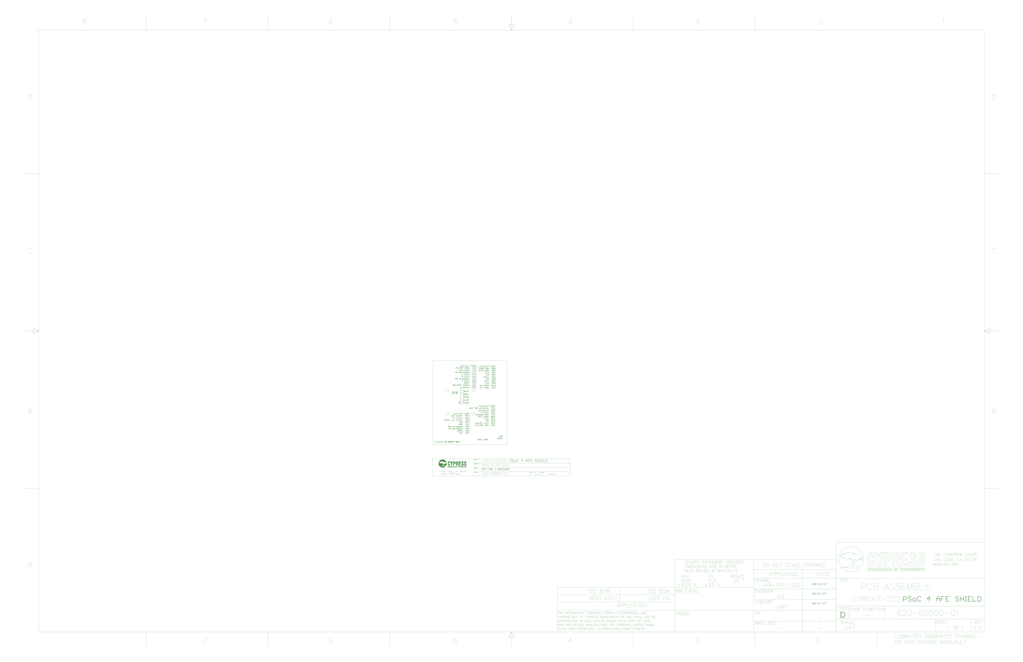
<source format=gbr>
G75*
%MOIN*%
%OFA0B0*%
%FSLAX25Y25*%
%IPPOS*%
%LPD*%
%AMOC8*
5,1,8,0,0,1.08239X$1,22.5*
%
%ADD10C,0.00000*%
%ADD11C,0.00500*%
%ADD12C,0.00098*%
%ADD13C,0.00600*%
%ADD14C,0.01400*%
%ADD15C,0.00200*%
%ADD16C,0.00300*%
%ADD17C,0.00700*%
%ADD18C,0.00787*%
%ADD19C,0.00400*%
%ADD20R,0.01969X0.03740*%
D10*
X1426731Y0728034D02*
X1426731Y1020634D01*
X1685831Y1020634D01*
X1685831Y0728034D01*
X1426731Y0728034D01*
X1471134Y0835425D02*
X1471136Y0835575D01*
X1471142Y0835725D01*
X1471152Y0835875D01*
X1471166Y0836025D01*
X1471184Y0836174D01*
X1471206Y0836323D01*
X1471231Y0836471D01*
X1471261Y0836618D01*
X1471295Y0836765D01*
X1471332Y0836910D01*
X1471373Y0837055D01*
X1471418Y0837198D01*
X1471467Y0837340D01*
X1471520Y0837481D01*
X1471576Y0837620D01*
X1471636Y0837758D01*
X1471700Y0837894D01*
X1471767Y0838029D01*
X1471838Y0838161D01*
X1471912Y0838292D01*
X1471990Y0838421D01*
X1472071Y0838547D01*
X1472156Y0838671D01*
X1472243Y0838794D01*
X1472334Y0838913D01*
X1472428Y0839030D01*
X1472525Y0839145D01*
X1472625Y0839257D01*
X1472729Y0839367D01*
X1472834Y0839473D01*
X1472943Y0839577D01*
X1473055Y0839678D01*
X1473169Y0839776D01*
X1473285Y0839871D01*
X1473404Y0839962D01*
X1473526Y0840051D01*
X1473650Y0840136D01*
X1473776Y0840218D01*
X1473904Y0840296D01*
X1474034Y0840372D01*
X1474166Y0840443D01*
X1474300Y0840511D01*
X1474436Y0840576D01*
X1474573Y0840637D01*
X1474712Y0840694D01*
X1474852Y0840748D01*
X1474994Y0840798D01*
X1475137Y0840844D01*
X1475281Y0840886D01*
X1475427Y0840924D01*
X1475573Y0840959D01*
X1475720Y0840990D01*
X1475868Y0841016D01*
X1476017Y0841039D01*
X1476166Y0841058D01*
X1476315Y0841073D01*
X1476465Y0841084D01*
X1476615Y0841091D01*
X1476765Y0841094D01*
X1476916Y0841093D01*
X1477066Y0841088D01*
X1477216Y0841079D01*
X1477366Y0841066D01*
X1477515Y0841049D01*
X1477664Y0841028D01*
X1477812Y0841003D01*
X1477960Y0840975D01*
X1478106Y0840942D01*
X1478252Y0840906D01*
X1478397Y0840865D01*
X1478541Y0840821D01*
X1478683Y0840773D01*
X1478824Y0840721D01*
X1478964Y0840666D01*
X1479102Y0840607D01*
X1479238Y0840544D01*
X1479373Y0840478D01*
X1479506Y0840408D01*
X1479637Y0840334D01*
X1479767Y0840258D01*
X1479894Y0840177D01*
X1480019Y0840094D01*
X1480141Y0840007D01*
X1480262Y0839917D01*
X1480379Y0839824D01*
X1480495Y0839727D01*
X1480607Y0839628D01*
X1480718Y0839525D01*
X1480825Y0839420D01*
X1480929Y0839312D01*
X1481031Y0839202D01*
X1481130Y0839088D01*
X1481225Y0838972D01*
X1481318Y0838854D01*
X1481407Y0838733D01*
X1481493Y0838610D01*
X1481576Y0838484D01*
X1481655Y0838357D01*
X1481731Y0838227D01*
X1481804Y0838095D01*
X1481873Y0837962D01*
X1481938Y0837826D01*
X1482000Y0837690D01*
X1482058Y0837551D01*
X1482113Y0837411D01*
X1482164Y0837269D01*
X1482211Y0837127D01*
X1482254Y0836983D01*
X1482293Y0836838D01*
X1482329Y0836692D01*
X1482360Y0836545D01*
X1482388Y0836397D01*
X1482412Y0836249D01*
X1482432Y0836100D01*
X1482448Y0835950D01*
X1482460Y0835800D01*
X1482468Y0835650D01*
X1482472Y0835500D01*
X1482472Y0835350D01*
X1482468Y0835200D01*
X1482460Y0835050D01*
X1482448Y0834900D01*
X1482432Y0834750D01*
X1482412Y0834601D01*
X1482388Y0834453D01*
X1482360Y0834305D01*
X1482329Y0834158D01*
X1482293Y0834012D01*
X1482254Y0833867D01*
X1482211Y0833723D01*
X1482164Y0833581D01*
X1482113Y0833439D01*
X1482058Y0833299D01*
X1482000Y0833160D01*
X1481938Y0833024D01*
X1481873Y0832888D01*
X1481804Y0832755D01*
X1481731Y0832623D01*
X1481655Y0832493D01*
X1481576Y0832366D01*
X1481493Y0832240D01*
X1481407Y0832117D01*
X1481318Y0831996D01*
X1481225Y0831878D01*
X1481130Y0831762D01*
X1481031Y0831648D01*
X1480929Y0831538D01*
X1480825Y0831430D01*
X1480718Y0831325D01*
X1480607Y0831222D01*
X1480495Y0831123D01*
X1480379Y0831026D01*
X1480262Y0830933D01*
X1480141Y0830843D01*
X1480019Y0830756D01*
X1479894Y0830673D01*
X1479767Y0830592D01*
X1479638Y0830516D01*
X1479506Y0830442D01*
X1479373Y0830372D01*
X1479238Y0830306D01*
X1479102Y0830243D01*
X1478964Y0830184D01*
X1478824Y0830129D01*
X1478683Y0830077D01*
X1478541Y0830029D01*
X1478397Y0829985D01*
X1478252Y0829944D01*
X1478106Y0829908D01*
X1477960Y0829875D01*
X1477812Y0829847D01*
X1477664Y0829822D01*
X1477515Y0829801D01*
X1477366Y0829784D01*
X1477216Y0829771D01*
X1477066Y0829762D01*
X1476916Y0829757D01*
X1476765Y0829756D01*
X1476615Y0829759D01*
X1476465Y0829766D01*
X1476315Y0829777D01*
X1476166Y0829792D01*
X1476017Y0829811D01*
X1475868Y0829834D01*
X1475720Y0829860D01*
X1475573Y0829891D01*
X1475427Y0829926D01*
X1475281Y0829964D01*
X1475137Y0830006D01*
X1474994Y0830052D01*
X1474852Y0830102D01*
X1474712Y0830156D01*
X1474573Y0830213D01*
X1474436Y0830274D01*
X1474300Y0830339D01*
X1474166Y0830407D01*
X1474034Y0830478D01*
X1473904Y0830554D01*
X1473776Y0830632D01*
X1473650Y0830714D01*
X1473526Y0830799D01*
X1473404Y0830888D01*
X1473285Y0830979D01*
X1473169Y0831074D01*
X1473055Y0831172D01*
X1472943Y0831273D01*
X1472834Y0831377D01*
X1472729Y0831483D01*
X1472625Y0831593D01*
X1472525Y0831705D01*
X1472428Y0831820D01*
X1472334Y0831937D01*
X1472243Y0832056D01*
X1472156Y0832179D01*
X1472071Y0832303D01*
X1471990Y0832429D01*
X1471912Y0832558D01*
X1471838Y0832689D01*
X1471767Y0832821D01*
X1471700Y0832956D01*
X1471636Y0833092D01*
X1471576Y0833230D01*
X1471520Y0833369D01*
X1471467Y0833510D01*
X1471418Y0833652D01*
X1471373Y0833795D01*
X1471332Y0833940D01*
X1471295Y0834085D01*
X1471261Y0834232D01*
X1471231Y0834379D01*
X1471206Y0834527D01*
X1471184Y0834676D01*
X1471166Y0834825D01*
X1471152Y0834975D01*
X1471142Y0835125D01*
X1471136Y0835275D01*
X1471134Y0835425D01*
X1562473Y0835425D02*
X1562475Y0835575D01*
X1562481Y0835725D01*
X1562491Y0835875D01*
X1562505Y0836025D01*
X1562523Y0836174D01*
X1562545Y0836323D01*
X1562570Y0836471D01*
X1562600Y0836618D01*
X1562634Y0836765D01*
X1562671Y0836910D01*
X1562712Y0837055D01*
X1562757Y0837198D01*
X1562806Y0837340D01*
X1562859Y0837481D01*
X1562915Y0837620D01*
X1562975Y0837758D01*
X1563039Y0837894D01*
X1563106Y0838029D01*
X1563177Y0838161D01*
X1563251Y0838292D01*
X1563329Y0838421D01*
X1563410Y0838547D01*
X1563495Y0838671D01*
X1563582Y0838794D01*
X1563673Y0838913D01*
X1563767Y0839030D01*
X1563864Y0839145D01*
X1563964Y0839257D01*
X1564068Y0839367D01*
X1564173Y0839473D01*
X1564282Y0839577D01*
X1564394Y0839678D01*
X1564508Y0839776D01*
X1564624Y0839871D01*
X1564743Y0839962D01*
X1564865Y0840051D01*
X1564989Y0840136D01*
X1565115Y0840218D01*
X1565243Y0840296D01*
X1565373Y0840372D01*
X1565505Y0840443D01*
X1565639Y0840511D01*
X1565775Y0840576D01*
X1565912Y0840637D01*
X1566051Y0840694D01*
X1566191Y0840748D01*
X1566333Y0840798D01*
X1566476Y0840844D01*
X1566620Y0840886D01*
X1566766Y0840924D01*
X1566912Y0840959D01*
X1567059Y0840990D01*
X1567207Y0841016D01*
X1567356Y0841039D01*
X1567505Y0841058D01*
X1567654Y0841073D01*
X1567804Y0841084D01*
X1567954Y0841091D01*
X1568104Y0841094D01*
X1568255Y0841093D01*
X1568405Y0841088D01*
X1568555Y0841079D01*
X1568705Y0841066D01*
X1568854Y0841049D01*
X1569003Y0841028D01*
X1569151Y0841003D01*
X1569299Y0840975D01*
X1569445Y0840942D01*
X1569591Y0840906D01*
X1569736Y0840865D01*
X1569880Y0840821D01*
X1570022Y0840773D01*
X1570163Y0840721D01*
X1570303Y0840666D01*
X1570441Y0840607D01*
X1570577Y0840544D01*
X1570712Y0840478D01*
X1570845Y0840408D01*
X1570976Y0840334D01*
X1571106Y0840258D01*
X1571233Y0840177D01*
X1571358Y0840094D01*
X1571480Y0840007D01*
X1571601Y0839917D01*
X1571718Y0839824D01*
X1571834Y0839727D01*
X1571946Y0839628D01*
X1572057Y0839525D01*
X1572164Y0839420D01*
X1572268Y0839312D01*
X1572370Y0839202D01*
X1572469Y0839088D01*
X1572564Y0838972D01*
X1572657Y0838854D01*
X1572746Y0838733D01*
X1572832Y0838610D01*
X1572915Y0838484D01*
X1572994Y0838357D01*
X1573070Y0838227D01*
X1573143Y0838095D01*
X1573212Y0837962D01*
X1573277Y0837826D01*
X1573339Y0837690D01*
X1573397Y0837551D01*
X1573452Y0837411D01*
X1573503Y0837269D01*
X1573550Y0837127D01*
X1573593Y0836983D01*
X1573632Y0836838D01*
X1573668Y0836692D01*
X1573699Y0836545D01*
X1573727Y0836397D01*
X1573751Y0836249D01*
X1573771Y0836100D01*
X1573787Y0835950D01*
X1573799Y0835800D01*
X1573807Y0835650D01*
X1573811Y0835500D01*
X1573811Y0835350D01*
X1573807Y0835200D01*
X1573799Y0835050D01*
X1573787Y0834900D01*
X1573771Y0834750D01*
X1573751Y0834601D01*
X1573727Y0834453D01*
X1573699Y0834305D01*
X1573668Y0834158D01*
X1573632Y0834012D01*
X1573593Y0833867D01*
X1573550Y0833723D01*
X1573503Y0833581D01*
X1573452Y0833439D01*
X1573397Y0833299D01*
X1573339Y0833160D01*
X1573277Y0833024D01*
X1573212Y0832888D01*
X1573143Y0832755D01*
X1573070Y0832623D01*
X1572994Y0832493D01*
X1572915Y0832366D01*
X1572832Y0832240D01*
X1572746Y0832117D01*
X1572657Y0831996D01*
X1572564Y0831878D01*
X1572469Y0831762D01*
X1572370Y0831648D01*
X1572268Y0831538D01*
X1572164Y0831430D01*
X1572057Y0831325D01*
X1571946Y0831222D01*
X1571834Y0831123D01*
X1571718Y0831026D01*
X1571601Y0830933D01*
X1571480Y0830843D01*
X1571358Y0830756D01*
X1571233Y0830673D01*
X1571106Y0830592D01*
X1570977Y0830516D01*
X1570845Y0830442D01*
X1570712Y0830372D01*
X1570577Y0830306D01*
X1570441Y0830243D01*
X1570303Y0830184D01*
X1570163Y0830129D01*
X1570022Y0830077D01*
X1569880Y0830029D01*
X1569736Y0829985D01*
X1569591Y0829944D01*
X1569445Y0829908D01*
X1569299Y0829875D01*
X1569151Y0829847D01*
X1569003Y0829822D01*
X1568854Y0829801D01*
X1568705Y0829784D01*
X1568555Y0829771D01*
X1568405Y0829762D01*
X1568255Y0829757D01*
X1568104Y0829756D01*
X1567954Y0829759D01*
X1567804Y0829766D01*
X1567654Y0829777D01*
X1567505Y0829792D01*
X1567356Y0829811D01*
X1567207Y0829834D01*
X1567059Y0829860D01*
X1566912Y0829891D01*
X1566766Y0829926D01*
X1566620Y0829964D01*
X1566476Y0830006D01*
X1566333Y0830052D01*
X1566191Y0830102D01*
X1566051Y0830156D01*
X1565912Y0830213D01*
X1565775Y0830274D01*
X1565639Y0830339D01*
X1565505Y0830407D01*
X1565373Y0830478D01*
X1565243Y0830554D01*
X1565115Y0830632D01*
X1564989Y0830714D01*
X1564865Y0830799D01*
X1564743Y0830888D01*
X1564624Y0830979D01*
X1564508Y0831074D01*
X1564394Y0831172D01*
X1564282Y0831273D01*
X1564173Y0831377D01*
X1564068Y0831483D01*
X1563964Y0831593D01*
X1563864Y0831705D01*
X1563767Y0831820D01*
X1563673Y0831937D01*
X1563582Y0832056D01*
X1563495Y0832179D01*
X1563410Y0832303D01*
X1563329Y0832429D01*
X1563251Y0832558D01*
X1563177Y0832689D01*
X1563106Y0832821D01*
X1563039Y0832956D01*
X1562975Y0833092D01*
X1562915Y0833230D01*
X1562859Y0833369D01*
X1562806Y0833510D01*
X1562757Y0833652D01*
X1562712Y0833795D01*
X1562671Y0833940D01*
X1562634Y0834085D01*
X1562600Y0834232D01*
X1562570Y0834379D01*
X1562545Y0834527D01*
X1562523Y0834676D01*
X1562505Y0834825D01*
X1562491Y0834975D01*
X1562481Y0835125D01*
X1562475Y0835275D01*
X1562473Y0835425D01*
X1562473Y0916921D02*
X1562475Y0917071D01*
X1562481Y0917221D01*
X1562491Y0917371D01*
X1562505Y0917521D01*
X1562523Y0917670D01*
X1562545Y0917819D01*
X1562570Y0917967D01*
X1562600Y0918114D01*
X1562634Y0918261D01*
X1562671Y0918406D01*
X1562712Y0918551D01*
X1562757Y0918694D01*
X1562806Y0918836D01*
X1562859Y0918977D01*
X1562915Y0919116D01*
X1562975Y0919254D01*
X1563039Y0919390D01*
X1563106Y0919525D01*
X1563177Y0919657D01*
X1563251Y0919788D01*
X1563329Y0919917D01*
X1563410Y0920043D01*
X1563495Y0920167D01*
X1563582Y0920290D01*
X1563673Y0920409D01*
X1563767Y0920526D01*
X1563864Y0920641D01*
X1563964Y0920753D01*
X1564068Y0920863D01*
X1564173Y0920969D01*
X1564282Y0921073D01*
X1564394Y0921174D01*
X1564508Y0921272D01*
X1564624Y0921367D01*
X1564743Y0921458D01*
X1564865Y0921547D01*
X1564989Y0921632D01*
X1565115Y0921714D01*
X1565243Y0921792D01*
X1565373Y0921868D01*
X1565505Y0921939D01*
X1565639Y0922007D01*
X1565775Y0922072D01*
X1565912Y0922133D01*
X1566051Y0922190D01*
X1566191Y0922244D01*
X1566333Y0922294D01*
X1566476Y0922340D01*
X1566620Y0922382D01*
X1566766Y0922420D01*
X1566912Y0922455D01*
X1567059Y0922486D01*
X1567207Y0922512D01*
X1567356Y0922535D01*
X1567505Y0922554D01*
X1567654Y0922569D01*
X1567804Y0922580D01*
X1567954Y0922587D01*
X1568104Y0922590D01*
X1568255Y0922589D01*
X1568405Y0922584D01*
X1568555Y0922575D01*
X1568705Y0922562D01*
X1568854Y0922545D01*
X1569003Y0922524D01*
X1569151Y0922499D01*
X1569299Y0922471D01*
X1569445Y0922438D01*
X1569591Y0922402D01*
X1569736Y0922361D01*
X1569880Y0922317D01*
X1570022Y0922269D01*
X1570163Y0922217D01*
X1570303Y0922162D01*
X1570441Y0922103D01*
X1570577Y0922040D01*
X1570712Y0921974D01*
X1570845Y0921904D01*
X1570976Y0921830D01*
X1571106Y0921754D01*
X1571233Y0921673D01*
X1571358Y0921590D01*
X1571480Y0921503D01*
X1571601Y0921413D01*
X1571718Y0921320D01*
X1571834Y0921223D01*
X1571946Y0921124D01*
X1572057Y0921021D01*
X1572164Y0920916D01*
X1572268Y0920808D01*
X1572370Y0920698D01*
X1572469Y0920584D01*
X1572564Y0920468D01*
X1572657Y0920350D01*
X1572746Y0920229D01*
X1572832Y0920106D01*
X1572915Y0919980D01*
X1572994Y0919853D01*
X1573070Y0919723D01*
X1573143Y0919591D01*
X1573212Y0919458D01*
X1573277Y0919322D01*
X1573339Y0919186D01*
X1573397Y0919047D01*
X1573452Y0918907D01*
X1573503Y0918765D01*
X1573550Y0918623D01*
X1573593Y0918479D01*
X1573632Y0918334D01*
X1573668Y0918188D01*
X1573699Y0918041D01*
X1573727Y0917893D01*
X1573751Y0917745D01*
X1573771Y0917596D01*
X1573787Y0917446D01*
X1573799Y0917296D01*
X1573807Y0917146D01*
X1573811Y0916996D01*
X1573811Y0916846D01*
X1573807Y0916696D01*
X1573799Y0916546D01*
X1573787Y0916396D01*
X1573771Y0916246D01*
X1573751Y0916097D01*
X1573727Y0915949D01*
X1573699Y0915801D01*
X1573668Y0915654D01*
X1573632Y0915508D01*
X1573593Y0915363D01*
X1573550Y0915219D01*
X1573503Y0915077D01*
X1573452Y0914935D01*
X1573397Y0914795D01*
X1573339Y0914656D01*
X1573277Y0914520D01*
X1573212Y0914384D01*
X1573143Y0914251D01*
X1573070Y0914119D01*
X1572994Y0913989D01*
X1572915Y0913862D01*
X1572832Y0913736D01*
X1572746Y0913613D01*
X1572657Y0913492D01*
X1572564Y0913374D01*
X1572469Y0913258D01*
X1572370Y0913144D01*
X1572268Y0913034D01*
X1572164Y0912926D01*
X1572057Y0912821D01*
X1571946Y0912718D01*
X1571834Y0912619D01*
X1571718Y0912522D01*
X1571601Y0912429D01*
X1571480Y0912339D01*
X1571358Y0912252D01*
X1571233Y0912169D01*
X1571106Y0912088D01*
X1570977Y0912012D01*
X1570845Y0911938D01*
X1570712Y0911868D01*
X1570577Y0911802D01*
X1570441Y0911739D01*
X1570303Y0911680D01*
X1570163Y0911625D01*
X1570022Y0911573D01*
X1569880Y0911525D01*
X1569736Y0911481D01*
X1569591Y0911440D01*
X1569445Y0911404D01*
X1569299Y0911371D01*
X1569151Y0911343D01*
X1569003Y0911318D01*
X1568854Y0911297D01*
X1568705Y0911280D01*
X1568555Y0911267D01*
X1568405Y0911258D01*
X1568255Y0911253D01*
X1568104Y0911252D01*
X1567954Y0911255D01*
X1567804Y0911262D01*
X1567654Y0911273D01*
X1567505Y0911288D01*
X1567356Y0911307D01*
X1567207Y0911330D01*
X1567059Y0911356D01*
X1566912Y0911387D01*
X1566766Y0911422D01*
X1566620Y0911460D01*
X1566476Y0911502D01*
X1566333Y0911548D01*
X1566191Y0911598D01*
X1566051Y0911652D01*
X1565912Y0911709D01*
X1565775Y0911770D01*
X1565639Y0911835D01*
X1565505Y0911903D01*
X1565373Y0911974D01*
X1565243Y0912050D01*
X1565115Y0912128D01*
X1564989Y0912210D01*
X1564865Y0912295D01*
X1564743Y0912384D01*
X1564624Y0912475D01*
X1564508Y0912570D01*
X1564394Y0912668D01*
X1564282Y0912769D01*
X1564173Y0912873D01*
X1564068Y0912979D01*
X1563964Y0913089D01*
X1563864Y0913201D01*
X1563767Y0913316D01*
X1563673Y0913433D01*
X1563582Y0913552D01*
X1563495Y0913675D01*
X1563410Y0913799D01*
X1563329Y0913925D01*
X1563251Y0914054D01*
X1563177Y0914185D01*
X1563106Y0914317D01*
X1563039Y0914452D01*
X1562975Y0914588D01*
X1562915Y0914726D01*
X1562859Y0914865D01*
X1562806Y0915006D01*
X1562757Y0915148D01*
X1562712Y0915291D01*
X1562671Y0915436D01*
X1562634Y0915581D01*
X1562600Y0915728D01*
X1562570Y0915875D01*
X1562545Y0916023D01*
X1562523Y0916172D01*
X1562505Y0916321D01*
X1562491Y0916471D01*
X1562481Y0916621D01*
X1562475Y0916771D01*
X1562473Y0916921D01*
X1471134Y0916921D02*
X1471136Y0917071D01*
X1471142Y0917221D01*
X1471152Y0917371D01*
X1471166Y0917521D01*
X1471184Y0917670D01*
X1471206Y0917819D01*
X1471231Y0917967D01*
X1471261Y0918114D01*
X1471295Y0918261D01*
X1471332Y0918406D01*
X1471373Y0918551D01*
X1471418Y0918694D01*
X1471467Y0918836D01*
X1471520Y0918977D01*
X1471576Y0919116D01*
X1471636Y0919254D01*
X1471700Y0919390D01*
X1471767Y0919525D01*
X1471838Y0919657D01*
X1471912Y0919788D01*
X1471990Y0919917D01*
X1472071Y0920043D01*
X1472156Y0920167D01*
X1472243Y0920290D01*
X1472334Y0920409D01*
X1472428Y0920526D01*
X1472525Y0920641D01*
X1472625Y0920753D01*
X1472729Y0920863D01*
X1472834Y0920969D01*
X1472943Y0921073D01*
X1473055Y0921174D01*
X1473169Y0921272D01*
X1473285Y0921367D01*
X1473404Y0921458D01*
X1473526Y0921547D01*
X1473650Y0921632D01*
X1473776Y0921714D01*
X1473904Y0921792D01*
X1474034Y0921868D01*
X1474166Y0921939D01*
X1474300Y0922007D01*
X1474436Y0922072D01*
X1474573Y0922133D01*
X1474712Y0922190D01*
X1474852Y0922244D01*
X1474994Y0922294D01*
X1475137Y0922340D01*
X1475281Y0922382D01*
X1475427Y0922420D01*
X1475573Y0922455D01*
X1475720Y0922486D01*
X1475868Y0922512D01*
X1476017Y0922535D01*
X1476166Y0922554D01*
X1476315Y0922569D01*
X1476465Y0922580D01*
X1476615Y0922587D01*
X1476765Y0922590D01*
X1476916Y0922589D01*
X1477066Y0922584D01*
X1477216Y0922575D01*
X1477366Y0922562D01*
X1477515Y0922545D01*
X1477664Y0922524D01*
X1477812Y0922499D01*
X1477960Y0922471D01*
X1478106Y0922438D01*
X1478252Y0922402D01*
X1478397Y0922361D01*
X1478541Y0922317D01*
X1478683Y0922269D01*
X1478824Y0922217D01*
X1478964Y0922162D01*
X1479102Y0922103D01*
X1479238Y0922040D01*
X1479373Y0921974D01*
X1479506Y0921904D01*
X1479637Y0921830D01*
X1479767Y0921754D01*
X1479894Y0921673D01*
X1480019Y0921590D01*
X1480141Y0921503D01*
X1480262Y0921413D01*
X1480379Y0921320D01*
X1480495Y0921223D01*
X1480607Y0921124D01*
X1480718Y0921021D01*
X1480825Y0920916D01*
X1480929Y0920808D01*
X1481031Y0920698D01*
X1481130Y0920584D01*
X1481225Y0920468D01*
X1481318Y0920350D01*
X1481407Y0920229D01*
X1481493Y0920106D01*
X1481576Y0919980D01*
X1481655Y0919853D01*
X1481731Y0919723D01*
X1481804Y0919591D01*
X1481873Y0919458D01*
X1481938Y0919322D01*
X1482000Y0919186D01*
X1482058Y0919047D01*
X1482113Y0918907D01*
X1482164Y0918765D01*
X1482211Y0918623D01*
X1482254Y0918479D01*
X1482293Y0918334D01*
X1482329Y0918188D01*
X1482360Y0918041D01*
X1482388Y0917893D01*
X1482412Y0917745D01*
X1482432Y0917596D01*
X1482448Y0917446D01*
X1482460Y0917296D01*
X1482468Y0917146D01*
X1482472Y0916996D01*
X1482472Y0916846D01*
X1482468Y0916696D01*
X1482460Y0916546D01*
X1482448Y0916396D01*
X1482432Y0916246D01*
X1482412Y0916097D01*
X1482388Y0915949D01*
X1482360Y0915801D01*
X1482329Y0915654D01*
X1482293Y0915508D01*
X1482254Y0915363D01*
X1482211Y0915219D01*
X1482164Y0915077D01*
X1482113Y0914935D01*
X1482058Y0914795D01*
X1482000Y0914656D01*
X1481938Y0914520D01*
X1481873Y0914384D01*
X1481804Y0914251D01*
X1481731Y0914119D01*
X1481655Y0913989D01*
X1481576Y0913862D01*
X1481493Y0913736D01*
X1481407Y0913613D01*
X1481318Y0913492D01*
X1481225Y0913374D01*
X1481130Y0913258D01*
X1481031Y0913144D01*
X1480929Y0913034D01*
X1480825Y0912926D01*
X1480718Y0912821D01*
X1480607Y0912718D01*
X1480495Y0912619D01*
X1480379Y0912522D01*
X1480262Y0912429D01*
X1480141Y0912339D01*
X1480019Y0912252D01*
X1479894Y0912169D01*
X1479767Y0912088D01*
X1479638Y0912012D01*
X1479506Y0911938D01*
X1479373Y0911868D01*
X1479238Y0911802D01*
X1479102Y0911739D01*
X1478964Y0911680D01*
X1478824Y0911625D01*
X1478683Y0911573D01*
X1478541Y0911525D01*
X1478397Y0911481D01*
X1478252Y0911440D01*
X1478106Y0911404D01*
X1477960Y0911371D01*
X1477812Y0911343D01*
X1477664Y0911318D01*
X1477515Y0911297D01*
X1477366Y0911280D01*
X1477216Y0911267D01*
X1477066Y0911258D01*
X1476916Y0911253D01*
X1476765Y0911252D01*
X1476615Y0911255D01*
X1476465Y0911262D01*
X1476315Y0911273D01*
X1476166Y0911288D01*
X1476017Y0911307D01*
X1475868Y0911330D01*
X1475720Y0911356D01*
X1475573Y0911387D01*
X1475427Y0911422D01*
X1475281Y0911460D01*
X1475137Y0911502D01*
X1474994Y0911548D01*
X1474852Y0911598D01*
X1474712Y0911652D01*
X1474573Y0911709D01*
X1474436Y0911770D01*
X1474300Y0911835D01*
X1474166Y0911903D01*
X1474034Y0911974D01*
X1473904Y0912050D01*
X1473776Y0912128D01*
X1473650Y0912210D01*
X1473526Y0912295D01*
X1473404Y0912384D01*
X1473285Y0912475D01*
X1473169Y0912570D01*
X1473055Y0912668D01*
X1472943Y0912769D01*
X1472834Y0912873D01*
X1472729Y0912979D01*
X1472625Y0913089D01*
X1472525Y0913201D01*
X1472428Y0913316D01*
X1472334Y0913433D01*
X1472243Y0913552D01*
X1472156Y0913675D01*
X1472071Y0913799D01*
X1471990Y0913925D01*
X1471912Y0914054D01*
X1471838Y0914185D01*
X1471767Y0914317D01*
X1471700Y0914452D01*
X1471636Y0914588D01*
X1471576Y0914726D01*
X1471520Y0914865D01*
X1471467Y0915006D01*
X1471418Y0915148D01*
X1471373Y0915291D01*
X1471332Y0915436D01*
X1471295Y0915581D01*
X1471261Y0915728D01*
X1471231Y0915875D01*
X1471206Y0916023D01*
X1471184Y0916172D01*
X1471166Y0916321D01*
X1471152Y0916471D01*
X1471142Y0916621D01*
X1471136Y0916771D01*
X1471134Y0916921D01*
D11*
X1494126Y0909584D02*
X1495927Y0909584D01*
X1495027Y0909584D02*
X1495027Y0912286D01*
X1495927Y0911385D01*
X1497072Y0911385D02*
X1497072Y0911836D01*
X1497523Y0912286D01*
X1498424Y0912286D01*
X1498874Y0911836D01*
X1500019Y0911836D02*
X1500019Y0910935D01*
X1500469Y0910484D01*
X1501820Y0910484D01*
X1500920Y0910484D02*
X1500019Y0909584D01*
X1498874Y0909584D02*
X1497072Y0911385D01*
X1497072Y0909584D02*
X1498874Y0909584D01*
X1498273Y0907186D02*
X1498273Y0904484D01*
X1499174Y0904484D02*
X1497372Y0904484D01*
X1496227Y0904934D02*
X1495777Y0904484D01*
X1494876Y0904484D01*
X1494426Y0904934D01*
X1494426Y0906736D01*
X1494876Y0907186D01*
X1495777Y0907186D01*
X1496227Y0906736D01*
X1496227Y0906285D01*
X1495777Y0905835D01*
X1494426Y0905835D01*
X1498273Y0907186D02*
X1499174Y0906285D01*
X1500319Y0905835D02*
X1500769Y0905384D01*
X1502120Y0905384D01*
X1501220Y0905384D02*
X1500319Y0904484D01*
X1500319Y0905835D02*
X1500319Y0906736D01*
X1500769Y0907186D01*
X1502120Y0907186D01*
X1502120Y0904484D01*
X1501820Y0909584D02*
X1501820Y0912286D01*
X1500469Y0912286D01*
X1500019Y0911836D01*
X1499598Y0932964D02*
X1500349Y0933714D01*
X1497346Y0936717D01*
X1497346Y0933714D01*
X1498097Y0932964D01*
X1499598Y0932964D01*
X1500349Y0933714D02*
X1500349Y0936717D01*
X1499598Y0937468D01*
X1498097Y0937468D01*
X1497346Y0936717D01*
X1501950Y0935966D02*
X1501950Y0932964D01*
X1501950Y0935216D02*
X1504953Y0935216D01*
X1504953Y0935966D02*
X1503451Y0937468D01*
X1501950Y0935966D01*
X1504953Y0935966D02*
X1504953Y0932964D01*
X1506554Y0935216D02*
X1509557Y0935216D01*
X1511158Y0936717D02*
X1511909Y0937468D01*
X1514161Y0937468D01*
X1514161Y0932964D01*
X1511909Y0932964D01*
X1511158Y0933714D01*
X1511158Y0936717D01*
X1515762Y0936717D02*
X1515762Y0935216D01*
X1516513Y0934465D01*
X1518765Y0934465D01*
X1518765Y0932964D02*
X1518765Y0937468D01*
X1516513Y0937468D01*
X1515762Y0936717D01*
X1517263Y0934465D02*
X1515762Y0932964D01*
X1520366Y0932964D02*
X1520366Y0935966D01*
X1521867Y0937468D01*
X1523368Y0935966D01*
X1523368Y0932964D01*
X1523368Y0935216D02*
X1520366Y0935216D01*
X1523435Y0928466D02*
X1523435Y0924713D01*
X1524186Y0923962D01*
X1524936Y0923962D01*
X1525687Y0925464D02*
X1523435Y0925464D01*
X1525687Y0925464D02*
X1526438Y0926214D01*
X1526438Y0928466D01*
X1528006Y0928466D02*
X1529507Y0928466D01*
X1528756Y0929217D02*
X1528756Y0926214D01*
X1528006Y0925464D01*
X1531075Y0925464D02*
X1532576Y0925464D01*
X1531826Y0925464D02*
X1531826Y0928466D01*
X1532576Y0928466D01*
X1534178Y0928466D02*
X1536430Y0928466D01*
X1537180Y0927716D01*
X1537180Y0926214D01*
X1536430Y0925464D01*
X1534178Y0925464D01*
X1534178Y0929968D01*
X1531826Y0929968D02*
X1531826Y0930718D01*
X1531075Y0932964D02*
X1531075Y0937468D01*
X1532576Y0937468D02*
X1529574Y0937468D01*
X1534178Y0937468D02*
X1534178Y0933714D01*
X1534928Y0932964D01*
X1536430Y0932964D01*
X1537180Y0933714D01*
X1537180Y0937468D01*
X1538782Y0936717D02*
X1539532Y0937468D01*
X1541034Y0937468D01*
X1541784Y0936717D01*
X1541784Y0933714D01*
X1541034Y0932964D01*
X1539532Y0932964D01*
X1538782Y0933714D01*
X1538782Y0936717D01*
X1538715Y0940464D02*
X1538715Y0944968D01*
X1535712Y0940464D01*
X1535712Y0944968D01*
X1537998Y0947964D02*
X1537247Y0948714D01*
X1537247Y0951717D01*
X1537998Y0952468D01*
X1540250Y0952468D01*
X1540250Y0947964D01*
X1537998Y0947964D01*
X1540283Y0944968D02*
X1541784Y0944968D01*
X1541034Y0944968D02*
X1541034Y0940464D01*
X1541784Y0940464D02*
X1540283Y0940464D01*
X1543386Y0940464D02*
X1543386Y0943466D01*
X1544887Y0944968D01*
X1546388Y0943466D01*
X1546388Y0940464D01*
X1547956Y0940464D02*
X1549457Y0940464D01*
X1548707Y0940464D02*
X1548707Y0944968D01*
X1549457Y0944968D02*
X1547956Y0944968D01*
X1546388Y0942716D02*
X1543386Y0942716D01*
X1544853Y0947964D02*
X1541851Y0947964D01*
X1543352Y0950216D02*
X1544853Y0950216D01*
X1544853Y0952468D02*
X1544853Y0947964D01*
X1546455Y0947964D02*
X1549457Y0947964D01*
X1549457Y0952468D01*
X1551059Y0951717D02*
X1551809Y0952468D01*
X1553311Y0952468D01*
X1554061Y0951717D01*
X1554061Y0948714D01*
X1553311Y0947964D01*
X1551809Y0947964D01*
X1551059Y0948714D01*
X1551059Y0944968D02*
X1554061Y0944968D01*
X1552560Y0944968D02*
X1552560Y0940464D01*
X1552560Y0937468D02*
X1552560Y0932964D01*
X1549457Y0932964D02*
X1547956Y0932964D01*
X1548707Y0932964D02*
X1548707Y0937468D01*
X1549457Y0937468D02*
X1547956Y0937468D01*
X1546388Y0935966D02*
X1544887Y0937468D01*
X1543386Y0935966D01*
X1543386Y0932964D01*
X1543386Y0935216D02*
X1546388Y0935216D01*
X1546388Y0935966D02*
X1546388Y0932964D01*
X1546455Y0928466D02*
X1546455Y0925464D01*
X1548707Y0925464D01*
X1549457Y0926214D01*
X1549457Y0928466D01*
X1551059Y0927716D02*
X1554061Y0927716D01*
X1554061Y0925464D02*
X1554061Y0929968D01*
X1551059Y0929968D02*
X1551059Y0925464D01*
X1544853Y0925464D02*
X1544853Y0928466D01*
X1544103Y0928466D01*
X1543352Y0927716D01*
X1542602Y0928466D01*
X1541851Y0927716D01*
X1541851Y0925464D01*
X1543352Y0925464D02*
X1543352Y0927716D01*
X1540250Y0928466D02*
X1539499Y0928466D01*
X1539499Y0925464D01*
X1540250Y0925464D02*
X1538748Y0925464D01*
X1539499Y0929968D02*
X1539499Y0930718D01*
X1551059Y0937468D02*
X1554061Y0937468D01*
X1564870Y0936717D02*
X1565621Y0937468D01*
X1567122Y0937468D01*
X1567873Y0936717D01*
X1569474Y0936717D02*
X1570225Y0937468D01*
X1571726Y0937468D01*
X1572477Y0936717D01*
X1574078Y0936717D02*
X1574078Y0935216D01*
X1574829Y0934465D01*
X1577081Y0934465D01*
X1577081Y0932964D02*
X1577081Y0937468D01*
X1574829Y0937468D01*
X1574078Y0936717D01*
X1572477Y0940464D02*
X1569474Y0943466D01*
X1569474Y0944217D01*
X1570225Y0944968D01*
X1571726Y0944968D01*
X1572477Y0944217D01*
X1574078Y0944217D02*
X1574078Y0942716D01*
X1574829Y0941965D01*
X1577081Y0941965D01*
X1577081Y0940464D02*
X1577081Y0944968D01*
X1574829Y0944968D01*
X1574078Y0944217D01*
X1572477Y0947964D02*
X1569474Y0950966D01*
X1569474Y0951717D01*
X1570225Y0952468D01*
X1571726Y0952468D01*
X1572477Y0951717D01*
X1574078Y0951717D02*
X1574078Y0950216D01*
X1574829Y0949465D01*
X1577081Y0949465D01*
X1577081Y0947964D02*
X1577081Y0952468D01*
X1574829Y0952468D01*
X1574078Y0951717D01*
X1572477Y0955464D02*
X1569474Y0955464D01*
X1570976Y0955464D02*
X1570976Y0959968D01*
X1572477Y0958466D01*
X1574078Y0957716D02*
X1574829Y0956965D01*
X1577081Y0956965D01*
X1577081Y0955464D02*
X1577081Y0959968D01*
X1574829Y0959968D01*
X1574078Y0959217D01*
X1574078Y0957716D01*
X1572477Y0962964D02*
X1569474Y0962964D01*
X1570976Y0962964D02*
X1570976Y0967468D01*
X1572477Y0965966D01*
X1574078Y0965216D02*
X1574829Y0964465D01*
X1577081Y0964465D01*
X1577081Y0962964D02*
X1577081Y0967468D01*
X1574829Y0967468D01*
X1574078Y0966717D01*
X1574078Y0965216D01*
X1572477Y0970464D02*
X1569474Y0970464D01*
X1570976Y0970464D02*
X1570976Y0974968D01*
X1572477Y0973466D01*
X1574078Y0972716D02*
X1574829Y0971965D01*
X1577081Y0971965D01*
X1577081Y0970464D02*
X1577081Y0974968D01*
X1574829Y0974968D01*
X1574078Y0974217D01*
X1574078Y0972716D01*
X1572477Y0977964D02*
X1569474Y0977964D01*
X1570976Y0977964D02*
X1570976Y0982468D01*
X1572477Y0980966D01*
X1574078Y0980216D02*
X1574829Y0979465D01*
X1577081Y0979465D01*
X1577081Y0977964D02*
X1577081Y0982468D01*
X1574829Y0982468D01*
X1574078Y0981717D01*
X1574078Y0980216D01*
X1572477Y0985464D02*
X1569474Y0985464D01*
X1570976Y0985464D02*
X1570976Y0989968D01*
X1572477Y0988466D01*
X1574078Y0987716D02*
X1574829Y0986965D01*
X1577081Y0986965D01*
X1577081Y0985464D02*
X1577081Y0989968D01*
X1574829Y0989968D01*
X1574078Y0989217D01*
X1574078Y0987716D01*
X1572477Y0992964D02*
X1569474Y0992964D01*
X1570976Y0992964D02*
X1570976Y0997468D01*
X1572477Y0995966D01*
X1574078Y0995216D02*
X1574829Y0994465D01*
X1577081Y0994465D01*
X1577081Y0992964D02*
X1577081Y0997468D01*
X1574829Y0997468D01*
X1574078Y0996717D01*
X1574078Y0995216D01*
X1571726Y1000464D02*
X1572477Y1001214D01*
X1571726Y1000464D02*
X1570225Y1000464D01*
X1569474Y1001214D01*
X1569474Y1001965D01*
X1570225Y1002716D01*
X1571726Y1002716D01*
X1572477Y1003466D01*
X1572477Y1004217D01*
X1571726Y1004968D01*
X1570225Y1004968D01*
X1569474Y1004217D01*
X1567873Y1002716D02*
X1567873Y1001214D01*
X1567122Y1000464D01*
X1565621Y1000464D01*
X1564870Y1001214D01*
X1564870Y1002716D01*
X1565621Y1003466D01*
X1567122Y1003466D01*
X1567873Y1002716D01*
X1563269Y1004217D02*
X1563269Y1001214D01*
X1562518Y1000464D01*
X1561017Y1000464D01*
X1560267Y1001214D01*
X1560267Y1004217D02*
X1561017Y1004968D01*
X1562518Y1004968D01*
X1563269Y1004217D01*
X1565621Y0997468D02*
X1564870Y0996717D01*
X1564870Y0995966D01*
X1567873Y0992964D01*
X1564870Y0992964D01*
X1565621Y0989968D02*
X1564870Y0989217D01*
X1564870Y0988466D01*
X1565621Y0987716D01*
X1564870Y0986965D01*
X1564870Y0986214D01*
X1565621Y0985464D01*
X1567122Y0985464D01*
X1567873Y0986214D01*
X1566372Y0987716D02*
X1565621Y0987716D01*
X1565621Y0989968D02*
X1567122Y0989968D01*
X1567873Y0989217D01*
X1565621Y0982468D02*
X1567873Y0980216D01*
X1564870Y0980216D01*
X1565621Y0977964D02*
X1565621Y0982468D01*
X1564870Y0974968D02*
X1567873Y0974968D01*
X1567873Y0972716D01*
X1566372Y0973466D01*
X1565621Y0973466D01*
X1564870Y0972716D01*
X1564870Y0971214D01*
X1565621Y0970464D01*
X1567122Y0970464D01*
X1567873Y0971214D01*
X1566372Y0966717D02*
X1567873Y0965216D01*
X1565621Y0965216D01*
X1564870Y0964465D01*
X1564870Y0963714D01*
X1565621Y0962964D01*
X1567122Y0962964D01*
X1567873Y0963714D01*
X1567873Y0965216D01*
X1566372Y0966717D02*
X1564870Y0967468D01*
X1564870Y0959968D02*
X1564870Y0959217D01*
X1567873Y0956214D01*
X1567873Y0955464D01*
X1567122Y0952468D02*
X1565621Y0952468D01*
X1564870Y0951717D01*
X1567873Y0948714D01*
X1567122Y0947964D01*
X1565621Y0947964D01*
X1564870Y0948714D01*
X1564870Y0951717D01*
X1567122Y0952468D02*
X1567873Y0951717D01*
X1567873Y0948714D01*
X1569474Y0947964D02*
X1572477Y0947964D01*
X1567873Y0943466D02*
X1566372Y0944968D01*
X1566372Y0940464D01*
X1567873Y0940464D02*
X1564870Y0940464D01*
X1564870Y0936717D02*
X1564870Y0935966D01*
X1567873Y0932964D01*
X1564870Y0932964D01*
X1565621Y0929968D02*
X1564870Y0929217D01*
X1564870Y0928466D01*
X1565621Y0927716D01*
X1564870Y0926965D01*
X1564870Y0926214D01*
X1565621Y0925464D01*
X1567122Y0925464D01*
X1567873Y0926214D01*
X1569474Y0925464D02*
X1572477Y0925464D01*
X1569474Y0928466D01*
X1569474Y0929217D01*
X1570225Y0929968D01*
X1571726Y0929968D01*
X1572477Y0929217D01*
X1574078Y0929217D02*
X1574078Y0927716D01*
X1574829Y0926965D01*
X1577081Y0926965D01*
X1577081Y0925464D02*
X1577081Y0929968D01*
X1574829Y0929968D01*
X1574078Y0929217D01*
X1572477Y0932964D02*
X1569474Y0935966D01*
X1569474Y0936717D01*
X1569474Y0940464D02*
X1572477Y0940464D01*
X1572477Y0932964D02*
X1569474Y0932964D01*
X1567122Y0929968D02*
X1565621Y0929968D01*
X1567122Y0929968D02*
X1567873Y0929217D01*
X1566372Y0927716D02*
X1565621Y0927716D01*
X1551691Y0915808D02*
X1551691Y0912805D01*
X1550190Y0911304D01*
X1548688Y0912805D01*
X1548688Y0915808D01*
X1547087Y0915808D02*
X1544835Y0915808D01*
X1544084Y0915057D01*
X1544084Y0913556D01*
X1544835Y0912805D01*
X1547087Y0912805D01*
X1547087Y0911304D02*
X1547087Y0915808D01*
X1542483Y0915808D02*
X1542483Y0911304D01*
X1540982Y0912805D01*
X1539480Y0911304D01*
X1539480Y0915808D01*
X1537879Y0915808D02*
X1535627Y0915808D01*
X1534877Y0915057D01*
X1534877Y0913556D01*
X1535627Y0912805D01*
X1537879Y0912805D01*
X1536378Y0912805D02*
X1534877Y0911304D01*
X1537879Y0911304D02*
X1537879Y0915808D01*
X1538723Y0905968D02*
X1536471Y0905968D01*
X1535721Y0905217D01*
X1535721Y0902214D01*
X1536471Y0901464D01*
X1538723Y0901464D01*
X1538723Y0905968D01*
X1540324Y0905968D02*
X1540324Y0901464D01*
X1543327Y0905968D01*
X1543327Y0901464D01*
X1544928Y0902214D02*
X1544928Y0903716D01*
X1546430Y0903716D01*
X1547931Y0905217D02*
X1547931Y0902214D01*
X1547180Y0901464D01*
X1545679Y0901464D01*
X1544928Y0902214D01*
X1544928Y0905217D02*
X1545679Y0905968D01*
X1547180Y0905968D01*
X1547931Y0905217D01*
X1547557Y0896358D02*
X1545305Y0896358D01*
X1544554Y0895607D01*
X1544554Y0894106D01*
X1545305Y0893355D01*
X1547557Y0893355D01*
X1546056Y0893355D02*
X1544554Y0891854D01*
X1542953Y0891854D02*
X1539951Y0891854D01*
X1538349Y0892604D02*
X1537598Y0891854D01*
X1536097Y0891854D01*
X1535347Y0892604D01*
X1535347Y0893355D01*
X1536097Y0894106D01*
X1537598Y0894106D01*
X1538349Y0894856D01*
X1538349Y0895607D01*
X1537598Y0896358D01*
X1536097Y0896358D01*
X1535347Y0895607D01*
X1539951Y0896358D02*
X1542953Y0896358D01*
X1542953Y0891854D01*
X1542953Y0894106D02*
X1541452Y0894106D01*
X1547557Y0891854D02*
X1547557Y0896358D01*
X1549158Y0896358D02*
X1552161Y0891854D01*
X1549158Y0891854D02*
X1552161Y0896358D01*
X1551170Y0885578D02*
X1551921Y0884827D01*
X1551921Y0884076D01*
X1551170Y0883326D01*
X1549669Y0883326D01*
X1548918Y0882575D01*
X1548918Y0881824D01*
X1549669Y0881074D01*
X1551170Y0881074D01*
X1551921Y0881824D01*
X1551170Y0885578D02*
X1549669Y0885578D01*
X1548918Y0884827D01*
X1547317Y0884827D02*
X1547317Y0881824D01*
X1546566Y0881074D01*
X1545065Y0881074D01*
X1544314Y0881824D01*
X1542713Y0881074D02*
X1539711Y0881074D01*
X1538109Y0881074D02*
X1538109Y0885578D01*
X1537359Y0883326D02*
X1535107Y0881074D01*
X1538109Y0882575D02*
X1535107Y0885578D01*
X1542713Y0885578D02*
X1542713Y0881074D01*
X1544314Y0884827D02*
X1545065Y0885578D01*
X1546566Y0885578D01*
X1547317Y0884827D01*
X1546837Y0875738D02*
X1544585Y0875738D01*
X1543834Y0874987D01*
X1543834Y0871984D01*
X1544585Y0871234D01*
X1546837Y0871234D01*
X1546837Y0875738D01*
X1548438Y0874987D02*
X1549189Y0875738D01*
X1550690Y0875738D01*
X1551441Y0874987D01*
X1551441Y0874236D01*
X1550690Y0873486D01*
X1549189Y0873486D01*
X1548438Y0872735D01*
X1548438Y0871984D01*
X1549189Y0871234D01*
X1550690Y0871234D01*
X1551441Y0871984D01*
X1542233Y0871234D02*
X1542233Y0874236D01*
X1540732Y0875738D01*
X1539231Y0874236D01*
X1539231Y0871234D01*
X1539231Y0873486D02*
X1542233Y0873486D01*
X1537629Y0875738D02*
X1534627Y0875738D01*
X1536128Y0875738D02*
X1536128Y0871234D01*
X1520515Y0871818D02*
X1520515Y0873319D01*
X1520515Y0872568D02*
X1516761Y0872568D01*
X1516011Y0871818D01*
X1516011Y0871067D01*
X1516761Y0870316D01*
X1516761Y0874920D02*
X1516011Y0874920D01*
X1516761Y0874920D02*
X1519764Y0877923D01*
X1520515Y0877923D01*
X1520515Y0874920D01*
X1554118Y0855296D02*
X1554118Y0853794D01*
X1554869Y0853044D01*
X1557121Y0853044D01*
X1557121Y0851542D02*
X1557121Y0856046D01*
X1554869Y0856046D01*
X1554118Y0855296D01*
X1558722Y0855296D02*
X1558722Y0853044D01*
X1560974Y0853044D01*
X1561725Y0853794D01*
X1560974Y0854545D01*
X1558722Y0854545D01*
X1558722Y0855296D02*
X1559473Y0856046D01*
X1560974Y0856046D01*
X1563326Y0856797D02*
X1564077Y0857548D01*
X1565578Y0857548D01*
X1566329Y0856797D01*
X1566329Y0853794D01*
X1565578Y0853044D01*
X1564077Y0853044D01*
X1563326Y0853794D01*
X1572501Y0855296D02*
X1574002Y0855296D01*
X1575603Y0855296D02*
X1575603Y0854545D01*
X1578606Y0854545D01*
X1578606Y0855296D02*
X1577855Y0856046D01*
X1576354Y0856046D01*
X1575603Y0855296D01*
X1576354Y0853044D02*
X1577855Y0853044D01*
X1578606Y0853794D01*
X1578606Y0855296D01*
X1580207Y0855296D02*
X1580958Y0854545D01*
X1583210Y0854545D01*
X1583210Y0853044D02*
X1583210Y0857548D01*
X1580958Y0857548D01*
X1580207Y0856797D01*
X1580207Y0855296D01*
X1581709Y0854545D02*
X1580207Y0853044D01*
X1573251Y0853044D02*
X1573251Y0856797D01*
X1572501Y0857548D01*
X1587881Y0860544D02*
X1587881Y0862796D01*
X1588631Y0863546D01*
X1590883Y0863546D01*
X1590883Y0860544D01*
X1592484Y0861294D02*
X1592484Y0862796D01*
X1593235Y0863546D01*
X1594736Y0863546D01*
X1595487Y0862796D01*
X1595487Y0861294D01*
X1594736Y0860544D01*
X1593235Y0860544D01*
X1592484Y0861294D01*
X1597055Y0860544D02*
X1598556Y0860544D01*
X1597806Y0860544D02*
X1597806Y0863546D01*
X1598556Y0863546D01*
X1600124Y0863546D02*
X1601626Y0863546D01*
X1600875Y0864297D02*
X1600875Y0861294D01*
X1600124Y0860544D01*
X1600158Y0857548D02*
X1600158Y0853044D01*
X1602410Y0853044D01*
X1603160Y0853794D01*
X1603160Y0855296D01*
X1602410Y0856046D01*
X1600158Y0856046D01*
X1598556Y0856046D02*
X1597806Y0856046D01*
X1597806Y0853044D01*
X1598556Y0853044D02*
X1597055Y0853044D01*
X1594736Y0853794D02*
X1593986Y0853044D01*
X1594736Y0853794D02*
X1594736Y0856797D01*
X1593986Y0856046D02*
X1595487Y0856046D01*
X1597806Y0857548D02*
X1597806Y0858298D01*
X1592418Y0856046D02*
X1592418Y0853794D01*
X1591667Y0853044D01*
X1589415Y0853044D01*
X1589415Y0852293D02*
X1590166Y0851542D01*
X1590916Y0851542D01*
X1589415Y0852293D02*
X1589415Y0856046D01*
X1590900Y0849297D02*
X1590900Y0846294D01*
X1590149Y0845544D01*
X1588581Y0846294D02*
X1587830Y0845544D01*
X1585579Y0845544D01*
X1585579Y0844793D02*
X1586329Y0844042D01*
X1587080Y0844042D01*
X1585579Y0844793D02*
X1585579Y0848546D01*
X1588581Y0848546D02*
X1588581Y0846294D01*
X1590149Y0848546D02*
X1591650Y0848546D01*
X1593969Y0848546D02*
X1593969Y0845544D01*
X1594720Y0845544D02*
X1593218Y0845544D01*
X1593969Y0848546D02*
X1594720Y0848546D01*
X1593969Y0850048D02*
X1593969Y0850798D01*
X1596321Y0847796D02*
X1596321Y0845544D01*
X1597822Y0845544D02*
X1597822Y0847796D01*
X1597072Y0848546D01*
X1596321Y0847796D01*
X1597822Y0847796D02*
X1598573Y0848546D01*
X1599324Y0848546D01*
X1599324Y0845544D01*
X1600892Y0845544D02*
X1602393Y0845544D01*
X1601642Y0845544D02*
X1601642Y0848546D01*
X1602393Y0848546D01*
X1603994Y0848546D02*
X1606997Y0845544D01*
X1608598Y0846294D02*
X1609349Y0845544D01*
X1610850Y0845544D01*
X1611601Y0846294D01*
X1611601Y0847796D01*
X1610850Y0848546D01*
X1609349Y0848546D01*
X1608598Y0847796D01*
X1608598Y0846294D01*
X1606997Y0848546D02*
X1603994Y0845544D01*
X1603978Y0842548D02*
X1606230Y0842548D01*
X1606230Y0838044D01*
X1603978Y0838044D01*
X1603227Y0838794D01*
X1603227Y0841797D01*
X1603978Y0842548D01*
X1607831Y0842548D02*
X1610833Y0842548D01*
X1610833Y0838044D01*
X1607831Y0838044D01*
X1609332Y0840296D02*
X1610833Y0840296D01*
X1612435Y0838044D02*
X1615437Y0838044D01*
X1615437Y0842548D01*
X1617039Y0841797D02*
X1617789Y0842548D01*
X1619291Y0842548D01*
X1620041Y0841797D01*
X1620041Y0838794D01*
X1619291Y0838044D01*
X1617789Y0838044D01*
X1617039Y0838794D01*
X1617789Y0835048D02*
X1619291Y0835048D01*
X1620041Y0834297D01*
X1620041Y0833546D01*
X1619291Y0832796D01*
X1617789Y0832796D01*
X1617039Y0832045D01*
X1617039Y0831294D01*
X1617789Y0830544D01*
X1619291Y0830544D01*
X1620041Y0831294D01*
X1620041Y0827548D02*
X1617789Y0827548D01*
X1617039Y0826797D01*
X1617039Y0825296D01*
X1617789Y0824545D01*
X1620041Y0824545D01*
X1620041Y0823044D02*
X1620041Y0827548D01*
X1615437Y0827548D02*
X1613185Y0827548D01*
X1612435Y0826797D01*
X1612435Y0825296D01*
X1613185Y0824545D01*
X1615437Y0824545D01*
X1613936Y0824545D02*
X1612435Y0823044D01*
X1610833Y0823794D02*
X1610083Y0823044D01*
X1608582Y0823044D01*
X1607831Y0823794D01*
X1607831Y0826797D01*
X1608582Y0827548D01*
X1610083Y0827548D01*
X1610833Y0826797D01*
X1610833Y0823794D01*
X1610083Y0820048D02*
X1608582Y0820048D01*
X1607831Y0819297D01*
X1607831Y0818546D01*
X1608582Y0817796D01*
X1607831Y0817045D01*
X1607831Y0816294D01*
X1608582Y0815544D01*
X1610083Y0815544D01*
X1610833Y0816294D01*
X1612435Y0815544D02*
X1615437Y0815544D01*
X1613936Y0815544D02*
X1613936Y0820048D01*
X1615437Y0818546D01*
X1617039Y0819297D02*
X1617789Y0820048D01*
X1620041Y0820048D01*
X1620041Y0815544D01*
X1617789Y0815544D01*
X1617039Y0816294D01*
X1617039Y0819297D01*
X1615437Y0823044D02*
X1615437Y0827548D01*
X1615437Y0830544D02*
X1615437Y0833546D01*
X1613936Y0835048D01*
X1612435Y0833546D01*
X1612435Y0830544D01*
X1610833Y0830544D02*
X1610833Y0835048D01*
X1608582Y0835048D01*
X1607831Y0834297D01*
X1607831Y0832796D01*
X1608582Y0832045D01*
X1610833Y0832045D01*
X1609332Y0832045D02*
X1607831Y0830544D01*
X1606230Y0827548D02*
X1603227Y0823044D01*
X1606230Y0823044D02*
X1603227Y0827548D01*
X1601626Y0830544D02*
X1599374Y0830544D01*
X1598623Y0831294D01*
X1598623Y0832045D01*
X1599374Y0832796D01*
X1601626Y0832796D01*
X1601626Y0835048D02*
X1599374Y0835048D01*
X1598623Y0834297D01*
X1598623Y0833546D01*
X1599374Y0832796D01*
X1597022Y0833546D02*
X1597022Y0831294D01*
X1596271Y0830544D01*
X1594019Y0830544D01*
X1594019Y0829793D02*
X1594770Y0829042D01*
X1595520Y0829042D01*
X1594019Y0829793D02*
X1594019Y0833546D01*
X1592418Y0833546D02*
X1590166Y0833546D01*
X1589415Y0832796D01*
X1589415Y0831294D01*
X1590166Y0830544D01*
X1592418Y0830544D01*
X1592418Y0829042D02*
X1592418Y0833546D01*
X1594770Y0838044D02*
X1596271Y0838044D01*
X1597022Y0838794D01*
X1595520Y0840296D02*
X1594770Y0840296D01*
X1594019Y0839545D01*
X1594019Y0838794D01*
X1594770Y0838044D01*
X1594770Y0840296D02*
X1594019Y0841046D01*
X1594019Y0841797D01*
X1594770Y0842548D01*
X1596271Y0842548D01*
X1597022Y0841797D01*
X1601626Y0835048D02*
X1601626Y0830544D01*
X1597022Y0827548D02*
X1597022Y0823044D01*
X1594019Y0823044D01*
X1592418Y0823044D02*
X1589415Y0823044D01*
X1587814Y0823044D02*
X1585562Y0823044D01*
X1584811Y0823794D01*
X1584811Y0826797D01*
X1585562Y0827548D01*
X1587814Y0827548D01*
X1587814Y0823044D01*
X1590916Y0825296D02*
X1592418Y0825296D01*
X1592418Y0827548D02*
X1592418Y0823044D01*
X1592418Y0827548D02*
X1589415Y0827548D01*
X1587063Y0830544D02*
X1587814Y0831294D01*
X1587063Y0832045D01*
X1584811Y0832045D01*
X1584811Y0832796D02*
X1584811Y0830544D01*
X1587063Y0830544D01*
X1587063Y0833546D02*
X1585562Y0833546D01*
X1584811Y0832796D01*
X1583210Y0832796D02*
X1582459Y0833546D01*
X1580207Y0833546D01*
X1580958Y0832045D02*
X1582459Y0832045D01*
X1583210Y0832796D01*
X1583210Y0830544D02*
X1580958Y0830544D01*
X1580207Y0831294D01*
X1580958Y0832045D01*
X1578606Y0832796D02*
X1577855Y0833546D01*
X1575603Y0833546D01*
X1576354Y0832045D02*
X1577855Y0832045D01*
X1578606Y0832796D01*
X1578606Y0830544D02*
X1576354Y0830544D01*
X1575603Y0831294D01*
X1576354Y0832045D01*
X1553041Y0830558D02*
X1550789Y0830558D01*
X1550038Y0829807D01*
X1550038Y0828306D01*
X1550789Y0827555D01*
X1553041Y0827555D01*
X1553041Y0826054D02*
X1553041Y0830558D01*
X1553041Y0833554D02*
X1553041Y0838058D01*
X1550789Y0838058D01*
X1550038Y0837307D01*
X1550038Y0835806D01*
X1550789Y0835055D01*
X1553041Y0835055D01*
X1548437Y0834304D02*
X1547686Y0833554D01*
X1546185Y0833554D01*
X1545434Y0834304D01*
X1545434Y0835055D01*
X1546185Y0835806D01*
X1547686Y0835806D01*
X1548437Y0836556D01*
X1548437Y0837307D01*
X1547686Y0838058D01*
X1546185Y0838058D01*
X1545434Y0837307D01*
X1543833Y0835806D02*
X1543833Y0834304D01*
X1543082Y0833554D01*
X1541581Y0833554D01*
X1540830Y0834304D01*
X1540830Y0835806D01*
X1541581Y0836556D01*
X1543082Y0836556D01*
X1543833Y0835806D01*
X1539229Y0837307D02*
X1539229Y0834304D01*
X1538478Y0833554D01*
X1536977Y0833554D01*
X1536227Y0834304D01*
X1536227Y0837307D02*
X1536977Y0838058D01*
X1538478Y0838058D01*
X1539229Y0837307D01*
X1540830Y0830558D02*
X1543833Y0830558D01*
X1543833Y0828306D01*
X1542332Y0829056D01*
X1541581Y0829056D01*
X1540830Y0828306D01*
X1540830Y0826804D01*
X1541581Y0826054D01*
X1543082Y0826054D01*
X1543833Y0826804D01*
X1545434Y0826804D02*
X1546185Y0826054D01*
X1547686Y0826054D01*
X1548437Y0826804D01*
X1546936Y0828306D02*
X1546185Y0828306D01*
X1545434Y0827555D01*
X1545434Y0826804D01*
X1546185Y0828306D02*
X1545434Y0829056D01*
X1545434Y0829807D01*
X1546185Y0830558D01*
X1547686Y0830558D01*
X1548437Y0829807D01*
X1547686Y0823058D02*
X1546185Y0823058D01*
X1545434Y0822307D01*
X1545434Y0821556D01*
X1546185Y0820806D01*
X1545434Y0820055D01*
X1545434Y0819304D01*
X1546185Y0818554D01*
X1547686Y0818554D01*
X1548437Y0819304D01*
X1546936Y0820806D02*
X1546185Y0820806D01*
X1543833Y0820806D02*
X1541581Y0820806D01*
X1540830Y0820055D01*
X1540830Y0819304D01*
X1541581Y0818554D01*
X1543082Y0818554D01*
X1543833Y0819304D01*
X1543833Y0820806D01*
X1542332Y0822307D01*
X1540830Y0823058D01*
X1547686Y0823058D02*
X1548437Y0822307D01*
X1550038Y0822307D02*
X1550038Y0820806D01*
X1550789Y0820055D01*
X1553041Y0820055D01*
X1553041Y0818554D02*
X1553041Y0823058D01*
X1550789Y0823058D01*
X1550038Y0822307D01*
X1550789Y0815558D02*
X1550038Y0814807D01*
X1550038Y0813306D01*
X1550789Y0812555D01*
X1553041Y0812555D01*
X1553041Y0811054D02*
X1553041Y0815558D01*
X1550789Y0815558D01*
X1548437Y0814807D02*
X1547686Y0815558D01*
X1546185Y0815558D01*
X1545434Y0814807D01*
X1545434Y0814056D01*
X1546185Y0813306D01*
X1545434Y0812555D01*
X1545434Y0811804D01*
X1546185Y0811054D01*
X1547686Y0811054D01*
X1548437Y0811804D01*
X1546936Y0813306D02*
X1546185Y0813306D01*
X1543833Y0811804D02*
X1543833Y0811054D01*
X1543833Y0811804D02*
X1540830Y0814807D01*
X1540830Y0815558D01*
X1543833Y0815558D01*
X1543082Y0808058D02*
X1541581Y0808058D01*
X1540830Y0807307D01*
X1543833Y0804304D01*
X1543082Y0803554D01*
X1541581Y0803554D01*
X1540830Y0804304D01*
X1540830Y0807307D01*
X1543082Y0808058D02*
X1543833Y0807307D01*
X1543833Y0804304D01*
X1545434Y0805806D02*
X1548437Y0805806D01*
X1546185Y0808058D01*
X1546185Y0803554D01*
X1546185Y0800558D02*
X1548437Y0798306D01*
X1545434Y0798306D01*
X1543833Y0799056D02*
X1542332Y0800558D01*
X1542332Y0796054D01*
X1543833Y0796054D02*
X1540830Y0796054D01*
X1541581Y0793058D02*
X1540830Y0792307D01*
X1543833Y0789304D01*
X1543082Y0788554D01*
X1541581Y0788554D01*
X1540830Y0789304D01*
X1540830Y0792307D01*
X1541581Y0793058D02*
X1543082Y0793058D01*
X1543833Y0792307D01*
X1543833Y0789304D01*
X1545434Y0789304D02*
X1546185Y0788554D01*
X1547686Y0788554D01*
X1548437Y0789304D01*
X1548437Y0790806D02*
X1546936Y0791556D01*
X1546185Y0791556D01*
X1545434Y0790806D01*
X1545434Y0789304D01*
X1548437Y0790806D02*
X1548437Y0793058D01*
X1545434Y0793058D01*
X1546185Y0796054D02*
X1546185Y0800558D01*
X1550038Y0799807D02*
X1550038Y0798306D01*
X1550789Y0797555D01*
X1553041Y0797555D01*
X1553041Y0796054D02*
X1553041Y0800558D01*
X1550789Y0800558D01*
X1550038Y0799807D01*
X1553041Y0803554D02*
X1553041Y0808058D01*
X1550789Y0808058D01*
X1550038Y0807307D01*
X1550038Y0805806D01*
X1550789Y0805055D01*
X1553041Y0805055D01*
X1553041Y0793058D02*
X1550789Y0793058D01*
X1550038Y0792307D01*
X1550038Y0790806D01*
X1550789Y0790055D01*
X1553041Y0790055D01*
X1553041Y0788554D02*
X1553041Y0793058D01*
X1553041Y0785558D02*
X1550789Y0785558D01*
X1550038Y0784807D01*
X1550038Y0783306D01*
X1550789Y0782555D01*
X1553041Y0782555D01*
X1553041Y0781054D02*
X1553041Y0785558D01*
X1548437Y0785558D02*
X1548437Y0783306D01*
X1546936Y0784056D01*
X1546185Y0784056D01*
X1545434Y0783306D01*
X1545434Y0781804D01*
X1546185Y0781054D01*
X1547686Y0781054D01*
X1548437Y0781804D01*
X1548437Y0778058D02*
X1548437Y0775806D01*
X1546936Y0776556D01*
X1546185Y0776556D01*
X1545434Y0775806D01*
X1545434Y0774304D01*
X1546185Y0773554D01*
X1547686Y0773554D01*
X1548437Y0774304D01*
X1550038Y0775806D02*
X1550789Y0775055D01*
X1553041Y0775055D01*
X1553041Y0773554D02*
X1553041Y0778058D01*
X1550789Y0778058D01*
X1550038Y0777307D01*
X1550038Y0775806D01*
X1548437Y0778058D02*
X1545434Y0778058D01*
X1543833Y0777307D02*
X1543082Y0778058D01*
X1541581Y0778058D01*
X1540830Y0777307D01*
X1540830Y0776556D01*
X1543833Y0773554D01*
X1540830Y0773554D01*
X1541581Y0770558D02*
X1540830Y0769807D01*
X1540830Y0769056D01*
X1541581Y0768306D01*
X1540830Y0767555D01*
X1540830Y0766804D01*
X1541581Y0766054D01*
X1543082Y0766054D01*
X1543833Y0766804D01*
X1545434Y0766804D02*
X1546185Y0766054D01*
X1547686Y0766054D01*
X1548437Y0766804D01*
X1548437Y0768306D02*
X1546936Y0769056D01*
X1546185Y0769056D01*
X1545434Y0768306D01*
X1545434Y0766804D01*
X1548437Y0768306D02*
X1548437Y0770558D01*
X1545434Y0770558D01*
X1543833Y0769807D02*
X1543082Y0770558D01*
X1541581Y0770558D01*
X1541581Y0768306D02*
X1542332Y0768306D01*
X1550038Y0768306D02*
X1550789Y0767555D01*
X1553041Y0767555D01*
X1553041Y0766054D02*
X1553041Y0770558D01*
X1550789Y0770558D01*
X1550038Y0769807D01*
X1550038Y0768306D01*
X1543833Y0781054D02*
X1540830Y0781054D01*
X1542332Y0781054D02*
X1542332Y0785558D01*
X1543833Y0784056D01*
X1545434Y0785558D02*
X1548437Y0785558D01*
X1530021Y0784807D02*
X1530021Y0781804D01*
X1529271Y0781054D01*
X1527769Y0781054D01*
X1527019Y0781804D01*
X1525417Y0781804D02*
X1524667Y0782555D01*
X1522415Y0782555D01*
X1522415Y0783306D02*
X1522415Y0781054D01*
X1524667Y0781054D01*
X1525417Y0781804D01*
X1524667Y0784056D02*
X1523165Y0784056D01*
X1522415Y0783306D01*
X1520813Y0784056D02*
X1518562Y0784056D01*
X1517811Y0783306D01*
X1517811Y0781804D01*
X1518562Y0781054D01*
X1520813Y0781054D01*
X1520813Y0779552D02*
X1520813Y0784056D01*
X1520813Y0787052D02*
X1520813Y0791556D01*
X1518562Y0791556D01*
X1517811Y0790806D01*
X1517811Y0789304D01*
X1518562Y0788554D01*
X1520813Y0788554D01*
X1522415Y0788554D02*
X1524667Y0788554D01*
X1525417Y0789304D01*
X1524667Y0790055D01*
X1522415Y0790055D01*
X1522415Y0790806D02*
X1522415Y0788554D01*
X1522415Y0790806D02*
X1523165Y0791556D01*
X1524667Y0791556D01*
X1527019Y0792307D02*
X1527769Y0793058D01*
X1529271Y0793058D01*
X1530021Y0792307D01*
X1530021Y0789304D01*
X1529271Y0788554D01*
X1527769Y0788554D01*
X1527019Y0789304D01*
X1527769Y0785558D02*
X1529271Y0785558D01*
X1530021Y0784807D01*
X1527769Y0785558D02*
X1527019Y0784807D01*
X1527769Y0778058D02*
X1529271Y0778058D01*
X1530021Y0777307D01*
X1530021Y0774304D01*
X1529271Y0773554D01*
X1527769Y0773554D01*
X1527019Y0774304D01*
X1525417Y0773554D02*
X1525417Y0778058D01*
X1523916Y0776556D01*
X1522415Y0778058D01*
X1522415Y0773554D01*
X1520813Y0774304D02*
X1520063Y0773554D01*
X1518562Y0773554D01*
X1517811Y0774304D01*
X1517811Y0777307D01*
X1518562Y0778058D01*
X1520063Y0778058D01*
X1520813Y0777307D01*
X1520813Y0774304D01*
X1520813Y0770558D02*
X1520813Y0766054D01*
X1522415Y0766804D02*
X1523165Y0766054D01*
X1524667Y0766054D01*
X1525417Y0766804D01*
X1527019Y0766804D02*
X1527769Y0766054D01*
X1529271Y0766054D01*
X1530021Y0766804D01*
X1530021Y0769807D01*
X1529271Y0770558D01*
X1527769Y0770558D01*
X1527019Y0769807D01*
X1525417Y0769807D02*
X1525417Y0769056D01*
X1524667Y0768306D01*
X1523165Y0768306D01*
X1522415Y0767555D01*
X1522415Y0766804D01*
X1520813Y0768306D02*
X1517811Y0768306D01*
X1517811Y0770558D02*
X1517811Y0766054D01*
X1522415Y0769807D02*
X1523165Y0770558D01*
X1524667Y0770558D01*
X1525417Y0769807D01*
X1527019Y0777307D02*
X1527769Y0778058D01*
X1516210Y0778058D02*
X1513958Y0778058D01*
X1513207Y0777307D01*
X1513207Y0774304D01*
X1513958Y0773554D01*
X1516210Y0773554D01*
X1516210Y0778058D01*
X1515459Y0781054D02*
X1516210Y0781804D01*
X1515459Y0781054D02*
X1513958Y0781054D01*
X1513207Y0781804D01*
X1513207Y0782555D01*
X1513958Y0783306D01*
X1515459Y0783306D01*
X1516210Y0784056D01*
X1516210Y0784807D01*
X1515459Y0785558D01*
X1513958Y0785558D01*
X1513207Y0784807D01*
X1511606Y0783306D02*
X1510855Y0784056D01*
X1509354Y0784056D01*
X1508603Y0783306D01*
X1508603Y0782555D01*
X1511606Y0782555D01*
X1511606Y0781804D02*
X1511606Y0783306D01*
X1511606Y0781804D02*
X1510855Y0781054D01*
X1509354Y0781054D01*
X1507002Y0781054D02*
X1507002Y0784056D01*
X1504750Y0784056D01*
X1503999Y0783306D01*
X1503999Y0781054D01*
X1502398Y0781054D02*
X1500146Y0781054D01*
X1499395Y0781804D01*
X1500146Y0782555D01*
X1501647Y0782555D01*
X1502398Y0783306D01*
X1501647Y0784056D01*
X1499395Y0784056D01*
X1497794Y0783306D02*
X1497043Y0784056D01*
X1495542Y0784056D01*
X1494791Y0783306D01*
X1494791Y0782555D01*
X1497794Y0782555D01*
X1497794Y0781804D02*
X1497794Y0783306D01*
X1497794Y0781804D02*
X1497043Y0781054D01*
X1495542Y0781054D01*
X1488586Y0781054D02*
X1486334Y0781054D01*
X1485583Y0781804D01*
X1485583Y0782555D01*
X1486334Y0783306D01*
X1488586Y0783306D01*
X1488586Y0785558D02*
X1486334Y0785558D01*
X1485583Y0784807D01*
X1485583Y0784056D01*
X1486334Y0783306D01*
X1483982Y0784056D02*
X1482481Y0785558D01*
X1482481Y0781054D01*
X1483982Y0781054D02*
X1480979Y0781054D01*
X1481730Y0788554D02*
X1483231Y0788554D01*
X1483982Y0789304D01*
X1480979Y0792307D01*
X1480979Y0789304D01*
X1481730Y0788554D01*
X1483982Y0789304D02*
X1483982Y0792307D01*
X1483231Y0793058D01*
X1481730Y0793058D01*
X1480979Y0792307D01*
X1485583Y0792307D02*
X1485583Y0791556D01*
X1486334Y0790806D01*
X1488586Y0790806D01*
X1488586Y0793058D02*
X1486334Y0793058D01*
X1485583Y0792307D01*
X1486334Y0790806D02*
X1485583Y0790055D01*
X1485583Y0789304D01*
X1486334Y0788554D01*
X1488586Y0788554D01*
X1488586Y0793058D01*
X1494791Y0790806D02*
X1494791Y0790055D01*
X1497794Y0790055D01*
X1497794Y0790806D02*
X1497043Y0791556D01*
X1495542Y0791556D01*
X1494791Y0790806D01*
X1495542Y0788554D02*
X1497043Y0788554D01*
X1497794Y0789304D01*
X1497794Y0790806D01*
X1499395Y0791556D02*
X1501647Y0791556D01*
X1502398Y0790806D01*
X1501647Y0790055D01*
X1500146Y0790055D01*
X1499395Y0789304D01*
X1500146Y0788554D01*
X1502398Y0788554D01*
X1503999Y0788554D02*
X1503999Y0790806D01*
X1504750Y0791556D01*
X1507002Y0791556D01*
X1507002Y0788554D01*
X1508603Y0790055D02*
X1511606Y0790055D01*
X1511606Y0790806D02*
X1510855Y0791556D01*
X1509354Y0791556D01*
X1508603Y0790806D01*
X1508603Y0790055D01*
X1509354Y0788554D02*
X1510855Y0788554D01*
X1511606Y0789304D01*
X1511606Y0790806D01*
X1513207Y0790055D02*
X1513207Y0789304D01*
X1513958Y0788554D01*
X1515459Y0788554D01*
X1516210Y0789304D01*
X1515459Y0790806D02*
X1513958Y0790806D01*
X1513207Y0790055D01*
X1513207Y0792307D02*
X1513958Y0793058D01*
X1515459Y0793058D01*
X1516210Y0792307D01*
X1516210Y0791556D01*
X1515459Y0790806D01*
X1517811Y0796054D02*
X1517811Y0799056D01*
X1519312Y0800558D01*
X1520813Y0799056D01*
X1520813Y0796054D01*
X1522415Y0796804D02*
X1522415Y0799807D01*
X1523165Y0800558D01*
X1525417Y0800558D01*
X1525417Y0796054D01*
X1523165Y0796054D01*
X1522415Y0796804D01*
X1520813Y0798306D02*
X1517811Y0798306D01*
X1517811Y0803554D02*
X1520813Y0803554D01*
X1520813Y0808058D01*
X1522415Y0807307D02*
X1523165Y0808058D01*
X1524667Y0808058D01*
X1525417Y0807307D01*
X1525417Y0804304D01*
X1524667Y0803554D01*
X1523165Y0803554D01*
X1522415Y0804304D01*
X1527019Y0804304D02*
X1527769Y0803554D01*
X1529271Y0803554D01*
X1530021Y0804304D01*
X1529271Y0805806D02*
X1527769Y0805806D01*
X1527019Y0805055D01*
X1527019Y0804304D01*
X1529271Y0805806D02*
X1530021Y0806556D01*
X1530021Y0807307D01*
X1529271Y0808058D01*
X1527769Y0808058D01*
X1527019Y0807307D01*
X1528520Y0811054D02*
X1528520Y0815558D01*
X1530021Y0815558D02*
X1527019Y0815558D01*
X1525417Y0815558D02*
X1525417Y0811054D01*
X1525417Y0813306D02*
X1524667Y0814056D01*
X1523165Y0814056D01*
X1522415Y0813306D01*
X1522415Y0811054D01*
X1520813Y0811804D02*
X1520813Y0813306D01*
X1520063Y0814056D01*
X1518562Y0814056D01*
X1517811Y0813306D01*
X1517811Y0812555D01*
X1520813Y0812555D01*
X1520813Y0811804D02*
X1520063Y0811054D01*
X1518562Y0811054D01*
X1516210Y0811054D02*
X1516210Y0814056D01*
X1516210Y0812555D02*
X1514708Y0814056D01*
X1513958Y0814056D01*
X1512373Y0814056D02*
X1511622Y0814056D01*
X1510872Y0813306D01*
X1510121Y0814056D01*
X1509370Y0813306D01*
X1509370Y0811054D01*
X1510872Y0811054D02*
X1510872Y0813306D01*
X1512373Y0814056D02*
X1512373Y0811054D01*
X1512373Y0818554D02*
X1512373Y0821556D01*
X1511622Y0821556D01*
X1510872Y0820806D01*
X1510121Y0821556D01*
X1509370Y0820806D01*
X1509370Y0818554D01*
X1510872Y0818554D02*
X1510872Y0820806D01*
X1513958Y0821556D02*
X1514708Y0821556D01*
X1516210Y0820055D01*
X1516210Y0818554D02*
X1516210Y0821556D01*
X1517811Y0820806D02*
X1517811Y0820055D01*
X1520813Y0820055D01*
X1520813Y0820806D02*
X1520063Y0821556D01*
X1518562Y0821556D01*
X1517811Y0820806D01*
X1518562Y0818554D02*
X1520063Y0818554D01*
X1520813Y0819304D01*
X1520813Y0820806D01*
X1522415Y0820806D02*
X1522415Y0818554D01*
X1522415Y0820806D02*
X1523165Y0821556D01*
X1524667Y0821556D01*
X1525417Y0820806D01*
X1525417Y0823058D02*
X1525417Y0818554D01*
X1528520Y0818554D02*
X1528520Y0823058D01*
X1530021Y0823058D02*
X1527019Y0823058D01*
X1528520Y0826054D02*
X1528520Y0830558D01*
X1530021Y0830558D02*
X1527019Y0830558D01*
X1525417Y0830558D02*
X1525417Y0826054D01*
X1525417Y0828306D02*
X1524667Y0829056D01*
X1523165Y0829056D01*
X1522415Y0828306D01*
X1522415Y0826054D01*
X1520813Y0826804D02*
X1520813Y0828306D01*
X1520063Y0829056D01*
X1518562Y0829056D01*
X1517811Y0828306D01*
X1517811Y0827555D01*
X1520813Y0827555D01*
X1520813Y0826804D02*
X1520063Y0826054D01*
X1518562Y0826054D01*
X1516210Y0826054D02*
X1516210Y0829056D01*
X1516210Y0827555D02*
X1514708Y0829056D01*
X1513958Y0829056D01*
X1512373Y0829056D02*
X1511622Y0829056D01*
X1510872Y0828306D01*
X1510121Y0829056D01*
X1509370Y0828306D01*
X1509370Y0826054D01*
X1510872Y0826054D02*
X1510872Y0828306D01*
X1512373Y0829056D02*
X1512373Y0826054D01*
X1513207Y0833554D02*
X1515459Y0833554D01*
X1516210Y0834304D01*
X1516210Y0835806D01*
X1515459Y0836556D01*
X1513207Y0836556D01*
X1511606Y0836556D02*
X1510104Y0836556D01*
X1510855Y0837307D02*
X1510855Y0834304D01*
X1510104Y0833554D01*
X1508536Y0833554D02*
X1507035Y0833554D01*
X1507786Y0833554D02*
X1507786Y0836556D01*
X1508536Y0836556D01*
X1507786Y0838058D02*
X1507786Y0838808D01*
X1505467Y0835806D02*
X1505467Y0834304D01*
X1504716Y0833554D01*
X1503215Y0833554D01*
X1502464Y0834304D01*
X1502464Y0835806D01*
X1503215Y0836556D01*
X1504716Y0836556D01*
X1505467Y0835806D01*
X1500863Y0836556D02*
X1498611Y0836556D01*
X1497861Y0835806D01*
X1497861Y0833554D01*
X1497810Y0831308D02*
X1497810Y0830558D01*
X1497810Y0829056D02*
X1497810Y0826054D01*
X1497060Y0826054D02*
X1498561Y0826054D01*
X1500162Y0826054D02*
X1500162Y0830558D01*
X1501664Y0829056D01*
X1503165Y0830558D01*
X1503165Y0826054D01*
X1503165Y0823058D02*
X1503165Y0818554D01*
X1503165Y0820806D02*
X1500162Y0820806D01*
X1498561Y0821556D02*
X1497810Y0821556D01*
X1497810Y0818554D01*
X1497060Y0818554D02*
X1498561Y0818554D01*
X1500162Y0818554D02*
X1500162Y0823058D01*
X1497810Y0823058D02*
X1497810Y0823808D01*
X1495492Y0826804D02*
X1495492Y0828306D01*
X1494741Y0829056D01*
X1492489Y0829056D01*
X1492489Y0830558D02*
X1492489Y0826054D01*
X1494741Y0826054D01*
X1495492Y0826804D01*
X1497810Y0829056D02*
X1498561Y0829056D01*
X1500863Y0833554D02*
X1500863Y0836556D01*
X1517811Y0835806D02*
X1517811Y0833554D01*
X1517811Y0835806D02*
X1518562Y0836556D01*
X1520813Y0836556D01*
X1520813Y0833554D01*
X1522415Y0833554D02*
X1522415Y0836556D01*
X1522415Y0833554D02*
X1524667Y0833554D01*
X1525417Y0834304D01*
X1525417Y0836556D01*
X1527019Y0838058D02*
X1530021Y0838058D01*
X1530021Y0833554D01*
X1530021Y0835806D02*
X1528520Y0835806D01*
X1503165Y0815558D02*
X1503165Y0811054D01*
X1500162Y0811054D01*
X1498561Y0811804D02*
X1497810Y0811054D01*
X1496309Y0811054D01*
X1495559Y0811804D01*
X1495559Y0813306D01*
X1496309Y0814056D01*
X1497810Y0814056D01*
X1498561Y0813306D01*
X1498561Y0811804D01*
X1493957Y0811804D02*
X1493207Y0811054D01*
X1492456Y0811804D01*
X1491705Y0811054D01*
X1490955Y0811804D01*
X1490955Y0814056D01*
X1493957Y0814056D02*
X1493957Y0811804D01*
X1484749Y0812555D02*
X1484749Y0814056D01*
X1483248Y0815558D01*
X1481680Y0814807D02*
X1481680Y0811804D01*
X1480929Y0811054D01*
X1479428Y0811054D01*
X1478678Y0811804D01*
X1478678Y0813306D01*
X1480179Y0813306D01*
X1481680Y0814807D02*
X1480929Y0815558D01*
X1479428Y0815558D01*
X1478678Y0814807D01*
X1477076Y0815558D02*
X1474074Y0811054D01*
X1474074Y0815558D01*
X1472472Y0815558D02*
X1470220Y0815558D01*
X1469470Y0814807D01*
X1469470Y0811804D01*
X1470220Y0811054D01*
X1472472Y0811054D01*
X1472472Y0815558D01*
X1467868Y0815558D02*
X1466367Y0814056D01*
X1466367Y0812555D01*
X1467868Y0811054D01*
X1477076Y0811054D02*
X1477076Y0815558D01*
X1483248Y0811054D02*
X1484749Y0812555D01*
X1488586Y0785558D02*
X1488586Y0781054D01*
X1527019Y0796804D02*
X1527769Y0796054D01*
X1529271Y0796054D01*
X1530021Y0796804D01*
X1529271Y0798306D02*
X1527769Y0798306D01*
X1527019Y0797555D01*
X1527019Y0796804D01*
X1529271Y0798306D02*
X1530021Y0799056D01*
X1530021Y0799807D01*
X1529271Y0800558D01*
X1527769Y0800558D01*
X1527019Y0799807D01*
X1574836Y0800544D02*
X1577088Y0800544D01*
X1577839Y0801294D01*
X1577839Y0802796D01*
X1577088Y0803546D01*
X1574836Y0803546D01*
X1574836Y0805048D02*
X1574836Y0800544D01*
X1576354Y0797548D02*
X1577855Y0797548D01*
X1578606Y0796797D01*
X1580207Y0796046D02*
X1580207Y0793044D01*
X1578606Y0793044D02*
X1575603Y0796046D01*
X1575603Y0796797D01*
X1576354Y0797548D01*
X1580207Y0796046D02*
X1581709Y0797548D01*
X1583210Y0796046D01*
X1583210Y0793044D01*
X1583210Y0795296D02*
X1580207Y0795296D01*
X1578606Y0793044D02*
X1575603Y0793044D01*
X1579407Y0800544D02*
X1580908Y0800544D01*
X1580157Y0800544D02*
X1580157Y0805048D01*
X1580908Y0805048D01*
X1582509Y0802796D02*
X1582509Y0802045D01*
X1585512Y0802045D01*
X1585512Y0802796D02*
X1584761Y0803546D01*
X1583260Y0803546D01*
X1582509Y0802796D01*
X1583260Y0800544D02*
X1584761Y0800544D01*
X1585512Y0801294D01*
X1585512Y0802796D01*
X1587830Y0803546D02*
X1587830Y0800544D01*
X1587080Y0800544D02*
X1588581Y0800544D01*
X1590182Y0800544D02*
X1590182Y0802796D01*
X1590933Y0803546D01*
X1592434Y0803546D01*
X1593185Y0802796D01*
X1594786Y0802045D02*
X1594786Y0801294D01*
X1595537Y0800544D01*
X1597038Y0800544D01*
X1597789Y0801294D01*
X1597038Y0802796D02*
X1595537Y0802796D01*
X1594786Y0802045D01*
X1593185Y0800544D02*
X1593185Y0805048D01*
X1594786Y0804297D02*
X1595537Y0805048D01*
X1597038Y0805048D01*
X1597789Y0804297D01*
X1597789Y0803546D01*
X1597038Y0802796D01*
X1597022Y0797548D02*
X1594770Y0797548D01*
X1594019Y0796797D01*
X1594019Y0795296D01*
X1594770Y0794545D01*
X1597022Y0794545D01*
X1597022Y0793044D02*
X1597022Y0797548D01*
X1598623Y0796046D02*
X1598623Y0793044D01*
X1598623Y0795296D02*
X1601626Y0795296D01*
X1601626Y0796046D02*
X1600124Y0797548D01*
X1598623Y0796046D01*
X1601626Y0796046D02*
X1601626Y0793044D01*
X1595520Y0794545D02*
X1594019Y0793044D01*
X1592418Y0793044D02*
X1590166Y0793044D01*
X1589415Y0793794D01*
X1589415Y0796797D01*
X1590166Y0797548D01*
X1592418Y0797548D01*
X1592418Y0793044D01*
X1587814Y0795296D02*
X1584811Y0795296D01*
X1587830Y0803546D02*
X1588581Y0803546D01*
X1587830Y0805048D02*
X1587830Y0805798D01*
X1603994Y0803546D02*
X1606997Y0800544D01*
X1608598Y0801294D02*
X1609349Y0800544D01*
X1610850Y0800544D01*
X1611601Y0801294D01*
X1611601Y0802796D01*
X1610850Y0803546D01*
X1609349Y0803546D01*
X1608598Y0802796D01*
X1608598Y0801294D01*
X1606997Y0803546D02*
X1603994Y0800544D01*
X1607831Y0797548D02*
X1610833Y0797548D01*
X1609332Y0797548D02*
X1609332Y0793044D01*
X1612435Y0793794D02*
X1612435Y0796797D01*
X1613185Y0797548D01*
X1614687Y0797548D01*
X1615437Y0796797D01*
X1615437Y0793794D01*
X1614687Y0793044D01*
X1613185Y0793044D01*
X1612435Y0793794D01*
X1617039Y0795296D02*
X1617789Y0794545D01*
X1620041Y0794545D01*
X1620041Y0793044D02*
X1620041Y0797548D01*
X1617789Y0797548D01*
X1617039Y0796797D01*
X1617039Y0795296D01*
X1615437Y0800544D02*
X1615437Y0803546D01*
X1613936Y0803546D02*
X1613185Y0803546D01*
X1613936Y0803546D02*
X1615437Y0802045D01*
X1617039Y0802796D02*
X1617789Y0802045D01*
X1620041Y0802045D01*
X1620041Y0800544D02*
X1620041Y0805048D01*
X1617789Y0805048D01*
X1617039Y0804297D01*
X1617039Y0802796D01*
X1617789Y0808044D02*
X1617039Y0808794D01*
X1617039Y0811797D01*
X1617789Y0812548D01*
X1620041Y0812548D01*
X1620041Y0808044D01*
X1617789Y0808044D01*
X1615437Y0808044D02*
X1612435Y0811046D01*
X1612435Y0811797D01*
X1613185Y0812548D01*
X1614687Y0812548D01*
X1615437Y0811797D01*
X1615437Y0808044D02*
X1612435Y0808044D01*
X1609332Y0817796D02*
X1608582Y0817796D01*
X1610833Y0819297D02*
X1610083Y0820048D01*
X1612435Y0832796D02*
X1615437Y0832796D01*
X1617039Y0834297D02*
X1617789Y0835048D01*
X1620041Y0845544D02*
X1620041Y0850048D01*
X1617789Y0850048D01*
X1617039Y0849297D01*
X1617039Y0847796D01*
X1617789Y0847045D01*
X1620041Y0847045D01*
X1615437Y0847045D02*
X1613936Y0848546D01*
X1613185Y0848546D01*
X1615437Y0848546D02*
X1615437Y0845544D01*
X1614687Y0853044D02*
X1612435Y0853044D01*
X1612435Y0856046D01*
X1610833Y0856046D02*
X1610083Y0856046D01*
X1609332Y0855296D01*
X1608582Y0856046D01*
X1607831Y0855296D01*
X1607831Y0853044D01*
X1609332Y0853044D02*
X1609332Y0855296D01*
X1610833Y0856046D02*
X1610833Y0853044D01*
X1614687Y0853044D02*
X1615437Y0853794D01*
X1615437Y0856046D01*
X1617039Y0855296D02*
X1620041Y0855296D01*
X1620041Y0853044D02*
X1620041Y0857548D01*
X1620041Y0860544D02*
X1620041Y0865048D01*
X1617039Y0865048D01*
X1615437Y0863546D02*
X1615437Y0861294D01*
X1614687Y0860544D01*
X1612435Y0860544D01*
X1612435Y0863546D01*
X1610833Y0863546D02*
X1608582Y0863546D01*
X1607831Y0862796D01*
X1607831Y0860544D01*
X1606230Y0861294D02*
X1605479Y0860544D01*
X1603227Y0860544D01*
X1603227Y0863546D02*
X1605479Y0863546D01*
X1606230Y0862796D01*
X1606230Y0861294D01*
X1605479Y0858298D02*
X1605479Y0857548D01*
X1605479Y0856046D02*
X1605479Y0853044D01*
X1606230Y0853044D02*
X1604728Y0853044D01*
X1605479Y0856046D02*
X1606230Y0856046D01*
X1610833Y0860544D02*
X1610833Y0863546D01*
X1618540Y0862796D02*
X1620041Y0862796D01*
X1617039Y0857548D02*
X1617039Y0853044D01*
X1626247Y0861294D02*
X1626997Y0860544D01*
X1628498Y0860544D01*
X1629249Y0861294D01*
X1629249Y0864297D01*
X1628498Y0865048D01*
X1626997Y0865048D01*
X1626247Y0864297D01*
X1630850Y0862796D02*
X1631601Y0863546D01*
X1633102Y0863546D01*
X1633853Y0862796D01*
X1633853Y0861294D01*
X1633102Y0860544D01*
X1631601Y0860544D01*
X1630850Y0861294D01*
X1630850Y0862796D01*
X1635454Y0862045D02*
X1635454Y0861294D01*
X1636205Y0860544D01*
X1637706Y0860544D01*
X1638457Y0861294D01*
X1637706Y0862796D02*
X1636205Y0862796D01*
X1635454Y0862045D01*
X1635454Y0864297D02*
X1636205Y0865048D01*
X1637706Y0865048D01*
X1638457Y0864297D01*
X1638457Y0863546D01*
X1637706Y0862796D01*
X1640058Y0862796D02*
X1640809Y0862045D01*
X1643061Y0862045D01*
X1643061Y0860544D02*
X1643061Y0865048D01*
X1640809Y0865048D01*
X1640058Y0864297D01*
X1640058Y0862796D01*
X1640809Y0857548D02*
X1640058Y0856797D01*
X1640058Y0855296D01*
X1640809Y0854545D01*
X1643061Y0854545D01*
X1643061Y0853044D02*
X1643061Y0857548D01*
X1640809Y0857548D01*
X1638457Y0856797D02*
X1637706Y0857548D01*
X1636205Y0857548D01*
X1635454Y0856797D01*
X1635454Y0856046D01*
X1638457Y0853044D01*
X1635454Y0853044D01*
X1633853Y0855296D02*
X1630850Y0855296D01*
X1631601Y0857548D02*
X1633853Y0855296D01*
X1631601Y0853044D02*
X1631601Y0857548D01*
X1630850Y0850048D02*
X1633853Y0850048D01*
X1633853Y0847796D01*
X1632352Y0848546D01*
X1631601Y0848546D01*
X1630850Y0847796D01*
X1630850Y0846294D01*
X1631601Y0845544D01*
X1633102Y0845544D01*
X1633853Y0846294D01*
X1635454Y0845544D02*
X1638457Y0845544D01*
X1635454Y0848546D01*
X1635454Y0849297D01*
X1636205Y0850048D01*
X1637706Y0850048D01*
X1638457Y0849297D01*
X1640058Y0849297D02*
X1640058Y0847796D01*
X1640809Y0847045D01*
X1643061Y0847045D01*
X1643061Y0845544D02*
X1643061Y0850048D01*
X1640809Y0850048D01*
X1640058Y0849297D01*
X1640809Y0842548D02*
X1640058Y0841797D01*
X1640058Y0840296D01*
X1640809Y0839545D01*
X1643061Y0839545D01*
X1643061Y0838044D02*
X1643061Y0842548D01*
X1640809Y0842548D01*
X1638457Y0841797D02*
X1637706Y0842548D01*
X1636205Y0842548D01*
X1635454Y0841797D01*
X1635454Y0841046D01*
X1638457Y0838044D01*
X1635454Y0838044D01*
X1633853Y0838794D02*
X1633102Y0838044D01*
X1631601Y0838044D01*
X1630850Y0838794D01*
X1630850Y0839545D01*
X1631601Y0840296D01*
X1633853Y0840296D01*
X1633853Y0838794D01*
X1633853Y0840296D02*
X1632352Y0841797D01*
X1630850Y0842548D01*
X1630850Y0835048D02*
X1630850Y0834297D01*
X1633853Y0831294D01*
X1633853Y0830544D01*
X1635454Y0830544D02*
X1638457Y0830544D01*
X1635454Y0833546D01*
X1635454Y0834297D01*
X1636205Y0835048D01*
X1637706Y0835048D01*
X1638457Y0834297D01*
X1640058Y0834297D02*
X1640058Y0832796D01*
X1640809Y0832045D01*
X1643061Y0832045D01*
X1643061Y0830544D02*
X1643061Y0835048D01*
X1640809Y0835048D01*
X1640058Y0834297D01*
X1633853Y0835048D02*
X1630850Y0835048D01*
X1631601Y0827548D02*
X1630850Y0826797D01*
X1633853Y0823794D01*
X1633102Y0823044D01*
X1631601Y0823044D01*
X1630850Y0823794D01*
X1630850Y0826797D01*
X1631601Y0827548D02*
X1633102Y0827548D01*
X1633853Y0826797D01*
X1633853Y0823794D01*
X1635454Y0823794D02*
X1636205Y0823044D01*
X1637706Y0823044D01*
X1638457Y0823794D01*
X1636956Y0825296D02*
X1636205Y0825296D01*
X1635454Y0824545D01*
X1635454Y0823794D01*
X1636205Y0825296D02*
X1635454Y0826046D01*
X1635454Y0826797D01*
X1636205Y0827548D01*
X1637706Y0827548D01*
X1638457Y0826797D01*
X1640058Y0826797D02*
X1640058Y0825296D01*
X1640809Y0824545D01*
X1643061Y0824545D01*
X1643061Y0823044D02*
X1643061Y0827548D01*
X1640809Y0827548D01*
X1640058Y0826797D01*
X1640809Y0820048D02*
X1640058Y0819297D01*
X1640058Y0817796D01*
X1640809Y0817045D01*
X1643061Y0817045D01*
X1643061Y0815544D02*
X1643061Y0820048D01*
X1640809Y0820048D01*
X1638457Y0819297D02*
X1637706Y0820048D01*
X1636205Y0820048D01*
X1635454Y0819297D01*
X1635454Y0818546D01*
X1636205Y0817796D01*
X1635454Y0817045D01*
X1635454Y0816294D01*
X1636205Y0815544D01*
X1637706Y0815544D01*
X1638457Y0816294D01*
X1636956Y0817796D02*
X1636205Y0817796D01*
X1633853Y0818546D02*
X1632352Y0820048D01*
X1632352Y0815544D01*
X1633853Y0815544D02*
X1630850Y0815544D01*
X1631601Y0812548D02*
X1633102Y0812548D01*
X1633853Y0811797D01*
X1635454Y0811797D02*
X1635454Y0811046D01*
X1636205Y0810296D01*
X1635454Y0809545D01*
X1635454Y0808794D01*
X1636205Y0808044D01*
X1637706Y0808044D01*
X1638457Y0808794D01*
X1636956Y0810296D02*
X1636205Y0810296D01*
X1635454Y0811797D02*
X1636205Y0812548D01*
X1637706Y0812548D01*
X1638457Y0811797D01*
X1640058Y0811797D02*
X1640058Y0810296D01*
X1640809Y0809545D01*
X1643061Y0809545D01*
X1643061Y0808044D02*
X1643061Y0812548D01*
X1640809Y0812548D01*
X1640058Y0811797D01*
X1640809Y0805048D02*
X1640058Y0804297D01*
X1640058Y0802796D01*
X1640809Y0802045D01*
X1643061Y0802045D01*
X1643061Y0800544D02*
X1643061Y0805048D01*
X1640809Y0805048D01*
X1638457Y0804297D02*
X1637706Y0805048D01*
X1636205Y0805048D01*
X1635454Y0804297D01*
X1635454Y0803546D01*
X1636205Y0802796D01*
X1635454Y0802045D01*
X1635454Y0801294D01*
X1636205Y0800544D01*
X1637706Y0800544D01*
X1638457Y0801294D01*
X1636956Y0802796D02*
X1636205Y0802796D01*
X1633853Y0804297D02*
X1633102Y0805048D01*
X1631601Y0805048D01*
X1630850Y0804297D01*
X1630850Y0803546D01*
X1631601Y0802796D01*
X1630850Y0802045D01*
X1630850Y0801294D01*
X1631601Y0800544D01*
X1633102Y0800544D01*
X1633853Y0801294D01*
X1632352Y0802796D02*
X1631601Y0802796D01*
X1631601Y0797548D02*
X1633853Y0795296D01*
X1630850Y0795296D01*
X1631601Y0793044D02*
X1631601Y0797548D01*
X1635454Y0796797D02*
X1635454Y0796046D01*
X1636205Y0795296D01*
X1635454Y0794545D01*
X1635454Y0793794D01*
X1636205Y0793044D01*
X1637706Y0793044D01*
X1638457Y0793794D01*
X1636956Y0795296D02*
X1636205Y0795296D01*
X1635454Y0796797D02*
X1636205Y0797548D01*
X1637706Y0797548D01*
X1638457Y0796797D01*
X1640058Y0796797D02*
X1640058Y0795296D01*
X1640809Y0794545D01*
X1643061Y0794545D01*
X1643061Y0793044D02*
X1643061Y0797548D01*
X1640809Y0797548D01*
X1640058Y0796797D01*
X1633853Y0808044D02*
X1630850Y0811046D01*
X1630850Y0811797D01*
X1631601Y0812548D01*
X1630850Y0808044D02*
X1633853Y0808044D01*
X1601642Y0850048D02*
X1601642Y0850798D01*
X1597806Y0865048D02*
X1597806Y0865798D01*
X1597000Y0923924D02*
X1597000Y0928428D01*
X1595499Y0928428D02*
X1598502Y0928428D01*
X1600103Y0926176D02*
X1603106Y0926176D01*
X1604707Y0928428D02*
X1607710Y0928428D01*
X1606208Y0928428D02*
X1606208Y0923924D01*
X1609311Y0923924D02*
X1610812Y0925425D01*
X1610062Y0925425D02*
X1612313Y0925425D01*
X1612313Y0923924D02*
X1612313Y0928428D01*
X1610062Y0928428D01*
X1609311Y0927677D01*
X1609311Y0926176D01*
X1610062Y0925425D01*
X1613915Y0926176D02*
X1616917Y0926176D01*
X1616917Y0926926D02*
X1615416Y0928428D01*
X1613915Y0926926D01*
X1613915Y0923924D01*
X1616917Y0923924D02*
X1616917Y0926926D01*
X1618519Y0928428D02*
X1618519Y0924674D01*
X1619269Y0923924D01*
X1620771Y0923924D01*
X1621521Y0924674D01*
X1621521Y0928428D01*
X1620771Y0931424D02*
X1619269Y0931424D01*
X1618519Y0932174D01*
X1618519Y0935928D01*
X1616917Y0934426D02*
X1615416Y0935928D01*
X1613915Y0934426D01*
X1613915Y0931424D01*
X1612313Y0931424D02*
X1612313Y0935928D01*
X1610062Y0935928D01*
X1609311Y0935177D01*
X1609311Y0933676D01*
X1610062Y0932925D01*
X1612313Y0932925D01*
X1610812Y0932925D02*
X1609311Y0931424D01*
X1606208Y0931424D02*
X1606208Y0935928D01*
X1604707Y0935928D02*
X1607710Y0935928D01*
X1609311Y0938924D02*
X1612313Y0938924D01*
X1610812Y0938924D02*
X1610812Y0943428D01*
X1612313Y0941926D01*
X1613915Y0938924D02*
X1616917Y0938924D01*
X1615416Y0938924D02*
X1615416Y0943428D01*
X1616917Y0941926D01*
X1618519Y0942677D02*
X1619269Y0943428D01*
X1621521Y0943428D01*
X1621521Y0938924D01*
X1619269Y0938924D01*
X1618519Y0939674D01*
X1618519Y0942677D01*
X1618519Y0946424D02*
X1621521Y0946424D01*
X1621521Y0950928D01*
X1621521Y0953924D02*
X1619269Y0953924D01*
X1618519Y0954674D01*
X1618519Y0957677D01*
X1619269Y0958428D01*
X1621521Y0958428D01*
X1621521Y0953924D01*
X1616917Y0954674D02*
X1616167Y0953924D01*
X1614665Y0953924D01*
X1613915Y0954674D01*
X1613915Y0956176D01*
X1614665Y0956926D01*
X1615416Y0956926D01*
X1616917Y0956176D01*
X1616917Y0958428D01*
X1613915Y0958428D01*
X1613915Y0961424D02*
X1616917Y0961424D01*
X1616917Y0965928D01*
X1613915Y0965928D01*
X1612313Y0965928D02*
X1610062Y0965928D01*
X1609311Y0965177D01*
X1609311Y0962174D01*
X1610062Y0961424D01*
X1612313Y0961424D01*
X1612313Y0965928D01*
X1614665Y0968924D02*
X1614665Y0973428D01*
X1616917Y0971176D01*
X1613915Y0971176D01*
X1618519Y0972677D02*
X1619269Y0973428D01*
X1621521Y0973428D01*
X1621521Y0968924D01*
X1619269Y0968924D01*
X1618519Y0969674D01*
X1618519Y0972677D01*
X1619269Y0976424D02*
X1618519Y0977174D01*
X1618519Y0980177D01*
X1619269Y0980928D01*
X1621521Y0980928D01*
X1621521Y0976424D01*
X1619269Y0976424D01*
X1616917Y0976424D02*
X1613915Y0976424D01*
X1615416Y0976424D02*
X1615416Y0980928D01*
X1616917Y0979426D01*
X1616917Y0983924D02*
X1614665Y0983924D01*
X1613915Y0984674D01*
X1613915Y0985425D01*
X1614665Y0986176D01*
X1616917Y0986176D01*
X1616917Y0988428D02*
X1614665Y0988428D01*
X1613915Y0987677D01*
X1613915Y0986926D01*
X1614665Y0986176D01*
X1612313Y0987677D02*
X1611563Y0988428D01*
X1610062Y0988428D01*
X1609311Y0987677D01*
X1609311Y0986926D01*
X1612313Y0983924D01*
X1609311Y0983924D01*
X1607710Y0983924D02*
X1604707Y0988428D01*
X1603106Y0987677D02*
X1603106Y0986926D01*
X1602355Y0986176D01*
X1600854Y0986176D01*
X1600103Y0985425D01*
X1600103Y0984674D01*
X1600854Y0983924D01*
X1602355Y0983924D01*
X1603106Y0984674D01*
X1603106Y0987677D02*
X1602355Y0988428D01*
X1600854Y0988428D01*
X1600103Y0987677D01*
X1598502Y0987677D02*
X1598502Y0984674D01*
X1597751Y0983924D01*
X1596250Y0983924D01*
X1595499Y0984674D01*
X1593898Y0983924D02*
X1590895Y0983924D01*
X1589294Y0983924D02*
X1589294Y0988428D01*
X1588543Y0986176D02*
X1586291Y0983924D01*
X1589294Y0985425D02*
X1586291Y0988428D01*
X1587793Y0991424D02*
X1587793Y0995928D01*
X1589294Y0995928D02*
X1586291Y0995928D01*
X1589361Y0998924D02*
X1589361Y1001176D01*
X1590111Y1001926D01*
X1592363Y1001926D01*
X1592363Y0998924D01*
X1593964Y0999674D02*
X1593964Y1001176D01*
X1594715Y1001926D01*
X1596216Y1001926D01*
X1596967Y1001176D01*
X1596967Y0999674D01*
X1596216Y0998924D01*
X1594715Y0998924D01*
X1593964Y0999674D01*
X1592396Y0995928D02*
X1590895Y0994426D01*
X1590895Y0991424D01*
X1590895Y0993676D02*
X1593898Y0993676D01*
X1593898Y0994426D02*
X1592396Y0995928D01*
X1593898Y0994426D02*
X1593898Y0991424D01*
X1595499Y0992174D02*
X1595499Y0995177D01*
X1596250Y0995928D01*
X1598502Y0995928D01*
X1598502Y0991424D01*
X1596250Y0991424D01*
X1595499Y0992174D01*
X1596250Y0988428D02*
X1597751Y0988428D01*
X1598502Y0987677D01*
X1596250Y0988428D02*
X1595499Y0987677D01*
X1593898Y0988428D02*
X1593898Y0983924D01*
X1600854Y0991424D02*
X1602355Y0991424D01*
X1603106Y0992174D01*
X1602355Y0993676D02*
X1600854Y0993676D01*
X1600103Y0992925D01*
X1600103Y0992174D01*
X1600854Y0991424D01*
X1602355Y0993676D02*
X1603106Y0994426D01*
X1603106Y0995177D01*
X1602355Y0995928D01*
X1600854Y0995928D01*
X1600103Y0995177D01*
X1600036Y0998924D02*
X1598535Y0998924D01*
X1599286Y0998924D02*
X1599286Y1001926D01*
X1600036Y1001926D01*
X1601604Y1001926D02*
X1603106Y1001926D01*
X1602355Y1002677D02*
X1602355Y0999674D01*
X1601604Y0998924D01*
X1604707Y0998924D02*
X1606959Y0998924D01*
X1607710Y0999674D01*
X1607710Y1001176D01*
X1606959Y1001926D01*
X1604707Y1001926D01*
X1609311Y1001176D02*
X1610062Y1001926D01*
X1612313Y1001926D01*
X1612313Y0998924D01*
X1613915Y0998924D02*
X1613915Y1001926D01*
X1613915Y0998924D02*
X1616167Y0998924D01*
X1616917Y0999674D01*
X1616917Y1001926D01*
X1618519Y1003428D02*
X1621521Y1003428D01*
X1621521Y0998924D01*
X1621521Y1001176D02*
X1620020Y1001176D01*
X1618519Y0995928D02*
X1618519Y0991424D01*
X1616917Y0991424D02*
X1614665Y0991424D01*
X1613915Y0992174D01*
X1613915Y0992925D01*
X1614665Y0993676D01*
X1616917Y0993676D01*
X1616917Y0995928D02*
X1614665Y0995928D01*
X1613915Y0995177D01*
X1613915Y0994426D01*
X1614665Y0993676D01*
X1612313Y0994426D02*
X1610812Y0995928D01*
X1610812Y0991424D01*
X1612313Y0991424D02*
X1609311Y0991424D01*
X1607710Y0991424D02*
X1604707Y0995928D01*
X1609311Y0998924D02*
X1609311Y1001176D01*
X1616917Y0995928D02*
X1616917Y0991424D01*
X1616917Y0988428D02*
X1616917Y0983924D01*
X1618519Y0983924D02*
X1618519Y0988428D01*
X1620020Y0986926D01*
X1621521Y0988428D01*
X1621521Y0983924D01*
X1621521Y0991424D02*
X1621521Y0995928D01*
X1620020Y0994426D01*
X1618519Y0995928D01*
X1627727Y0999674D02*
X1628477Y0998924D01*
X1629979Y0998924D01*
X1630729Y0999674D01*
X1630729Y1002677D01*
X1629979Y1003428D01*
X1628477Y1003428D01*
X1627727Y1002677D01*
X1632331Y1001176D02*
X1633081Y1001926D01*
X1634582Y1001926D01*
X1635333Y1001176D01*
X1635333Y0999674D01*
X1634582Y0998924D01*
X1633081Y0998924D01*
X1632331Y0999674D01*
X1632331Y1001176D01*
X1636934Y1000425D02*
X1636934Y0999674D01*
X1637685Y0998924D01*
X1639186Y0998924D01*
X1639937Y0999674D01*
X1639186Y1001176D02*
X1637685Y1001176D01*
X1636934Y1000425D01*
X1636934Y1002677D02*
X1637685Y1003428D01*
X1639186Y1003428D01*
X1639937Y1002677D01*
X1639937Y1001926D01*
X1639186Y1001176D01*
X1641538Y1001176D02*
X1642289Y1000425D01*
X1644541Y1000425D01*
X1644541Y0998924D02*
X1644541Y1003428D01*
X1642289Y1003428D01*
X1641538Y1002677D01*
X1641538Y1001176D01*
X1642289Y0995928D02*
X1641538Y0995177D01*
X1641538Y0993676D01*
X1642289Y0992925D01*
X1644541Y0992925D01*
X1644541Y0991424D02*
X1644541Y0995928D01*
X1642289Y0995928D01*
X1639937Y0995177D02*
X1639186Y0995928D01*
X1637685Y0995928D01*
X1636934Y0995177D01*
X1639937Y0992174D01*
X1639186Y0991424D01*
X1637685Y0991424D01*
X1636934Y0992174D01*
X1636934Y0995177D01*
X1635333Y0995177D02*
X1634582Y0995928D01*
X1633081Y0995928D01*
X1632331Y0995177D01*
X1635333Y0992174D01*
X1634582Y0991424D01*
X1633081Y0991424D01*
X1632331Y0992174D01*
X1632331Y0995177D01*
X1635333Y0995177D02*
X1635333Y0992174D01*
X1633832Y0988428D02*
X1633832Y0983924D01*
X1635333Y0983924D02*
X1632331Y0983924D01*
X1633081Y0980928D02*
X1632331Y0980177D01*
X1632331Y0979426D01*
X1635333Y0976424D01*
X1632331Y0976424D01*
X1633081Y0973428D02*
X1632331Y0972677D01*
X1632331Y0971926D01*
X1633081Y0971176D01*
X1632331Y0970425D01*
X1632331Y0969674D01*
X1633081Y0968924D01*
X1634582Y0968924D01*
X1635333Y0969674D01*
X1636934Y0969674D02*
X1637685Y0968924D01*
X1639186Y0968924D01*
X1639937Y0969674D01*
X1636934Y0972677D01*
X1636934Y0969674D01*
X1636934Y0972677D02*
X1637685Y0973428D01*
X1639186Y0973428D01*
X1639937Y0972677D01*
X1639937Y0969674D01*
X1641538Y0971176D02*
X1642289Y0970425D01*
X1644541Y0970425D01*
X1644541Y0968924D02*
X1644541Y0973428D01*
X1642289Y0973428D01*
X1641538Y0972677D01*
X1641538Y0971176D01*
X1642289Y0965928D02*
X1641538Y0965177D01*
X1641538Y0963676D01*
X1642289Y0962925D01*
X1644541Y0962925D01*
X1644541Y0961424D02*
X1644541Y0965928D01*
X1642289Y0965928D01*
X1639937Y0965177D02*
X1639186Y0965928D01*
X1637685Y0965928D01*
X1636934Y0965177D01*
X1639937Y0962174D01*
X1639186Y0961424D01*
X1637685Y0961424D01*
X1636934Y0962174D01*
X1636934Y0965177D01*
X1635333Y0963676D02*
X1632331Y0963676D01*
X1633081Y0965928D02*
X1635333Y0963676D01*
X1633081Y0961424D02*
X1633081Y0965928D01*
X1633081Y0971176D02*
X1633832Y0971176D01*
X1635333Y0972677D02*
X1634582Y0973428D01*
X1633081Y0973428D01*
X1636934Y0977174D02*
X1637685Y0976424D01*
X1639186Y0976424D01*
X1639937Y0977174D01*
X1636934Y0980177D01*
X1636934Y0977174D01*
X1636934Y0980177D02*
X1637685Y0980928D01*
X1639186Y0980928D01*
X1639937Y0980177D01*
X1639937Y0977174D01*
X1641538Y0978676D02*
X1642289Y0977925D01*
X1644541Y0977925D01*
X1644541Y0976424D02*
X1644541Y0980928D01*
X1642289Y0980928D01*
X1641538Y0980177D01*
X1641538Y0978676D01*
X1639186Y0983924D02*
X1639937Y0984674D01*
X1636934Y0987677D01*
X1636934Y0984674D01*
X1637685Y0983924D01*
X1639186Y0983924D01*
X1639937Y0984674D02*
X1639937Y0987677D01*
X1639186Y0988428D01*
X1637685Y0988428D01*
X1636934Y0987677D01*
X1635333Y0986926D02*
X1633832Y0988428D01*
X1639937Y0992174D02*
X1639937Y0995177D01*
X1642289Y0988428D02*
X1641538Y0987677D01*
X1641538Y0986176D01*
X1642289Y0985425D01*
X1644541Y0985425D01*
X1644541Y0983924D02*
X1644541Y0988428D01*
X1642289Y0988428D01*
X1634582Y0980928D02*
X1635333Y0980177D01*
X1634582Y0980928D02*
X1633081Y0980928D01*
X1639937Y0965177D02*
X1639937Y0962174D01*
X1639186Y0958428D02*
X1637685Y0958428D01*
X1636934Y0957677D01*
X1639937Y0954674D01*
X1639186Y0953924D01*
X1637685Y0953924D01*
X1636934Y0954674D01*
X1636934Y0957677D01*
X1635333Y0958428D02*
X1635333Y0956176D01*
X1633832Y0956926D01*
X1633081Y0956926D01*
X1632331Y0956176D01*
X1632331Y0954674D01*
X1633081Y0953924D01*
X1634582Y0953924D01*
X1635333Y0954674D01*
X1635333Y0958428D02*
X1632331Y0958428D01*
X1639186Y0958428D02*
X1639937Y0957677D01*
X1639937Y0954674D01*
X1641538Y0956176D02*
X1642289Y0955425D01*
X1644541Y0955425D01*
X1644541Y0953924D02*
X1644541Y0958428D01*
X1642289Y0958428D01*
X1641538Y0957677D01*
X1641538Y0956176D01*
X1642289Y0950928D02*
X1641538Y0950177D01*
X1641538Y0948676D01*
X1642289Y0947925D01*
X1644541Y0947925D01*
X1644541Y0946424D02*
X1644541Y0950928D01*
X1642289Y0950928D01*
X1639937Y0950177D02*
X1639186Y0950928D01*
X1637685Y0950928D01*
X1636934Y0950177D01*
X1639937Y0947174D01*
X1639186Y0946424D01*
X1637685Y0946424D01*
X1636934Y0947174D01*
X1636934Y0950177D01*
X1635333Y0948676D02*
X1633081Y0948676D01*
X1632331Y0947925D01*
X1632331Y0947174D01*
X1633081Y0946424D01*
X1634582Y0946424D01*
X1635333Y0947174D01*
X1635333Y0948676D01*
X1633832Y0950177D01*
X1632331Y0950928D01*
X1632331Y0943428D02*
X1632331Y0942677D01*
X1635333Y0939674D01*
X1635333Y0938924D01*
X1636934Y0939674D02*
X1637685Y0938924D01*
X1639186Y0938924D01*
X1639937Y0939674D01*
X1636934Y0942677D01*
X1636934Y0939674D01*
X1636934Y0942677D02*
X1637685Y0943428D01*
X1639186Y0943428D01*
X1639937Y0942677D01*
X1639937Y0939674D01*
X1641538Y0941176D02*
X1642289Y0940425D01*
X1644541Y0940425D01*
X1644541Y0938924D02*
X1644541Y0943428D01*
X1642289Y0943428D01*
X1641538Y0942677D01*
X1641538Y0941176D01*
X1642289Y0935928D02*
X1641538Y0935177D01*
X1641538Y0933676D01*
X1642289Y0932925D01*
X1644541Y0932925D01*
X1644541Y0931424D02*
X1644541Y0935928D01*
X1642289Y0935928D01*
X1639937Y0934426D02*
X1638436Y0935928D01*
X1638436Y0931424D01*
X1639937Y0931424D02*
X1636934Y0931424D01*
X1635333Y0932174D02*
X1632331Y0935177D01*
X1632331Y0932174D01*
X1633081Y0931424D01*
X1634582Y0931424D01*
X1635333Y0932174D01*
X1635333Y0935177D01*
X1634582Y0935928D01*
X1633081Y0935928D01*
X1632331Y0935177D01*
X1633832Y0928428D02*
X1633832Y0923924D01*
X1635333Y0923924D02*
X1632331Y0923924D01*
X1635333Y0926926D02*
X1633832Y0928428D01*
X1638436Y0928428D02*
X1638436Y0923924D01*
X1639937Y0923924D02*
X1636934Y0923924D01*
X1639937Y0926926D02*
X1638436Y0928428D01*
X1641538Y0927677D02*
X1641538Y0926176D01*
X1642289Y0925425D01*
X1644541Y0925425D01*
X1644541Y0923924D02*
X1644541Y0928428D01*
X1642289Y0928428D01*
X1641538Y0927677D01*
X1635333Y0943428D02*
X1632331Y0943428D01*
X1639937Y0947174D02*
X1639937Y0950177D01*
X1621521Y0961424D02*
X1618519Y0961424D01*
X1616917Y0963676D02*
X1615416Y0963676D01*
X1621521Y0965928D02*
X1621521Y0961424D01*
X1616917Y0950928D02*
X1616917Y0946424D01*
X1613915Y0946424D01*
X1612313Y0946424D02*
X1610062Y0946424D01*
X1609311Y0947174D01*
X1609311Y0950177D01*
X1610062Y0950928D01*
X1612313Y0950928D01*
X1612313Y0946424D01*
X1615416Y0948676D02*
X1616917Y0948676D01*
X1616917Y0950928D02*
X1613915Y0950928D01*
X1607710Y0949426D02*
X1606208Y0950928D01*
X1606208Y0946424D01*
X1604707Y0946424D02*
X1607710Y0946424D01*
X1603106Y0933676D02*
X1600103Y0933676D01*
X1598502Y0932925D02*
X1596250Y0932925D01*
X1595499Y0933676D01*
X1595499Y0935177D01*
X1596250Y0935928D01*
X1598502Y0935928D01*
X1598502Y0931424D01*
X1597000Y0932925D02*
X1595499Y0931424D01*
X1593898Y0931424D02*
X1590895Y0935928D01*
X1593898Y0935928D02*
X1590895Y0931424D01*
X1590895Y0928428D02*
X1593898Y0923924D01*
X1590895Y0923924D02*
X1593898Y0928428D01*
X1613915Y0933676D02*
X1616917Y0933676D01*
X1616917Y0934426D02*
X1616917Y0931424D01*
X1620771Y0931424D02*
X1621521Y0932174D01*
X1621521Y0935928D01*
X1607710Y0961424D02*
X1604707Y0964426D01*
X1604707Y0965177D01*
X1605458Y0965928D01*
X1606959Y0965928D01*
X1607710Y0965177D01*
X1607710Y0961424D02*
X1604707Y0961424D01*
X1609311Y0976424D02*
X1612313Y0976424D01*
X1609311Y0979426D01*
X1609311Y0980177D01*
X1610062Y0980928D01*
X1611563Y0980928D01*
X1612313Y0980177D01*
X1599286Y1003428D02*
X1599286Y1004178D01*
X1577081Y1004968D02*
X1577081Y1000464D01*
X1577081Y1001965D02*
X1574829Y1001965D01*
X1574078Y1002716D01*
X1574078Y1004217D01*
X1574829Y1004968D01*
X1577081Y1004968D01*
X1567873Y0996717D02*
X1567122Y0997468D01*
X1565621Y0997468D01*
X1554061Y0997468D02*
X1554061Y0994465D01*
X1552560Y0992964D01*
X1551059Y0994465D01*
X1551059Y0997468D01*
X1549457Y0997468D02*
X1547205Y0997468D01*
X1546455Y0996717D01*
X1546455Y0993714D01*
X1547205Y0992964D01*
X1549457Y0992964D01*
X1549457Y0997468D01*
X1548707Y1000464D02*
X1546455Y1000464D01*
X1546455Y1003466D01*
X1544853Y1003466D02*
X1542602Y1003466D01*
X1541851Y1002716D01*
X1541851Y1000464D01*
X1540250Y1001214D02*
X1539499Y1000464D01*
X1537247Y1000464D01*
X1534895Y1001214D02*
X1534144Y1000464D01*
X1534895Y1001214D02*
X1534895Y1004217D01*
X1535646Y1003466D02*
X1534144Y1003466D01*
X1532576Y1003466D02*
X1531826Y1003466D01*
X1531826Y1000464D01*
X1532576Y1000464D02*
X1531075Y1000464D01*
X1529507Y1001214D02*
X1529507Y1002716D01*
X1528756Y1003466D01*
X1527255Y1003466D01*
X1526504Y1002716D01*
X1526504Y1001214D01*
X1527255Y1000464D01*
X1528756Y1000464D01*
X1529507Y1001214D01*
X1529540Y0997468D02*
X1528039Y0995966D01*
X1528039Y0992964D01*
X1526438Y0992964D02*
X1526438Y0997468D01*
X1524186Y0997468D01*
X1523435Y0996717D01*
X1523435Y0995216D01*
X1524186Y0994465D01*
X1526438Y0994465D01*
X1524936Y0994465D02*
X1523435Y0992964D01*
X1521834Y0992964D02*
X1519582Y0992964D01*
X1518831Y0993714D01*
X1518831Y0996717D01*
X1519582Y0997468D01*
X1521834Y0997468D01*
X1521834Y0992964D01*
X1524953Y0989968D02*
X1524202Y0989217D01*
X1524202Y0988466D01*
X1524953Y0987716D01*
X1527205Y0987716D01*
X1527205Y0989968D02*
X1524953Y0989968D01*
X1527205Y0989968D02*
X1527205Y0985464D01*
X1524953Y0985464D01*
X1524202Y0986214D01*
X1524202Y0986965D01*
X1524953Y0987716D01*
X1522601Y0988466D02*
X1522601Y0986214D01*
X1521850Y0985464D01*
X1519599Y0985464D01*
X1519599Y0988466D01*
X1517997Y0987716D02*
X1516496Y0987716D01*
X1517247Y0989217D02*
X1516496Y0989968D01*
X1517247Y0989217D02*
X1517247Y0985464D01*
X1519582Y0980966D02*
X1518831Y0980216D01*
X1518831Y0979465D01*
X1521834Y0979465D01*
X1521834Y0980216D02*
X1521083Y0980966D01*
X1519582Y0980966D01*
X1521834Y0980216D02*
X1521834Y0978714D01*
X1521083Y0977964D01*
X1519582Y0977964D01*
X1523435Y0978714D02*
X1524186Y0979465D01*
X1525687Y0979465D01*
X1526438Y0980216D01*
X1525687Y0980966D01*
X1523435Y0980966D01*
X1523435Y0978714D02*
X1524186Y0977964D01*
X1526438Y0977964D01*
X1528039Y0977964D02*
X1528039Y0980216D01*
X1528790Y0980966D01*
X1531042Y0980966D01*
X1531042Y0977964D01*
X1532643Y0979465D02*
X1535646Y0979465D01*
X1535646Y0980216D02*
X1534895Y0980966D01*
X1533394Y0980966D01*
X1532643Y0980216D01*
X1532643Y0979465D01*
X1533394Y0977964D02*
X1534895Y0977964D01*
X1535646Y0978714D01*
X1535646Y0980216D01*
X1537247Y0979465D02*
X1537247Y0978714D01*
X1537998Y0977964D01*
X1539499Y0977964D01*
X1540250Y0978714D01*
X1541851Y0978714D02*
X1542602Y0977964D01*
X1544853Y0977964D01*
X1544853Y0976462D02*
X1544853Y0980966D01*
X1542602Y0980966D01*
X1541851Y0980216D01*
X1541851Y0978714D01*
X1540250Y0980966D02*
X1539499Y0980216D01*
X1537998Y0980216D01*
X1537247Y0979465D01*
X1537247Y0981717D02*
X1537998Y0982468D01*
X1539499Y0982468D01*
X1540250Y0981717D01*
X1540250Y0980966D01*
X1540250Y0985464D02*
X1540250Y0988466D01*
X1540250Y0986965D02*
X1538748Y0988466D01*
X1537998Y0988466D01*
X1536413Y0988466D02*
X1535662Y0988466D01*
X1534912Y0987716D01*
X1534161Y0988466D01*
X1533410Y0987716D01*
X1533410Y0985464D01*
X1534912Y0985464D02*
X1534912Y0987716D01*
X1536413Y0988466D02*
X1536413Y0985464D01*
X1541851Y0986965D02*
X1544853Y0986965D01*
X1544853Y0987716D02*
X1544103Y0988466D01*
X1542602Y0988466D01*
X1541851Y0987716D01*
X1541851Y0986965D01*
X1542602Y0985464D02*
X1544103Y0985464D01*
X1544853Y0986214D01*
X1544853Y0987716D01*
X1546455Y0987716D02*
X1546455Y0985464D01*
X1546455Y0987716D02*
X1547205Y0988466D01*
X1548707Y0988466D01*
X1549457Y0987716D01*
X1549457Y0989968D02*
X1549457Y0985464D01*
X1552560Y0985464D02*
X1552560Y0989968D01*
X1554061Y0989968D02*
X1551059Y0989968D01*
X1544853Y0992964D02*
X1544853Y0995966D01*
X1543352Y0997468D01*
X1541851Y0995966D01*
X1541851Y0992964D01*
X1540250Y0993714D02*
X1539499Y0992964D01*
X1537998Y0992964D01*
X1537247Y0993714D01*
X1540250Y0993714D02*
X1540250Y0996717D01*
X1539499Y0997468D01*
X1537998Y0997468D01*
X1537247Y0996717D01*
X1541851Y0995216D02*
X1544853Y0995216D01*
X1544853Y1000464D02*
X1544853Y1003466D01*
X1549457Y1003466D02*
X1549457Y1001214D01*
X1548707Y1000464D01*
X1552560Y1002716D02*
X1554061Y1002716D01*
X1554061Y1004968D02*
X1551059Y1004968D01*
X1554061Y1004968D02*
X1554061Y1000464D01*
X1540250Y1001214D02*
X1540250Y1002716D01*
X1539499Y1003466D01*
X1537247Y1003466D01*
X1531826Y1004968D02*
X1531826Y1005718D01*
X1524903Y1003466D02*
X1524903Y1000464D01*
X1524903Y1003466D02*
X1522651Y1003466D01*
X1521901Y1002716D01*
X1521901Y1000464D01*
X1517230Y0995216D02*
X1514227Y0995216D01*
X1512626Y0995216D02*
X1509623Y0995216D01*
X1509623Y0995966D02*
X1509623Y0992964D01*
X1508022Y0992964D02*
X1505019Y0992964D01*
X1506521Y0992964D02*
X1506521Y0997468D01*
X1508022Y0995966D01*
X1509623Y0995966D02*
X1511125Y0997468D01*
X1512626Y0995966D01*
X1512626Y0992964D01*
X1512626Y0982468D02*
X1510374Y0982468D01*
X1509623Y0981717D01*
X1509623Y0980966D01*
X1510374Y0980216D01*
X1512626Y0980216D01*
X1512626Y0977964D02*
X1512626Y0982468D01*
X1510374Y0980216D02*
X1509623Y0979465D01*
X1509623Y0978714D01*
X1510374Y0977964D01*
X1512626Y0977964D01*
X1508022Y0978714D02*
X1507271Y0977964D01*
X1505770Y0977964D01*
X1505019Y0978714D01*
X1505019Y0979465D01*
X1505770Y0980216D01*
X1506521Y0980216D01*
X1505770Y0980216D02*
X1505019Y0980966D01*
X1505019Y0981717D01*
X1505770Y0982468D01*
X1507271Y0982468D01*
X1508022Y0981717D01*
X1507271Y0959968D02*
X1508022Y0959217D01*
X1507271Y0959968D02*
X1505770Y0959968D01*
X1505019Y0959217D01*
X1505019Y0958466D01*
X1508022Y0955464D01*
X1505019Y0955464D01*
X1509623Y0956214D02*
X1510374Y0955464D01*
X1512626Y0955464D01*
X1512626Y0959968D01*
X1510374Y0959968D01*
X1509623Y0959217D01*
X1509623Y0958466D01*
X1510374Y0957716D01*
X1512626Y0957716D01*
X1510374Y0957716D02*
X1509623Y0956965D01*
X1509623Y0956214D01*
X1518831Y0956965D02*
X1521834Y0956965D01*
X1521834Y0957716D02*
X1521083Y0958466D01*
X1519582Y0958466D01*
X1518831Y0957716D01*
X1518831Y0956965D01*
X1519582Y0955464D02*
X1521083Y0955464D01*
X1521834Y0956214D01*
X1521834Y0957716D01*
X1523435Y0958466D02*
X1525687Y0958466D01*
X1526438Y0957716D01*
X1525687Y0956965D01*
X1524186Y0956965D01*
X1523435Y0956214D01*
X1524186Y0955464D01*
X1526438Y0955464D01*
X1528039Y0955464D02*
X1528039Y0957716D01*
X1528790Y0958466D01*
X1531042Y0958466D01*
X1531042Y0955464D01*
X1532643Y0956965D02*
X1535646Y0956965D01*
X1535646Y0957716D02*
X1534895Y0958466D01*
X1533394Y0958466D01*
X1532643Y0957716D01*
X1532643Y0956965D01*
X1533394Y0955464D02*
X1534895Y0955464D01*
X1535646Y0956214D01*
X1535646Y0957716D01*
X1537247Y0956965D02*
X1537247Y0956214D01*
X1537998Y0955464D01*
X1539499Y0955464D01*
X1540250Y0956214D01*
X1541851Y0956214D02*
X1542602Y0955464D01*
X1544853Y0955464D01*
X1544853Y0953962D02*
X1544853Y0958466D01*
X1542602Y0958466D01*
X1541851Y0957716D01*
X1541851Y0956214D01*
X1540250Y0958466D02*
X1539499Y0957716D01*
X1537998Y0957716D01*
X1537247Y0956965D01*
X1537247Y0959217D02*
X1537998Y0959968D01*
X1539499Y0959968D01*
X1540250Y0959217D01*
X1540250Y0958466D01*
X1540250Y0962964D02*
X1537998Y0962964D01*
X1537247Y0963714D01*
X1537247Y0966717D01*
X1537998Y0967468D01*
X1540250Y0967468D01*
X1540250Y0962964D01*
X1541851Y0962964D02*
X1544853Y0962964D01*
X1544853Y0967468D01*
X1541851Y0967468D01*
X1543352Y0965216D02*
X1544853Y0965216D01*
X1546455Y0962964D02*
X1549457Y0962964D01*
X1549457Y0967468D01*
X1551059Y0966717D02*
X1551809Y0967468D01*
X1553311Y0967468D01*
X1554061Y0966717D01*
X1554061Y0963714D01*
X1553311Y0962964D01*
X1551809Y0962964D01*
X1551059Y0963714D01*
X1551809Y0959968D02*
X1553311Y0959968D01*
X1554061Y0959217D01*
X1554061Y0956214D01*
X1553311Y0955464D01*
X1551809Y0955464D01*
X1551059Y0956214D01*
X1549457Y0956214D02*
X1548707Y0956965D01*
X1546455Y0956965D01*
X1546455Y0957716D02*
X1546455Y0955464D01*
X1548707Y0955464D01*
X1549457Y0956214D01*
X1548707Y0958466D02*
X1547205Y0958466D01*
X1546455Y0957716D01*
X1551059Y0959217D02*
X1551809Y0959968D01*
X1544853Y0952468D02*
X1541851Y0952468D01*
X1531042Y0951717D02*
X1530291Y0952468D01*
X1528790Y0952468D01*
X1528039Y0951717D01*
X1528039Y0950966D01*
X1531042Y0947964D01*
X1528039Y0947964D01*
X1528790Y0962964D02*
X1530291Y0962964D01*
X1531042Y0963714D01*
X1528039Y0966717D01*
X1528039Y0963714D01*
X1528790Y0962964D01*
X1531042Y0963714D02*
X1531042Y0966717D01*
X1530291Y0967468D01*
X1528790Y0967468D01*
X1528039Y0966717D01*
X1528039Y0970464D02*
X1531042Y0970464D01*
X1529540Y0970464D02*
X1529540Y0974968D01*
X1531042Y0973466D01*
X1537247Y0974217D02*
X1537998Y0974968D01*
X1540250Y0974968D01*
X1540250Y0970464D01*
X1537998Y0970464D01*
X1537247Y0971214D01*
X1537247Y0974217D01*
X1541851Y0974968D02*
X1544853Y0974968D01*
X1544853Y0970464D01*
X1541851Y0970464D01*
X1543352Y0972716D02*
X1544853Y0972716D01*
X1546455Y0970464D02*
X1549457Y0970464D01*
X1549457Y0974968D01*
X1551059Y0974217D02*
X1551809Y0974968D01*
X1553311Y0974968D01*
X1554061Y0974217D01*
X1554061Y0971214D01*
X1553311Y0970464D01*
X1551809Y0970464D01*
X1551059Y0971214D01*
X1551809Y0977964D02*
X1551059Y0978714D01*
X1551809Y0977964D02*
X1553311Y0977964D01*
X1554061Y0978714D01*
X1554061Y0981717D01*
X1553311Y0982468D01*
X1551809Y0982468D01*
X1551059Y0981717D01*
X1548707Y0980966D02*
X1547205Y0980966D01*
X1546455Y0980216D01*
X1546455Y0977964D01*
X1548707Y0977964D01*
X1549457Y0978714D01*
X1548707Y0979465D01*
X1546455Y0979465D01*
X1531042Y0992964D02*
X1531042Y0995966D01*
X1529540Y0997468D01*
X1531042Y0995216D02*
X1528039Y0995216D01*
X1564870Y0959968D02*
X1567873Y0959968D01*
X1661811Y0758979D02*
X1661061Y0758228D01*
X1661061Y0756727D01*
X1661811Y0755976D01*
X1664063Y0755976D01*
X1662562Y0755976D02*
X1661061Y0754475D01*
X1664063Y0754475D02*
X1664063Y0758979D01*
X1661811Y0758979D01*
X1665665Y0758228D02*
X1665665Y0755225D01*
X1666415Y0754475D01*
X1667917Y0754475D01*
X1668667Y0755225D01*
X1668667Y0758228D01*
X1667917Y0758979D01*
X1666415Y0758979D01*
X1665665Y0758228D01*
X1667166Y0755976D02*
X1665665Y0754475D01*
X1666415Y0751479D02*
X1667917Y0751479D01*
X1668667Y0750728D01*
X1668667Y0747725D01*
X1667917Y0746975D01*
X1666415Y0746975D01*
X1665665Y0747725D01*
X1664063Y0747725D02*
X1663313Y0746975D01*
X1661811Y0746975D01*
X1661061Y0747725D01*
X1661061Y0750728D01*
X1661811Y0751479D01*
X1663313Y0751479D01*
X1664063Y0750728D01*
X1664063Y0747725D01*
X1665665Y0750728D02*
X1666415Y0751479D01*
X1659459Y0751479D02*
X1657207Y0751479D01*
X1656457Y0750728D01*
X1656457Y0747725D01*
X1657207Y0746975D01*
X1659459Y0746975D01*
X1659459Y0751479D01*
X1654855Y0751479D02*
X1654855Y0746975D01*
X1651853Y0746975D01*
X1653354Y0749227D02*
X1654855Y0749227D01*
X1654855Y0751479D02*
X1651853Y0751479D01*
X1617486Y0747542D02*
X1615234Y0747542D01*
X1614484Y0746791D01*
X1614484Y0746040D01*
X1615234Y0745290D01*
X1617486Y0745290D01*
X1617486Y0743038D02*
X1617486Y0747542D01*
X1615234Y0745290D02*
X1614484Y0744539D01*
X1614484Y0743788D01*
X1615234Y0743038D01*
X1617486Y0743038D01*
X1612882Y0743038D02*
X1612882Y0746040D01*
X1611381Y0747542D01*
X1609880Y0746040D01*
X1609880Y0743038D01*
X1608278Y0743038D02*
X1608278Y0747542D01*
X1606026Y0747542D01*
X1605276Y0746791D01*
X1605276Y0745290D01*
X1606026Y0744539D01*
X1608278Y0744539D01*
X1606777Y0744539D02*
X1605276Y0743038D01*
X1609880Y0745290D02*
X1612882Y0745290D01*
X1599070Y0746791D02*
X1599070Y0743788D01*
X1598320Y0743038D01*
X1596818Y0743038D01*
X1596068Y0743788D01*
X1594466Y0743788D02*
X1593716Y0743038D01*
X1592215Y0743038D01*
X1591464Y0743788D01*
X1591464Y0746791D01*
X1592215Y0747542D01*
X1593716Y0747542D01*
X1594466Y0746791D01*
X1594466Y0743788D01*
X1596068Y0746791D02*
X1596818Y0747542D01*
X1598320Y0747542D01*
X1599070Y0746791D01*
X1589863Y0747542D02*
X1587611Y0747542D01*
X1586860Y0746791D01*
X1586860Y0743788D01*
X1587611Y0743038D01*
X1589863Y0743038D01*
X1589863Y0747542D01*
X1585259Y0747542D02*
X1585259Y0743038D01*
X1582256Y0743038D01*
X1583757Y0745290D02*
X1585259Y0745290D01*
X1585259Y0747542D02*
X1582256Y0747542D01*
X1519061Y0737416D02*
X1516809Y0737416D01*
X1516058Y0736665D01*
X1516058Y0735914D01*
X1516809Y0735164D01*
X1518310Y0735164D01*
X1519061Y0735914D01*
X1519061Y0737416D01*
X1517560Y0738917D01*
X1516058Y0739668D01*
X1514457Y0738917D02*
X1513706Y0739668D01*
X1512205Y0739668D01*
X1511454Y0738917D01*
X1514457Y0735914D01*
X1513706Y0735164D01*
X1512205Y0735164D01*
X1511454Y0735914D01*
X1511454Y0738917D01*
X1509853Y0738917D02*
X1509102Y0739668D01*
X1507601Y0739668D01*
X1506851Y0738917D01*
X1509853Y0735914D01*
X1509102Y0735164D01*
X1507601Y0735164D01*
X1506851Y0735914D01*
X1506851Y0738917D01*
X1505249Y0737416D02*
X1502247Y0737416D01*
X1500645Y0737416D02*
X1498393Y0737416D01*
X1497643Y0736665D01*
X1497643Y0735914D01*
X1498393Y0735164D01*
X1499895Y0735164D01*
X1500645Y0735914D01*
X1500645Y0737416D01*
X1499144Y0738917D01*
X1497643Y0739668D01*
X1496041Y0738917D02*
X1495291Y0739668D01*
X1493789Y0739668D01*
X1493039Y0738917D01*
X1496041Y0735914D01*
X1495291Y0735164D01*
X1493789Y0735164D01*
X1493039Y0735914D01*
X1493039Y0738917D01*
X1491437Y0739668D02*
X1491437Y0737416D01*
X1489936Y0738166D01*
X1489185Y0738166D01*
X1488435Y0737416D01*
X1488435Y0735914D01*
X1489185Y0735164D01*
X1490687Y0735164D01*
X1491437Y0735914D01*
X1491437Y0739668D02*
X1488435Y0739668D01*
X1486833Y0738917D02*
X1486083Y0739668D01*
X1484582Y0739668D01*
X1483831Y0738917D01*
X1486833Y0735914D01*
X1486083Y0735164D01*
X1484582Y0735164D01*
X1483831Y0735914D01*
X1483831Y0738917D01*
X1482230Y0738917D02*
X1481479Y0739668D01*
X1479978Y0739668D01*
X1479227Y0738917D01*
X1482230Y0735914D01*
X1481479Y0735164D01*
X1479978Y0735164D01*
X1479227Y0735914D01*
X1479227Y0738917D01*
X1477626Y0737416D02*
X1474623Y0737416D01*
X1473022Y0738917D02*
X1472271Y0739668D01*
X1470770Y0739668D01*
X1470019Y0738917D01*
X1473022Y0735914D01*
X1472271Y0735164D01*
X1470770Y0735164D01*
X1470019Y0735914D01*
X1470019Y0738917D01*
X1468418Y0738166D02*
X1466916Y0739668D01*
X1466916Y0735164D01*
X1465415Y0735164D02*
X1468418Y0735164D01*
X1473022Y0735914D02*
X1473022Y0738917D01*
X1482230Y0738917D02*
X1482230Y0735914D01*
X1486833Y0735914D02*
X1486833Y0738917D01*
X1496041Y0738917D02*
X1496041Y0735914D01*
X1509853Y0735914D02*
X1509853Y0738917D01*
X1514457Y0738917D02*
X1514457Y0735914D01*
X1459210Y0736665D02*
X1456958Y0736665D01*
X1456207Y0737416D01*
X1456207Y0738917D01*
X1456958Y0739668D01*
X1459210Y0739668D01*
X1459210Y0735164D01*
X1457709Y0736665D02*
X1456207Y0735164D01*
X1454606Y0735164D02*
X1451603Y0735164D01*
X1450002Y0736665D02*
X1448501Y0735164D01*
X1446999Y0736665D01*
X1446999Y0739668D01*
X1445398Y0738917D02*
X1444647Y0739668D01*
X1443146Y0739668D01*
X1442396Y0738917D01*
X1442396Y0738166D01*
X1445398Y0735164D01*
X1442396Y0735164D01*
X1440794Y0735164D02*
X1440044Y0735164D01*
X1440044Y0735914D01*
X1440794Y0735914D01*
X1440794Y0735164D01*
X1438492Y0735164D02*
X1435490Y0738166D01*
X1435490Y0738917D01*
X1436240Y0739668D01*
X1437742Y0739668D01*
X1438492Y0738917D01*
X1438492Y0735164D02*
X1435490Y0735164D01*
X1450002Y0736665D02*
X1450002Y0739668D01*
X1451603Y0739668D02*
X1454606Y0739668D01*
X1454606Y0735164D01*
X1454606Y0737416D02*
X1453105Y0737416D01*
D12*
X0426049Y0074152D02*
X0051049Y0074152D01*
X0051049Y0574152D01*
X0001049Y0574152D01*
X0051049Y0574152D02*
X0051049Y1124152D01*
X0031049Y1134152D01*
X0031049Y1114152D01*
X0051049Y1124152D01*
X0001049Y1124152D01*
X0051049Y1124152D02*
X0051049Y1674152D01*
X0001049Y1674152D01*
X0051049Y1674152D02*
X0051049Y2174152D01*
X0426049Y2174152D01*
X0426049Y2224152D01*
X0426049Y2174152D02*
X0851049Y2174152D01*
X0851049Y2224152D01*
X0851049Y2174152D02*
X1276049Y2174152D01*
X1276049Y2224152D01*
X1276049Y2174152D02*
X1701049Y2174152D01*
X1691049Y2194152D01*
X1701049Y2194152D01*
X1701049Y2224152D01*
X1701049Y2194152D02*
X1711049Y2194152D01*
X1701049Y2174152D01*
X3351049Y2174152D01*
X3351049Y1674152D01*
X3401049Y1674152D01*
X3351049Y1674152D02*
X3351049Y1124152D01*
X3371049Y1114152D01*
X3371049Y1134152D01*
X3351049Y1124152D01*
X3401049Y1124152D01*
X3351049Y1124152D02*
X3351049Y0574152D01*
X3401049Y0574152D01*
X3351049Y0574152D02*
X3351049Y0261652D01*
X2546049Y0261652D01*
X2551049Y0259150D02*
X2554382Y0259150D01*
X2555810Y0258674D01*
X2556762Y0257721D01*
X2557238Y0256769D01*
X2557714Y0255341D01*
X2557714Y0252961D01*
X2557238Y0251532D01*
X2556762Y0250580D01*
X2555810Y0249628D01*
X2554382Y0249152D01*
X2551049Y0249152D01*
X2551049Y0259150D01*
X2559952Y0259150D02*
X2564237Y0259150D01*
X2565665Y0258674D01*
X2566141Y0258198D01*
X2566617Y0257245D01*
X2566617Y0256293D01*
X2566141Y0255341D01*
X2565665Y0254865D01*
X2564237Y0254389D01*
X2563285Y0254389D01*
X2566617Y0249152D01*
X2568855Y0249152D02*
X2572664Y0259150D01*
X2576472Y0249152D01*
X2575044Y0252484D02*
X2570283Y0252484D01*
X2563285Y0254389D02*
X2559952Y0254389D01*
X2559952Y0249152D01*
X2559952Y0254389D02*
X2559952Y0259150D01*
X2578805Y0259150D02*
X2581186Y0249152D01*
X2583566Y0259150D01*
X2585946Y0249152D01*
X2588327Y0259150D01*
X2590327Y0259150D02*
X2596992Y0249152D01*
X2596992Y0259150D01*
X2590327Y0259150D02*
X2590327Y0249152D01*
X2587006Y0243661D02*
X2582245Y0231164D01*
X2584030Y0235329D02*
X2589981Y0235329D01*
X2591767Y0231164D02*
X2587006Y0243661D01*
X2594683Y0243661D02*
X2600039Y0243661D01*
X2601824Y0243066D01*
X2602419Y0242471D01*
X2603014Y0241281D01*
X2603014Y0240090D01*
X2602419Y0238900D01*
X2601824Y0238305D01*
X2600039Y0237710D01*
X2598848Y0237710D01*
X2603014Y0231164D01*
X2605811Y0231164D02*
X2605811Y0237710D01*
X2614143Y0237710D01*
X2614143Y0231164D01*
X2614143Y0237710D02*
X2614143Y0243661D01*
X2605811Y0243661D02*
X2605811Y0237710D01*
X2598848Y0237710D02*
X2594683Y0237710D01*
X2594683Y0231164D01*
X2594683Y0237710D02*
X2594683Y0243661D01*
X2595468Y0221650D02*
X2589279Y0221650D01*
X2589279Y0216889D01*
X2593088Y0216889D01*
X2589279Y0216889D02*
X2589279Y0211652D01*
X2595468Y0211652D01*
X2597135Y0211652D02*
X2603324Y0211652D01*
X2604990Y0211652D02*
X2604990Y0216889D01*
X2608323Y0216889D01*
X2611655Y0211652D01*
X2609275Y0216889D02*
X2608323Y0216889D01*
X2609275Y0216889D02*
X2610703Y0217365D01*
X2611179Y0217841D01*
X2611655Y0218793D01*
X2611655Y0219745D01*
X2611179Y0220698D01*
X2610703Y0221174D01*
X2609275Y0221650D01*
X2604990Y0221650D01*
X2604990Y0216889D01*
X2600943Y0216889D02*
X2597135Y0216889D01*
X2597135Y0211652D01*
X2597135Y0216889D02*
X2597135Y0221650D01*
X2603324Y0221650D01*
X2586518Y0221650D02*
X2586518Y0211652D01*
X2579853Y0221650D01*
X2579853Y0211652D01*
X2577758Y0211652D02*
X2577758Y0221650D01*
X2574996Y0220221D02*
X2574044Y0221174D01*
X2573092Y0221650D01*
X2571188Y0221650D01*
X2570236Y0221174D01*
X2569283Y0220221D01*
X2568807Y0219269D01*
X2568331Y0217841D01*
X2568331Y0215461D01*
X2568807Y0214032D01*
X2569283Y0213080D01*
X2570236Y0212128D01*
X2571188Y0211652D01*
X2573092Y0211652D01*
X2574044Y0212128D01*
X2574996Y0213080D01*
X2575473Y0214032D01*
X2575473Y0215461D01*
X2573092Y0215461D01*
X2575473Y0219269D02*
X2574996Y0220221D01*
X2565570Y0221650D02*
X2565570Y0211652D01*
X2558905Y0221650D01*
X2558905Y0211652D01*
X2557238Y0211652D02*
X2551049Y0211652D01*
X2551049Y0216889D01*
X2554858Y0216889D01*
X2551049Y0216889D02*
X2551049Y0221650D01*
X2557238Y0221650D01*
X2546049Y0224152D02*
X2833549Y0224152D01*
X2849382Y0249152D02*
X2849382Y0259150D01*
X2852714Y0259150D02*
X2846049Y0259150D01*
X2853905Y0259150D02*
X2853905Y0249152D01*
X2859332Y0249152D02*
X2859332Y0259150D01*
X2855999Y0259150D02*
X2862665Y0259150D01*
X2863855Y0259150D02*
X2863855Y0249152D01*
X2869568Y0249152D01*
X2870663Y0249152D02*
X2876852Y0249152D01*
X2874472Y0254389D02*
X2870663Y0254389D01*
X2870663Y0249152D01*
X2870663Y0254389D02*
X2870663Y0259150D01*
X2876852Y0259150D01*
X2880475Y0284627D02*
X2880874Y0284577D01*
X2881563Y0284477D01*
X2881950Y0284477D01*
X2882300Y0284427D01*
X2882687Y0284377D01*
X2883038Y0284377D01*
X2883387Y0284327D01*
X2884124Y0284327D01*
X2884512Y0284277D01*
X2887462Y0284277D01*
X2887813Y0284327D01*
X2888550Y0284327D01*
X2888937Y0284377D01*
X2889288Y0284377D01*
X2889675Y0284427D01*
X2890025Y0284477D01*
X2890374Y0284477D01*
X2890762Y0284527D01*
X2891450Y0284627D01*
X2891850Y0284677D01*
X2893225Y0284865D01*
X2893613Y0284915D01*
X2893962Y0284965D01*
X2894313Y0285064D01*
X2894650Y0285115D01*
X2895000Y0285215D01*
X2895337Y0285264D01*
X2895687Y0285365D01*
X2896025Y0285415D01*
X2897063Y0285702D01*
X2897412Y0285753D01*
X2898788Y0286152D01*
X2899124Y0286302D01*
X2899813Y0286490D01*
X2900113Y0286589D01*
X2900462Y0286740D01*
X2901150Y0286940D01*
X2901437Y0287089D01*
X2901788Y0287177D01*
X2902087Y0287327D01*
X2902425Y0287477D01*
X2902775Y0287577D01*
X2903063Y0287727D01*
X2903412Y0287877D01*
X2903712Y0288014D01*
X2904050Y0288165D01*
X2904350Y0288314D01*
X2904687Y0288465D01*
X2905275Y0288753D01*
X2905624Y0288902D01*
X2906212Y0289202D01*
X2906512Y0289402D01*
X2906850Y0289540D01*
X2907150Y0289690D01*
X2907450Y0289889D01*
X2907738Y0290040D01*
X2908038Y0290240D01*
X2908337Y0290377D01*
X2908925Y0290777D01*
X2909212Y0290927D01*
X2910400Y0291715D01*
X2910700Y0291852D01*
X2910937Y0292052D01*
X2911237Y0292253D01*
X2911525Y0292503D01*
X2911825Y0292690D01*
X2912075Y0292889D01*
X2912363Y0293089D01*
X2912613Y0293290D01*
X2912912Y0293527D01*
X2913150Y0293727D01*
X2913450Y0293927D01*
X2913700Y0294177D01*
X2913987Y0294365D01*
X2914237Y0294615D01*
X2914487Y0294814D01*
X2914775Y0295052D01*
X2915025Y0295253D01*
X2915512Y0295740D01*
X2915812Y0295940D01*
X2917538Y0297665D01*
X2854450Y0297665D01*
X2856162Y0295940D01*
X2856412Y0295740D01*
X2856662Y0295503D01*
X2856950Y0295253D01*
X2857200Y0295052D01*
X2857450Y0294814D01*
X2857738Y0294615D01*
X2857988Y0294365D01*
X2858238Y0294177D01*
X2858525Y0293927D01*
X2858775Y0293727D01*
X2859075Y0293527D01*
X2859313Y0293290D01*
X2859613Y0293089D01*
X2859863Y0292889D01*
X2860450Y0292503D01*
X2860700Y0292253D01*
X2861288Y0291852D01*
X2861575Y0291715D01*
X2862175Y0291314D01*
X2862412Y0291115D01*
X2862712Y0290927D01*
X2863012Y0290777D01*
X2863600Y0290377D01*
X2863887Y0290240D01*
X2864238Y0290040D01*
X2864538Y0289889D01*
X2864825Y0289690D01*
X2865425Y0289402D01*
X2865712Y0289202D01*
X2866063Y0289052D01*
X2866650Y0288753D01*
X2866988Y0288615D01*
X2867288Y0288465D01*
X2867637Y0288314D01*
X2868225Y0288014D01*
X2868563Y0287877D01*
X2868863Y0287727D01*
X2869212Y0287577D01*
X2869550Y0287477D01*
X2869850Y0287327D01*
X2870187Y0287177D01*
X2870488Y0287089D01*
X2870837Y0286940D01*
X2871525Y0286740D01*
X2871813Y0286589D01*
X2872850Y0286302D01*
X2873200Y0286152D01*
X2873488Y0286052D01*
X2874525Y0285753D01*
X2874863Y0285702D01*
X2875900Y0285415D01*
X2876250Y0285365D01*
X2876587Y0285264D01*
X2876937Y0285215D01*
X2877275Y0285115D01*
X2877675Y0285064D01*
X2878012Y0284965D01*
X2879050Y0284814D01*
X2879450Y0284777D01*
X2880475Y0284627D01*
X2878462Y0302139D02*
X2878462Y0304402D01*
X2882450Y0304402D01*
X2882450Y0304452D01*
X2882500Y0304452D01*
X2882500Y0304502D01*
X2882637Y0304652D01*
X2882687Y0304752D01*
X2882738Y0304801D01*
X2882788Y0304902D01*
X2882887Y0305002D01*
X2882937Y0305102D01*
X2883038Y0305189D01*
X2883087Y0305290D01*
X2883187Y0305389D01*
X2883288Y0305540D01*
X2883387Y0305639D01*
X2883874Y0306377D01*
X2884025Y0306527D01*
X2884124Y0306677D01*
X2884262Y0306864D01*
X2884363Y0307014D01*
X2884512Y0307215D01*
X2884662Y0307364D01*
X2884762Y0307551D01*
X2886087Y0309327D01*
X2886238Y0309577D01*
X2886387Y0309777D01*
X2886575Y0309965D01*
X2886725Y0310215D01*
X2887025Y0310602D01*
X2887225Y0310852D01*
X2887363Y0311051D01*
X2887512Y0311301D01*
X2887712Y0311490D01*
X2887863Y0311740D01*
X2888012Y0311939D01*
X2888150Y0312177D01*
X2888350Y0312377D01*
X2888500Y0312577D01*
X2888650Y0312827D01*
X2888850Y0313014D01*
X2888988Y0313264D01*
X2889288Y0313665D01*
X2889437Y0313902D01*
X2889637Y0314102D01*
X2889925Y0314490D01*
X2890075Y0314740D01*
X2890662Y0315527D01*
X2890762Y0315677D01*
X2891212Y0316264D01*
X2891300Y0316415D01*
X2891450Y0316614D01*
X2891550Y0316764D01*
X2891700Y0316902D01*
X2891800Y0317051D01*
X2891900Y0317252D01*
X2892038Y0317402D01*
X2892137Y0317551D01*
X2892238Y0317639D01*
X2892437Y0317939D01*
X2892538Y0318040D01*
X2892587Y0318139D01*
X2892687Y0318290D01*
X2892775Y0318389D01*
X2892825Y0318477D01*
X2892975Y0318627D01*
X2893025Y0318727D01*
X2893124Y0318827D01*
X2893124Y0318877D01*
X2893225Y0318977D01*
X2893225Y0319027D01*
X2893275Y0319027D01*
X2893275Y0319077D01*
X2893225Y0319077D01*
X2893225Y0319127D01*
X2893175Y0319127D01*
X2893175Y0319177D01*
X2893124Y0319177D01*
X2893124Y0319215D01*
X2892775Y0319564D01*
X2892738Y0319665D01*
X2892687Y0319715D01*
X2892637Y0319814D01*
X2892538Y0319864D01*
X2892488Y0319965D01*
X2892387Y0320002D01*
X2892288Y0320202D01*
X2892187Y0320252D01*
X2892087Y0320352D01*
X2892038Y0320452D01*
X2891850Y0320652D01*
X2891800Y0320740D01*
X2891300Y0321240D01*
X2891250Y0321389D01*
X2890962Y0321677D01*
X2890863Y0321827D01*
X2890662Y0322027D01*
X2890563Y0322177D01*
X2890025Y0322715D01*
X2889925Y0322864D01*
X2889825Y0322965D01*
X2889725Y0323102D01*
X2889538Y0323301D01*
X2889437Y0323452D01*
X2889337Y0323551D01*
X2889238Y0323702D01*
X2889038Y0323889D01*
X2888937Y0324040D01*
X2888800Y0324139D01*
X2888700Y0324240D01*
X2888650Y0324339D01*
X2888550Y0324490D01*
X2888150Y0324877D01*
X2888063Y0325027D01*
X2887962Y0325127D01*
X2887912Y0325227D01*
X2887712Y0325427D01*
X2887613Y0325465D01*
X2887563Y0325564D01*
X2887462Y0325665D01*
X2887412Y0325764D01*
X2887124Y0326064D01*
X2887075Y0326165D01*
X2886975Y0326215D01*
X2886925Y0326301D01*
X2886825Y0326402D01*
X2886775Y0326502D01*
X2886437Y0326852D01*
X2886437Y0326902D01*
X2879988Y0326902D01*
X2879988Y0329165D01*
X2885837Y0329165D01*
X2885837Y0331427D01*
X2876350Y0331427D01*
X2876350Y0329165D01*
X2862512Y0329165D01*
X2862512Y0331427D01*
X2859363Y0331427D01*
X2859363Y0333639D01*
X2851538Y0333639D01*
X2851538Y0335902D01*
X2842775Y0335902D01*
X2842775Y0335752D01*
X2842738Y0335652D01*
X2842738Y0335465D01*
X2842687Y0335364D01*
X2842687Y0335165D01*
X2842637Y0335064D01*
X2842637Y0334814D01*
X2842587Y0334777D01*
X2842587Y0334527D01*
X2842538Y0334477D01*
X2842538Y0334127D01*
X2842488Y0334077D01*
X2842488Y0333790D01*
X2842437Y0333689D01*
X2842437Y0333389D01*
X2842387Y0333290D01*
X2842387Y0333002D01*
X2842337Y0332952D01*
X2842337Y0332551D01*
X2842288Y0332465D01*
X2842288Y0332014D01*
X2842238Y0331915D01*
X2842238Y0331377D01*
X2842187Y0331277D01*
X2842187Y0330589D01*
X2842137Y0330540D01*
X2842137Y0329502D01*
X2842087Y0329402D01*
X2842087Y0326852D01*
X2842137Y0326551D01*
X2842137Y0325915D01*
X2842187Y0325564D01*
X2842187Y0324927D01*
X2842238Y0324639D01*
X2842238Y0324339D01*
X2842288Y0323990D01*
X2842337Y0323702D01*
X2842337Y0323352D01*
X2842437Y0322764D01*
X2842488Y0322415D01*
X2842488Y0322127D01*
X2842538Y0321827D01*
X2842587Y0321490D01*
X2842738Y0320602D01*
X2842775Y0320252D01*
X2842874Y0319965D01*
X2842975Y0319364D01*
X2843025Y0319027D01*
X2843124Y0318727D01*
X2843225Y0318139D01*
X2843325Y0317839D01*
X2843374Y0317551D01*
X2843475Y0317252D01*
X2843525Y0316952D01*
X2843712Y0316364D01*
X2843762Y0316064D01*
X2844750Y0313114D01*
X2844850Y0312877D01*
X2845050Y0312277D01*
X2845187Y0311990D01*
X2845288Y0311689D01*
X2845387Y0311439D01*
X2845538Y0311152D01*
X2845637Y0310852D01*
X2845738Y0310602D01*
X2845887Y0310314D01*
X2845975Y0310014D01*
X2846124Y0309777D01*
X2846275Y0309477D01*
X2846374Y0309227D01*
X2846525Y0308939D01*
X2846675Y0308689D01*
X2846762Y0308389D01*
X2846912Y0308152D01*
X2847063Y0307852D01*
X2847212Y0307602D01*
X2847363Y0307314D01*
X2847650Y0306814D01*
X2847800Y0306527D01*
X2848100Y0306027D01*
X2848238Y0305740D01*
X2848687Y0305002D01*
X2848887Y0304752D01*
X2849025Y0304452D01*
X2849175Y0304215D01*
X2849374Y0303965D01*
X2849675Y0303477D01*
X2849863Y0303227D01*
X2850012Y0302977D01*
X2850212Y0302740D01*
X2850363Y0302490D01*
X2850750Y0301990D01*
X2850900Y0301753D01*
X2851100Y0301552D01*
X2851488Y0301064D01*
X2851637Y0300814D01*
X2851837Y0300564D01*
X2852038Y0300377D01*
X2852425Y0299877D01*
X2871374Y0299877D01*
X2871374Y0302139D01*
X2878462Y0302139D01*
X2889437Y0304402D02*
X2922850Y0304402D01*
X2922999Y0304551D01*
X2923200Y0304952D01*
X2923337Y0305102D01*
X2923538Y0305490D01*
X2923637Y0305639D01*
X2923788Y0305839D01*
X2923987Y0306227D01*
X2924075Y0306377D01*
X2924374Y0306965D01*
X2924475Y0307114D01*
X2924624Y0307314D01*
X2924912Y0307902D01*
X2925012Y0308051D01*
X2925212Y0308439D01*
X2925262Y0308639D01*
X2925562Y0309227D01*
X2925650Y0309377D01*
X2925850Y0309777D01*
X2925900Y0309965D01*
X2926300Y0310752D01*
X2926350Y0310952D01*
X2926538Y0311352D01*
X2926587Y0311540D01*
X2926687Y0311740D01*
X2926737Y0311939D01*
X2926937Y0312327D01*
X2926987Y0312527D01*
X2927087Y0312727D01*
X2927137Y0312965D01*
X2927225Y0313165D01*
X2927275Y0313364D01*
X2927374Y0313564D01*
X2927424Y0313752D01*
X2927525Y0313952D01*
X2927624Y0314352D01*
X2927725Y0314589D01*
X2927825Y0314990D01*
X2927924Y0315189D01*
X2928012Y0315627D01*
X2928113Y0315827D01*
X2928262Y0316415D01*
X2928312Y0316665D01*
X2928363Y0316852D01*
X2928462Y0317051D01*
X2928512Y0317301D01*
X2928662Y0317889D01*
X2928712Y0318139D01*
X2928800Y0318527D01*
X2928850Y0318777D01*
X2928950Y0319177D01*
X2928999Y0319415D01*
X2928999Y0319614D01*
X2929050Y0319814D01*
X2929100Y0320051D01*
X2929150Y0320252D01*
X2929200Y0320502D01*
X2929200Y0320702D01*
X2929249Y0320889D01*
X2929300Y0321139D01*
X2929350Y0321339D01*
X2929350Y0321577D01*
X2929400Y0321777D01*
X2929450Y0322027D01*
X2929450Y0322227D01*
X2929487Y0322415D01*
X2929487Y0322665D01*
X2929538Y0322864D01*
X2929538Y0323102D01*
X2929587Y0323301D01*
X2929587Y0323551D01*
X2929637Y0323752D01*
X2929637Y0323990D01*
X2929687Y0324189D01*
X2929687Y0324639D01*
X2906162Y0324639D01*
X2906063Y0324540D01*
X2906063Y0324490D01*
X2906025Y0324439D01*
X2905975Y0324439D01*
X2905975Y0324339D01*
X2905825Y0324189D01*
X2905725Y0323990D01*
X2905624Y0323939D01*
X2905525Y0323752D01*
X2905425Y0323652D01*
X2905374Y0323551D01*
X2905275Y0323452D01*
X2905238Y0323352D01*
X2905137Y0323252D01*
X2905038Y0323102D01*
X2904988Y0323014D01*
X2904887Y0322915D01*
X2904788Y0322764D01*
X2904687Y0322665D01*
X2904488Y0322364D01*
X2904400Y0322277D01*
X2903800Y0321389D01*
X2903662Y0321240D01*
X2903363Y0320790D01*
X2903212Y0320652D01*
X2903012Y0320352D01*
X2902874Y0320202D01*
X2902775Y0320051D01*
X2902675Y0319864D01*
X2902525Y0319715D01*
X2902325Y0319415D01*
X2902175Y0319264D01*
X2902087Y0319127D01*
X2901988Y0318927D01*
X2901837Y0318777D01*
X2901637Y0318477D01*
X2901488Y0318339D01*
X2901387Y0318189D01*
X2901300Y0317990D01*
X2901200Y0317839D01*
X2901050Y0317689D01*
X2900650Y0317102D01*
X2900512Y0317002D01*
X2900113Y0316415D01*
X2900012Y0316314D01*
X2899912Y0316165D01*
X2899863Y0316064D01*
X2899775Y0315927D01*
X2899675Y0315827D01*
X2899575Y0315677D01*
X2899475Y0315577D01*
X2899425Y0315477D01*
X2899325Y0315377D01*
X2899275Y0315277D01*
X2899175Y0315189D01*
X2899124Y0315089D01*
X2899025Y0314990D01*
X2898937Y0314790D01*
X2898887Y0314740D01*
X2898837Y0314639D01*
X2898738Y0314540D01*
X2898687Y0314452D01*
X2898587Y0314352D01*
X2898587Y0314301D01*
X2898538Y0314301D01*
X2898538Y0314252D01*
X2898437Y0314152D01*
X2896624Y0314152D01*
X2896624Y0314102D01*
X2896475Y0313952D01*
X2896475Y0313902D01*
X2896374Y0313801D01*
X2896325Y0313715D01*
X2896275Y0313665D01*
X2896225Y0313564D01*
X2896175Y0313514D01*
X2896124Y0313415D01*
X2895975Y0313264D01*
X2895925Y0313165D01*
X2895837Y0313064D01*
X2895788Y0312965D01*
X2895687Y0312877D01*
X2895637Y0312777D01*
X2895538Y0312627D01*
X2895437Y0312527D01*
X2895387Y0312427D01*
X2895288Y0312277D01*
X2895100Y0312089D01*
X2894900Y0311790D01*
X2894800Y0311689D01*
X2894600Y0311389D01*
X2894500Y0311301D01*
X2894212Y0310852D01*
X2894113Y0310752D01*
X2893712Y0310165D01*
X2893563Y0310014D01*
X2893175Y0309427D01*
X2893025Y0309277D01*
X2892637Y0308689D01*
X2892488Y0308540D01*
X2892187Y0308102D01*
X2892087Y0308002D01*
X2891800Y0307551D01*
X2891550Y0307314D01*
X2891250Y0306864D01*
X2891212Y0306764D01*
X2891113Y0306627D01*
X2891012Y0306527D01*
X2890912Y0306377D01*
X2890813Y0306277D01*
X2890712Y0306127D01*
X2890662Y0306027D01*
X2890462Y0305839D01*
X2890425Y0305689D01*
X2890325Y0305589D01*
X2890275Y0305490D01*
X2890124Y0305339D01*
X2890075Y0305240D01*
X2889975Y0305139D01*
X2889925Y0305051D01*
X2889874Y0305002D01*
X2889825Y0304902D01*
X2889725Y0304801D01*
X2889675Y0304702D01*
X2889587Y0304602D01*
X2889587Y0304551D01*
X2889538Y0304551D01*
X2889538Y0304502D01*
X2889437Y0304402D01*
X2896475Y0320502D02*
X2890912Y0326902D01*
X2901738Y0326902D01*
X2896912Y0320502D01*
X2896475Y0320502D01*
X2911137Y0326902D02*
X2918613Y0326902D01*
X2918613Y0329165D01*
X2929837Y0329165D01*
X2929837Y0329902D01*
X2929788Y0330002D01*
X2929788Y0330889D01*
X2929737Y0330977D01*
X2929737Y0331527D01*
X2929687Y0331627D01*
X2929687Y0332165D01*
X2929637Y0332264D01*
X2929637Y0332652D01*
X2929587Y0332752D01*
X2929587Y0333102D01*
X2929538Y0333202D01*
X2929538Y0333540D01*
X2929487Y0333639D01*
X2929487Y0333889D01*
X2929450Y0333990D01*
X2929450Y0334277D01*
X2929400Y0334377D01*
X2929400Y0334627D01*
X2929350Y0334727D01*
X2929350Y0334965D01*
X2929300Y0335064D01*
X2929300Y0335264D01*
X2929249Y0335314D01*
X2929249Y0335514D01*
X2929200Y0335602D01*
X2929200Y0335852D01*
X2929150Y0335952D01*
X2929150Y0336152D01*
X2929100Y0336252D01*
X2929100Y0336389D01*
X2929050Y0336490D01*
X2929050Y0336590D01*
X2928999Y0336639D01*
X2928999Y0336839D01*
X2928950Y0336939D01*
X2928950Y0337089D01*
X2928900Y0337177D01*
X2928900Y0337377D01*
X2928850Y0337477D01*
X2928850Y0337527D01*
X2928800Y0337627D01*
X2928800Y0337827D01*
X2928749Y0337877D01*
X2928749Y0337965D01*
X2928712Y0338064D01*
X2928712Y0338165D01*
X2923887Y0338165D01*
X2923887Y0335902D01*
X2925600Y0335902D01*
X2925600Y0333639D01*
X2922800Y0333639D01*
X2922800Y0331427D01*
X2915325Y0331427D01*
X2915325Y0329165D01*
X2911137Y0329165D01*
X2911137Y0326902D01*
X2921475Y0342639D02*
X2927374Y0342639D01*
X2927225Y0343189D01*
X2926637Y0344665D01*
X2926437Y0345202D01*
X2926200Y0345702D01*
X2925999Y0346189D01*
X2925749Y0346677D01*
X2925562Y0347177D01*
X2925312Y0347614D01*
X2924812Y0348602D01*
X2924575Y0349040D01*
X2924275Y0349540D01*
X2924025Y0349977D01*
X2923788Y0350465D01*
X2923200Y0351352D01*
X2922900Y0351852D01*
X2922650Y0352290D01*
X2922363Y0352740D01*
X2922012Y0353177D01*
X2921712Y0353614D01*
X2921424Y0354014D01*
X2921075Y0354452D01*
X2920788Y0354902D01*
X2920437Y0355290D01*
X2920100Y0355740D01*
X2919749Y0356127D01*
X2919450Y0356527D01*
X2919062Y0356965D01*
X2918025Y0358152D01*
X2915762Y0360415D01*
X2914975Y0361102D01*
X2914538Y0361439D01*
X2913749Y0362139D01*
X2913300Y0362477D01*
X2912912Y0362827D01*
X2912462Y0363114D01*
X2912075Y0363465D01*
X2911187Y0364051D01*
X2910737Y0364402D01*
X2909863Y0364990D01*
X2909412Y0365240D01*
X2908975Y0365527D01*
X2908475Y0365827D01*
X2908038Y0366064D01*
X2907600Y0366364D01*
X2907100Y0366614D01*
X2906662Y0366852D01*
X2905187Y0367602D01*
X2904738Y0367839D01*
X2904250Y0368090D01*
X2903750Y0368290D01*
X2903262Y0368527D01*
X2902725Y0368727D01*
X2901250Y0369314D01*
X2900700Y0369514D01*
X2900212Y0369665D01*
X2899675Y0369864D01*
X2899175Y0370002D01*
X2898637Y0370152D01*
X2898150Y0370352D01*
X2897063Y0370652D01*
X2896525Y0370740D01*
X2895975Y0370889D01*
X2895437Y0370990D01*
X2894950Y0371139D01*
X2894350Y0371240D01*
X2892738Y0371527D01*
X2892187Y0371577D01*
X2891650Y0371677D01*
X2891063Y0371727D01*
X2890512Y0371827D01*
X2889975Y0371877D01*
X2889387Y0371927D01*
X2888850Y0371927D01*
X2888250Y0371977D01*
X2887712Y0372027D01*
X2884813Y0372027D01*
X2884175Y0371977D01*
X2883575Y0371977D01*
X2882400Y0371877D01*
X2881850Y0371827D01*
X2880675Y0371727D01*
X2880087Y0371627D01*
X2879488Y0371577D01*
X2878950Y0371490D01*
X2877775Y0371290D01*
X2877225Y0371139D01*
X2876687Y0371040D01*
X2876100Y0370939D01*
X2875563Y0370790D01*
X2874962Y0370652D01*
X2873337Y0370202D01*
X2872800Y0370002D01*
X2872262Y0369864D01*
X2870100Y0369077D01*
X2869600Y0368877D01*
X2869063Y0368677D01*
X2868563Y0368427D01*
X2868025Y0368189D01*
X2867538Y0367990D01*
X2866988Y0367740D01*
X2866012Y0367252D01*
X2865512Y0366952D01*
X2864538Y0366465D01*
X2863550Y0365877D01*
X2863100Y0365577D01*
X2862124Y0364990D01*
X2861238Y0364402D01*
X2860738Y0364051D01*
X2860300Y0363752D01*
X2858087Y0362040D01*
X2857687Y0361689D01*
X2857250Y0361301D01*
X2856850Y0360952D01*
X2856412Y0360564D01*
X2856025Y0360215D01*
X2853662Y0357852D01*
X2853313Y0357415D01*
X2852925Y0357014D01*
X2852575Y0356577D01*
X2852225Y0356177D01*
X2851837Y0355740D01*
X2851150Y0354852D01*
X2850850Y0354402D01*
X2850162Y0353527D01*
X2849863Y0353077D01*
X2849525Y0352589D01*
X2849225Y0352139D01*
X2848937Y0351652D01*
X2848637Y0351215D01*
X2848050Y0350227D01*
X2847800Y0349727D01*
X2847500Y0349240D01*
X2847262Y0348752D01*
X2846962Y0348252D01*
X2846225Y0346777D01*
X2845975Y0346240D01*
X2845788Y0345740D01*
X2845538Y0345202D01*
X2845337Y0344715D01*
X2845137Y0344177D01*
X2844900Y0343627D01*
X2844700Y0343089D01*
X2844550Y0342602D01*
X2844162Y0341514D01*
X2844012Y0340977D01*
X2843863Y0340377D01*
X2849225Y0340377D01*
X2849225Y0342639D01*
X2860150Y0342639D01*
X2860150Y0344915D01*
X2854250Y0344915D01*
X2854250Y0347177D01*
X2864187Y0347177D01*
X2864187Y0349389D01*
X2869400Y0349389D01*
X2869450Y0349439D01*
X2869450Y0351652D01*
X2883038Y0351652D01*
X2883038Y0349389D01*
X2895887Y0349389D01*
X2895887Y0347177D01*
X2893525Y0347177D01*
X2893525Y0344915D01*
X2921475Y0344915D01*
X2921475Y0342639D01*
X2944350Y0340927D02*
X2944350Y0315377D01*
X2944450Y0314589D01*
X2944499Y0314252D01*
X2944550Y0313852D01*
X2944650Y0313514D01*
X2944700Y0313114D01*
X2944800Y0312777D01*
X2944950Y0312427D01*
X2945050Y0312089D01*
X2945487Y0311051D01*
X2945687Y0310702D01*
X2945837Y0310415D01*
X2946025Y0310064D01*
X2946225Y0309777D01*
X2946475Y0309477D01*
X2946674Y0309127D01*
X2947162Y0308540D01*
X2947462Y0308290D01*
X2947700Y0308002D01*
X2947999Y0307702D01*
X2949174Y0306715D01*
X2949475Y0306527D01*
X2949812Y0306327D01*
X2950113Y0306127D01*
X2950462Y0305927D01*
X2950800Y0305790D01*
X2951100Y0305589D01*
X2951437Y0305439D01*
X2951788Y0305339D01*
X2952137Y0305189D01*
X2952525Y0305102D01*
X2953212Y0304902D01*
X2953613Y0304801D01*
X2953950Y0304752D01*
X2954737Y0304652D01*
X2955137Y0304652D01*
X2955525Y0304602D01*
X2957300Y0304602D01*
X2957687Y0304652D01*
X2958087Y0304652D01*
X2958874Y0304752D01*
X2959212Y0304801D01*
X2959613Y0304902D01*
X2960300Y0305102D01*
X2960700Y0305189D01*
X2961038Y0305339D01*
X2961387Y0305439D01*
X2961725Y0305589D01*
X2962025Y0305790D01*
X2962363Y0305927D01*
X2962712Y0306127D01*
X2963300Y0306527D01*
X2963650Y0306715D01*
X2964825Y0307702D01*
X2965124Y0308002D01*
X2965374Y0308290D01*
X2965662Y0308540D01*
X2966162Y0309127D01*
X2966350Y0309477D01*
X2966600Y0309777D01*
X2966800Y0310064D01*
X2966987Y0310415D01*
X2967137Y0310702D01*
X2967337Y0311051D01*
X2967775Y0312089D01*
X2967975Y0312777D01*
X2968124Y0313114D01*
X2968174Y0313514D01*
X2968275Y0313852D01*
X2968325Y0314252D01*
X2968374Y0314589D01*
X2968475Y0315377D01*
X2968475Y0320551D01*
X2968424Y0320602D01*
X2968424Y0320702D01*
X2968374Y0320740D01*
X2968374Y0320839D01*
X2968325Y0320889D01*
X2968275Y0320889D01*
X2968275Y0320939D01*
X2968225Y0320990D01*
X2968174Y0320990D01*
X2968075Y0321089D01*
X2967825Y0321089D01*
X2967775Y0321139D01*
X2961924Y0321139D01*
X2961874Y0321089D01*
X2961624Y0321089D01*
X2961525Y0320990D01*
X2961487Y0320990D01*
X2961437Y0320939D01*
X2961437Y0320889D01*
X2961387Y0320889D01*
X2961337Y0320839D01*
X2961337Y0320790D01*
X2961288Y0320740D01*
X2961288Y0320652D01*
X2961237Y0320602D01*
X2961237Y0315877D01*
X2961187Y0315727D01*
X2961187Y0315427D01*
X2961137Y0315277D01*
X2961137Y0315189D01*
X2960987Y0314740D01*
X2960937Y0314639D01*
X2960887Y0314490D01*
X2960837Y0314402D01*
X2960788Y0314252D01*
X2960737Y0314152D01*
X2960650Y0314002D01*
X2960600Y0313902D01*
X2960499Y0313752D01*
X2960450Y0313665D01*
X2960350Y0313564D01*
X2960249Y0313415D01*
X2959562Y0312727D01*
X2959412Y0312627D01*
X2959312Y0312577D01*
X2959212Y0312477D01*
X2959075Y0312427D01*
X2958975Y0312327D01*
X2958825Y0312277D01*
X2958725Y0312227D01*
X2958424Y0312139D01*
X2958337Y0312089D01*
X2958038Y0311990D01*
X2957937Y0311990D01*
X2957788Y0311939D01*
X2957637Y0311939D01*
X2957499Y0311889D01*
X2955325Y0311889D01*
X2955187Y0311939D01*
X2955087Y0311939D01*
X2954937Y0311990D01*
X2954788Y0311990D01*
X2954637Y0312040D01*
X2954538Y0312089D01*
X2954400Y0312139D01*
X2954300Y0312177D01*
X2954150Y0312227D01*
X2954050Y0312277D01*
X2953900Y0312377D01*
X2953800Y0312427D01*
X2953662Y0312527D01*
X2953562Y0312577D01*
X2953412Y0312677D01*
X2953312Y0312777D01*
X2953212Y0312827D01*
X2953113Y0312927D01*
X2952962Y0313014D01*
X2952874Y0313165D01*
X2952575Y0313465D01*
X2952475Y0313614D01*
X2952374Y0313715D01*
X2952325Y0313801D01*
X2952225Y0313952D01*
X2952174Y0314051D01*
X2952087Y0314152D01*
X2952038Y0314301D01*
X2951987Y0314402D01*
X2951887Y0314689D01*
X2951837Y0314790D01*
X2951737Y0315089D01*
X2951687Y0315189D01*
X2951687Y0315327D01*
X2951637Y0315477D01*
X2951637Y0315727D01*
X2951587Y0315877D01*
X2951587Y0340427D01*
X2951637Y0340577D01*
X2951637Y0340877D01*
X2951687Y0340977D01*
X2951687Y0341114D01*
X2951837Y0341564D01*
X2951837Y0341665D01*
X2951887Y0341814D01*
X2951987Y0341902D01*
X2952038Y0342051D01*
X2952087Y0342152D01*
X2952137Y0342301D01*
X2952225Y0342402D01*
X2952275Y0342551D01*
X2952475Y0342740D01*
X2952575Y0342889D01*
X2952624Y0342990D01*
X2952725Y0343089D01*
X2952874Y0343189D01*
X2953262Y0343577D01*
X2953412Y0343677D01*
X2953512Y0343727D01*
X2953613Y0343827D01*
X2953749Y0343877D01*
X2953850Y0343977D01*
X2953999Y0344027D01*
X2954100Y0344077D01*
X2954249Y0344127D01*
X2954350Y0344177D01*
X2954637Y0344264D01*
X2954737Y0344314D01*
X2954887Y0344314D01*
X2955038Y0344364D01*
X2955187Y0344364D01*
X2955325Y0344415D01*
X2957499Y0344415D01*
X2957637Y0344364D01*
X2957788Y0344364D01*
X2957937Y0344314D01*
X2958038Y0344314D01*
X2958337Y0344215D01*
X2958424Y0344177D01*
X2958725Y0344077D01*
X2958825Y0344027D01*
X2958975Y0343977D01*
X2959075Y0343877D01*
X2959212Y0343827D01*
X2959312Y0343727D01*
X2959412Y0343677D01*
X2959562Y0343577D01*
X2960249Y0342889D01*
X2960350Y0342740D01*
X2960450Y0342639D01*
X2960499Y0342551D01*
X2960600Y0342402D01*
X2960650Y0342301D01*
X2960737Y0342152D01*
X2960788Y0342051D01*
X2960837Y0341902D01*
X2960887Y0341814D01*
X2960937Y0341665D01*
X2960987Y0341564D01*
X2961137Y0341114D01*
X2961137Y0340977D01*
X2961187Y0340877D01*
X2961187Y0340577D01*
X2961237Y0340427D01*
X2961237Y0335702D01*
X2961288Y0335652D01*
X2961288Y0335564D01*
X2961337Y0335564D01*
X2961337Y0335514D01*
X2961387Y0335465D01*
X2961437Y0335465D01*
X2961437Y0335415D01*
X2961487Y0335364D01*
X2961525Y0335364D01*
X2961575Y0335314D01*
X2961624Y0335314D01*
X2961674Y0335264D01*
X2968025Y0335264D01*
X2968075Y0335314D01*
X2968124Y0335314D01*
X2968174Y0335364D01*
X2968225Y0335364D01*
X2968275Y0335415D01*
X2968275Y0335465D01*
X2968325Y0335465D01*
X2968374Y0335514D01*
X2968374Y0335564D01*
X2968424Y0335602D01*
X2968424Y0335702D01*
X2968475Y0335752D01*
X2968475Y0340927D01*
X2968325Y0342102D01*
X2968275Y0342452D01*
X2968174Y0342839D01*
X2968124Y0343189D01*
X2968025Y0343577D01*
X2967874Y0343927D01*
X2967775Y0344264D01*
X2967337Y0345301D01*
X2967187Y0345602D01*
X2966800Y0346290D01*
X2966400Y0346877D01*
X2965424Y0348064D01*
X2965124Y0348352D01*
X2964825Y0348602D01*
X2964587Y0348889D01*
X2963987Y0349389D01*
X2963700Y0349589D01*
X2963350Y0349827D01*
X2963062Y0350027D01*
X2962712Y0350227D01*
X2962412Y0350377D01*
X2962075Y0350564D01*
X2961038Y0351014D01*
X2959999Y0351301D01*
X2959613Y0351402D01*
X2959262Y0351502D01*
X2958087Y0351652D01*
X2957687Y0351652D01*
X2957300Y0351702D01*
X2955525Y0351702D01*
X2955137Y0351652D01*
X2954737Y0351652D01*
X2953950Y0351551D01*
X2953613Y0351502D01*
X2953212Y0351402D01*
X2952525Y0351215D01*
X2952137Y0351114D01*
X2951788Y0350965D01*
X2951437Y0350864D01*
X2951100Y0350715D01*
X2950800Y0350564D01*
X2950113Y0350177D01*
X2949812Y0349977D01*
X2949475Y0349777D01*
X2949174Y0349589D01*
X2947999Y0348602D01*
X2947700Y0348301D01*
X2947462Y0348014D01*
X2947162Y0347764D01*
X2946674Y0347177D01*
X2946475Y0346827D01*
X2946225Y0346527D01*
X2946025Y0346240D01*
X2945837Y0345889D01*
X2945687Y0345602D01*
X2945487Y0345252D01*
X2945050Y0344215D01*
X2944950Y0343877D01*
X2944800Y0343527D01*
X2944700Y0343189D01*
X2944650Y0342790D01*
X2944550Y0342452D01*
X2944499Y0342051D01*
X2944450Y0341715D01*
X2944350Y0340927D01*
X2971762Y0350465D02*
X2971762Y0350614D01*
X2971712Y0350665D01*
X2971712Y0350915D01*
X2971762Y0350915D01*
X2971762Y0351014D01*
X2971812Y0351014D01*
X2971812Y0351064D01*
X2971912Y0351165D01*
X2971962Y0351165D01*
X2971962Y0351215D01*
X2972062Y0351215D01*
X2972113Y0351252D01*
X2978712Y0351252D01*
X2978712Y0351215D01*
X2978900Y0351215D01*
X2978900Y0351165D01*
X2978999Y0351165D01*
X2979050Y0351114D01*
X2979100Y0351114D01*
X2979100Y0351064D01*
X2979200Y0351064D01*
X2979200Y0351014D01*
X2979249Y0351014D01*
X2979249Y0350965D01*
X2979300Y0350965D01*
X2979300Y0350915D01*
X2979350Y0350915D01*
X2979350Y0350864D01*
X2979400Y0350814D01*
X2979400Y0350764D01*
X2979450Y0350764D01*
X2979450Y0350665D01*
X2979487Y0350665D01*
X2979487Y0350564D01*
X2979537Y0350514D01*
X2979537Y0350427D01*
X2979587Y0350377D01*
X2979587Y0350277D01*
X2979637Y0350227D01*
X2979637Y0350127D01*
X2979687Y0350077D01*
X2979687Y0349977D01*
X2979737Y0349877D01*
X2979737Y0349777D01*
X2979887Y0349490D01*
X2979887Y0349389D01*
X2979937Y0349240D01*
X2979987Y0349139D01*
X2980087Y0348852D01*
X2980137Y0348752D01*
X2980137Y0348602D01*
X2980325Y0348014D01*
X2980424Y0347814D01*
X2980525Y0347514D01*
X2980575Y0347314D01*
X2980624Y0347177D01*
X2980674Y0346977D01*
X2980725Y0346827D01*
X2980775Y0346627D01*
X2980874Y0346490D01*
X2980975Y0346089D01*
X2981025Y0345939D01*
X2981062Y0345740D01*
X2981162Y0345551D01*
X2981262Y0345152D01*
X2981312Y0345002D01*
X2981412Y0344814D01*
X2981562Y0344215D01*
X2981662Y0344027D01*
X2981712Y0343827D01*
X2981762Y0343677D01*
X2981812Y0343477D01*
X2981900Y0343290D01*
X2981999Y0342889D01*
X2982050Y0342740D01*
X2982150Y0342551D01*
X2982249Y0342152D01*
X2982300Y0342002D01*
X2982350Y0341814D01*
X2982450Y0341614D01*
X2982499Y0341465D01*
X2982550Y0341264D01*
X2982637Y0340977D01*
X2982687Y0340777D01*
X2983137Y0339452D01*
X2983187Y0339352D01*
X2983237Y0339202D01*
X2983288Y0339102D01*
X2983288Y0338952D01*
X2983387Y0338752D01*
X2983387Y0338665D01*
X2983475Y0338465D01*
X2983475Y0338415D01*
X2983525Y0338314D01*
X2983525Y0338264D01*
X2983575Y0338165D01*
X2983575Y0338064D01*
X2983624Y0338014D01*
X2983624Y0337877D01*
X2983674Y0337877D01*
X2983674Y0337827D01*
X2983825Y0337677D01*
X2983874Y0337677D01*
X2983874Y0337627D01*
X2984124Y0337627D01*
X2984124Y0337677D01*
X2984174Y0337677D01*
X2984262Y0337777D01*
X2984262Y0337827D01*
X2984312Y0337827D01*
X2984312Y0337927D01*
X2984363Y0337965D01*
X2984363Y0338064D01*
X2984412Y0338114D01*
X2984412Y0338165D01*
X2984462Y0338264D01*
X2984462Y0338314D01*
X2984512Y0338415D01*
X2984512Y0338465D01*
X2984562Y0338564D01*
X2984562Y0338665D01*
X2984662Y0338852D01*
X2984662Y0338952D01*
X2984712Y0339102D01*
X2984762Y0339202D01*
X2984812Y0339352D01*
X2984863Y0339452D01*
X2984962Y0339740D01*
X2984962Y0339889D01*
X2985150Y0340477D01*
X2985249Y0340627D01*
X2985300Y0340777D01*
X2985350Y0340977D01*
X2985450Y0341264D01*
X2985499Y0341465D01*
X2985550Y0341614D01*
X2985600Y0341814D01*
X2985700Y0342002D01*
X2985837Y0342551D01*
X2985937Y0342740D01*
X2985987Y0342889D01*
X2986087Y0343290D01*
X2986187Y0343477D01*
X2986237Y0343677D01*
X2986287Y0343827D01*
X2986337Y0344027D01*
X2986437Y0344215D01*
X2986525Y0344614D01*
X2986624Y0344814D01*
X2986674Y0345002D01*
X2986725Y0345152D01*
X2986775Y0345352D01*
X2986874Y0345551D01*
X2986975Y0345939D01*
X2987025Y0346089D01*
X2987124Y0346290D01*
X2987174Y0346490D01*
X2987225Y0346627D01*
X2987363Y0347177D01*
X2987462Y0347314D01*
X2987512Y0347514D01*
X2987613Y0347814D01*
X2987662Y0348014D01*
X2987912Y0348752D01*
X2987962Y0348852D01*
X2988062Y0349139D01*
X2988062Y0349240D01*
X2988100Y0349389D01*
X2988200Y0349589D01*
X2988200Y0349677D01*
X2988300Y0349877D01*
X2988300Y0349977D01*
X2988350Y0350077D01*
X2988350Y0350127D01*
X2988400Y0350227D01*
X2988400Y0350277D01*
X2988450Y0350327D01*
X2988450Y0350427D01*
X2988499Y0350465D01*
X2988499Y0350564D01*
X2988550Y0350614D01*
X2988550Y0350715D01*
X2988600Y0350715D01*
X2988600Y0350814D01*
X2988650Y0350814D01*
X2988650Y0350864D01*
X2988800Y0351014D01*
X2988850Y0351014D01*
X2988850Y0351064D01*
X2988887Y0351064D01*
X2988887Y0351114D01*
X2988987Y0351114D01*
X2988987Y0351165D01*
X2989087Y0351165D01*
X2989087Y0351215D01*
X2989237Y0351215D01*
X2989288Y0351252D01*
X2995887Y0351252D01*
X2995924Y0351215D01*
X2995975Y0351215D01*
X2996025Y0351165D01*
X2996075Y0351165D01*
X2996075Y0351114D01*
X2996124Y0351114D01*
X2996124Y0351064D01*
X2996174Y0351064D01*
X2996174Y0351014D01*
X2996225Y0350965D01*
X2996225Y0350514D01*
X2996174Y0350514D01*
X2996174Y0350377D01*
X2996124Y0350377D01*
X2996124Y0350277D01*
X2996075Y0350227D01*
X2996075Y0350077D01*
X2996025Y0350027D01*
X2996025Y0349977D01*
X2995975Y0349927D01*
X2995975Y0349827D01*
X2995924Y0349777D01*
X2995924Y0349727D01*
X2995887Y0349639D01*
X2995887Y0349540D01*
X2995837Y0349439D01*
X2995837Y0349389D01*
X2995788Y0349290D01*
X2995737Y0349240D01*
X2995737Y0349139D01*
X2995687Y0349089D01*
X2995687Y0348990D01*
X2995637Y0348889D01*
X2995637Y0348852D01*
X2995538Y0348652D01*
X2995538Y0348551D01*
X2995437Y0348352D01*
X2995437Y0348252D01*
X2995288Y0347965D01*
X2995288Y0347864D01*
X2995237Y0347715D01*
X2995137Y0347514D01*
X2995100Y0347364D01*
X2995050Y0347277D01*
X2995050Y0347127D01*
X2994999Y0347027D01*
X2994950Y0346877D01*
X2994900Y0346777D01*
X2994850Y0346627D01*
X2994800Y0346527D01*
X2994550Y0345790D01*
X2994499Y0345702D01*
X2994400Y0345402D01*
X2994350Y0345202D01*
X2994262Y0345051D01*
X2994062Y0344465D01*
X2994012Y0344264D01*
X2993912Y0344127D01*
X2993863Y0343927D01*
X2993812Y0343777D01*
X2993762Y0343577D01*
X2993662Y0343427D01*
X2993613Y0343240D01*
X2993562Y0343089D01*
X2993475Y0342889D01*
X2993424Y0342689D01*
X2993374Y0342551D01*
X2993275Y0342352D01*
X2993225Y0342152D01*
X2993124Y0341952D01*
X2993075Y0341764D01*
X2992975Y0341564D01*
X2992924Y0341364D01*
X2992825Y0341165D01*
X2992775Y0340977D01*
X2992687Y0340777D01*
X2992637Y0340577D01*
X2992537Y0340377D01*
X2992487Y0340139D01*
X2992387Y0339939D01*
X2992337Y0339740D01*
X2992237Y0339490D01*
X2992187Y0339452D01*
X2992187Y0339301D01*
X2992137Y0339252D01*
X2992137Y0339202D01*
X2992087Y0339152D01*
X2992087Y0339051D01*
X2992037Y0338952D01*
X2992037Y0338902D01*
X2991950Y0338715D01*
X2991950Y0338564D01*
X2991850Y0338364D01*
X2991800Y0338215D01*
X2991749Y0338114D01*
X2991700Y0337965D01*
X2991700Y0337827D01*
X2991450Y0337089D01*
X2991350Y0336939D01*
X2991300Y0336740D01*
X2991249Y0336590D01*
X2991212Y0336389D01*
X2991162Y0336252D01*
X2991113Y0336051D01*
X2991012Y0335852D01*
X2990962Y0335702D01*
X2990863Y0335314D01*
X2990762Y0335114D01*
X2990662Y0334727D01*
X2990562Y0334527D01*
X2990462Y0334127D01*
X2990374Y0333939D01*
X2990275Y0333540D01*
X2990174Y0333339D01*
X2990075Y0332952D01*
X2989975Y0332702D01*
X2989874Y0332314D01*
X2989775Y0332114D01*
X2989725Y0331915D01*
X2989637Y0331715D01*
X2989538Y0331327D01*
X2989437Y0331127D01*
X2989337Y0330740D01*
X2989237Y0330540D01*
X2989087Y0329952D01*
X2988987Y0329752D01*
X2988937Y0329602D01*
X2988850Y0329215D01*
X2988749Y0329064D01*
X2988700Y0328864D01*
X2988650Y0328715D01*
X2988600Y0328527D01*
X2988200Y0327339D01*
X2988150Y0327240D01*
X2988100Y0327089D01*
X2988100Y0326990D01*
X2988062Y0326902D01*
X2988012Y0326752D01*
X2987962Y0326652D01*
X2987962Y0326551D01*
X2987912Y0326502D01*
X2987912Y0326402D01*
X2987863Y0326301D01*
X2987863Y0326252D01*
X2987812Y0326215D01*
X2987812Y0326064D01*
X2987762Y0326064D01*
X2987762Y0325965D01*
X2987712Y0325915D01*
X2987712Y0325814D01*
X2987662Y0325814D01*
X2987662Y0305740D01*
X2987613Y0305740D01*
X2987613Y0305439D01*
X2987562Y0305439D01*
X2987562Y0305389D01*
X2987512Y0305339D01*
X2987512Y0305290D01*
X2987462Y0305240D01*
X2987412Y0305240D01*
X2987412Y0305189D01*
X2987363Y0305189D01*
X2987363Y0305139D01*
X2987275Y0305139D01*
X2987275Y0305102D01*
X2987124Y0305102D01*
X2987124Y0305051D01*
X2980924Y0305051D01*
X2980874Y0305102D01*
X2980775Y0305102D01*
X2980725Y0305139D01*
X2980674Y0305139D01*
X2980525Y0305290D01*
X2980525Y0305339D01*
X2980475Y0305339D01*
X2980475Y0305389D01*
X2980424Y0305439D01*
X2980424Y0305589D01*
X2980374Y0305589D01*
X2980374Y0325564D01*
X2980325Y0325564D01*
X2980325Y0325814D01*
X2980275Y0325814D01*
X2980275Y0326014D01*
X2980237Y0326014D01*
X2980237Y0326165D01*
X2980187Y0326165D01*
X2980187Y0326252D01*
X2980137Y0326301D01*
X2980137Y0326402D01*
X2980087Y0326502D01*
X2980087Y0326602D01*
X2980037Y0326652D01*
X2980037Y0326752D01*
X2979987Y0326801D01*
X2979987Y0326902D01*
X2979937Y0326952D01*
X2979937Y0327040D01*
X2979887Y0327089D01*
X2979887Y0327189D01*
X2979837Y0327290D01*
X2979837Y0327339D01*
X2979787Y0327439D01*
X2979787Y0327540D01*
X2979687Y0327740D01*
X2979687Y0327827D01*
X2979637Y0327927D01*
X2979637Y0328027D01*
X2979537Y0328227D01*
X2979537Y0328327D01*
X2979487Y0328477D01*
X2979400Y0328665D01*
X2979400Y0328814D01*
X2979300Y0329014D01*
X2979249Y0329165D01*
X2979249Y0329264D01*
X2979150Y0329551D01*
X2979100Y0329652D01*
X2979050Y0329801D01*
X2979050Y0329952D01*
X2978999Y0330051D01*
X2978512Y0331527D01*
X2978462Y0331715D01*
X2978312Y0332165D01*
X2978262Y0332364D01*
X2978162Y0332652D01*
X2978113Y0332852D01*
X2978012Y0333002D01*
X2977962Y0333202D01*
X2977924Y0333339D01*
X2977874Y0333540D01*
X2977825Y0333689D01*
X2977775Y0333889D01*
X2977674Y0334027D01*
X2977525Y0334627D01*
X2977424Y0334777D01*
X2977325Y0335165D01*
X2977225Y0335364D01*
X2977174Y0335564D01*
X2977137Y0335702D01*
X2977038Y0335902D01*
X2976937Y0336301D01*
X2976837Y0336490D01*
X2976788Y0336689D01*
X2976687Y0336889D01*
X2976587Y0337277D01*
X2976487Y0337477D01*
X2976437Y0337727D01*
X2976350Y0337927D01*
X2976300Y0338114D01*
X2976200Y0338314D01*
X2976150Y0338514D01*
X2976050Y0338752D01*
X2975950Y0338952D01*
X2975900Y0339152D01*
X2975800Y0339352D01*
X2975749Y0339589D01*
X2975700Y0339589D01*
X2975700Y0339740D01*
X2975650Y0339790D01*
X2975650Y0339839D01*
X2975600Y0339889D01*
X2975600Y0339939D01*
X2975562Y0340040D01*
X2975562Y0340089D01*
X2975512Y0340189D01*
X2975512Y0340240D01*
X2975412Y0340427D01*
X2975412Y0340527D01*
X2975312Y0340727D01*
X2975312Y0340827D01*
X2975262Y0340927D01*
X2975212Y0341064D01*
X2975162Y0341165D01*
X2975113Y0341314D01*
X2975062Y0341415D01*
X2975012Y0341564D01*
X2974962Y0341665D01*
X2974475Y0343139D01*
X2974374Y0343290D01*
X2974325Y0343427D01*
X2974275Y0343627D01*
X2974124Y0344077D01*
X2974025Y0344264D01*
X2973937Y0344564D01*
X2973887Y0344764D01*
X2973837Y0344915D01*
X2973737Y0345051D01*
X2973687Y0345252D01*
X2973587Y0345551D01*
X2973487Y0345740D01*
X2973387Y0346040D01*
X2973337Y0346240D01*
X2973237Y0346527D01*
X2973150Y0346677D01*
X2973100Y0346877D01*
X2972850Y0347614D01*
X2972749Y0347764D01*
X2972550Y0348352D01*
X2972499Y0348452D01*
X2972412Y0348752D01*
X2972412Y0348852D01*
X2972363Y0348990D01*
X2972262Y0349189D01*
X2972212Y0349339D01*
X2972162Y0349439D01*
X2972162Y0349540D01*
X2972012Y0349827D01*
X2972012Y0349877D01*
X2971962Y0349977D01*
X2971962Y0350077D01*
X2971912Y0350127D01*
X2971912Y0350177D01*
X2971863Y0350277D01*
X2971863Y0350327D01*
X2971812Y0350377D01*
X2971812Y0350465D01*
X2971762Y0350465D01*
X3000900Y0350864D02*
X3000950Y0350915D01*
X3000950Y0350965D01*
X3000999Y0351014D01*
X3000999Y0351064D01*
X3001050Y0351114D01*
X3001100Y0351114D01*
X3001100Y0351165D01*
X3001150Y0351215D01*
X3001200Y0351215D01*
X3001249Y0351252D01*
X3001300Y0351252D01*
X3001350Y0351301D01*
X3014237Y0351301D01*
X3015812Y0351114D01*
X3016162Y0351014D01*
X3016550Y0350965D01*
X3016900Y0350864D01*
X3017237Y0350715D01*
X3017587Y0350614D01*
X3018962Y0350027D01*
X3019262Y0349827D01*
X3019600Y0349639D01*
X3019900Y0349439D01*
X3020237Y0349240D01*
X3021124Y0348502D01*
X3021674Y0347965D01*
X3021962Y0347715D01*
X3022950Y0346527D01*
X3023150Y0346189D01*
X3023337Y0345889D01*
X3023537Y0345551D01*
X3023737Y0345252D01*
X3024325Y0343877D01*
X3024424Y0343527D01*
X3024575Y0343189D01*
X3024674Y0342839D01*
X3024725Y0342452D01*
X3024812Y0342102D01*
X3025012Y0340527D01*
X3025012Y0333002D01*
X3024863Y0331814D01*
X3024812Y0331477D01*
X3024725Y0331077D01*
X3024674Y0330740D01*
X3024575Y0330389D01*
X3024424Y0330002D01*
X3024325Y0329652D01*
X3024025Y0328965D01*
X3023887Y0328665D01*
X3023687Y0328327D01*
X3023537Y0327977D01*
X3023337Y0327689D01*
X3023150Y0327339D01*
X3022900Y0327040D01*
X3022700Y0326752D01*
X3022212Y0326165D01*
X3021912Y0325864D01*
X3021674Y0325564D01*
X3021374Y0325327D01*
X3021075Y0325027D01*
X3020487Y0324540D01*
X3020187Y0324339D01*
X3019850Y0324090D01*
X3019262Y0323702D01*
X3018912Y0323551D01*
X3018562Y0323352D01*
X3018275Y0323202D01*
X3017587Y0322915D01*
X3017237Y0322814D01*
X3016850Y0322665D01*
X3016499Y0322564D01*
X3016162Y0322514D01*
X3015762Y0322415D01*
X3015424Y0322364D01*
X3014237Y0322227D01*
X3008725Y0322227D01*
X3008674Y0322177D01*
X3008575Y0322177D01*
X3008525Y0322127D01*
X3008424Y0322127D01*
X3008237Y0321927D01*
X3008237Y0321877D01*
X3008187Y0321827D01*
X3008187Y0321677D01*
X3008137Y0321627D01*
X3008137Y0305589D01*
X3008087Y0305540D01*
X3008087Y0305439D01*
X3008038Y0305389D01*
X3008038Y0305339D01*
X3007937Y0305240D01*
X3007937Y0305189D01*
X3007887Y0305189D01*
X3007837Y0305139D01*
X3007788Y0305139D01*
X3007737Y0305102D01*
X3007687Y0305102D01*
X3007637Y0305051D01*
X3001387Y0305051D01*
X3001350Y0305102D01*
X3001249Y0305102D01*
X3001249Y0305139D01*
X3001200Y0305139D01*
X3001150Y0305189D01*
X3001100Y0305189D01*
X3001100Y0305240D01*
X3001050Y0305290D01*
X3000999Y0305290D01*
X3000999Y0305339D01*
X3000950Y0305389D01*
X3000950Y0305490D01*
X3000900Y0305540D01*
X3000900Y0350864D01*
X3008424Y0343977D02*
X3008387Y0343927D01*
X3008387Y0343877D01*
X3008337Y0343877D01*
X3008288Y0343827D01*
X3008288Y0343777D01*
X3008237Y0343727D01*
X3008237Y0343677D01*
X3008187Y0343677D01*
X3008187Y0343477D01*
X3008137Y0343427D01*
X3008137Y0330102D01*
X3008187Y0330051D01*
X3008187Y0329852D01*
X3008288Y0329752D01*
X3008288Y0329702D01*
X3008337Y0329652D01*
X3008387Y0329652D01*
X3008387Y0329602D01*
X3008424Y0329551D01*
X3008525Y0329551D01*
X3008575Y0329502D01*
X3008674Y0329502D01*
X3008725Y0329452D01*
X3013749Y0329452D01*
X3013887Y0329502D01*
X3014187Y0329502D01*
X3014337Y0329551D01*
X3014487Y0329551D01*
X3014587Y0329602D01*
X3014874Y0329702D01*
X3015025Y0329702D01*
X3015124Y0329752D01*
X3015275Y0329852D01*
X3015374Y0329902D01*
X3015512Y0329952D01*
X3015613Y0330002D01*
X3015762Y0330102D01*
X3015863Y0330139D01*
X3015962Y0330240D01*
X3016113Y0330340D01*
X3016212Y0330439D01*
X3016300Y0330490D01*
X3016400Y0330589D01*
X3016499Y0330740D01*
X3016900Y0331127D01*
X3016987Y0331277D01*
X3017087Y0331377D01*
X3017137Y0331477D01*
X3017237Y0331627D01*
X3017287Y0331715D01*
X3017337Y0331864D01*
X3017387Y0331965D01*
X3017437Y0332114D01*
X3017487Y0332215D01*
X3017587Y0332502D01*
X3017637Y0332602D01*
X3017687Y0332752D01*
X3017687Y0332902D01*
X3017737Y0333051D01*
X3017737Y0333339D01*
X3017775Y0333490D01*
X3017775Y0340040D01*
X3017737Y0340189D01*
X3017737Y0340477D01*
X3017687Y0340627D01*
X3017687Y0340777D01*
X3017637Y0340877D01*
X3017487Y0341314D01*
X3017437Y0341415D01*
X3017387Y0341564D01*
X3017337Y0341665D01*
X3017287Y0341814D01*
X3017237Y0341902D01*
X3017137Y0342051D01*
X3017087Y0342152D01*
X3016987Y0342252D01*
X3016900Y0342402D01*
X3016113Y0343189D01*
X3015962Y0343290D01*
X3015863Y0343389D01*
X3015762Y0343427D01*
X3015613Y0343527D01*
X3015512Y0343577D01*
X3015374Y0343627D01*
X3015275Y0343677D01*
X3015124Y0343777D01*
X3015025Y0343827D01*
X3014874Y0343827D01*
X3014587Y0343927D01*
X3014487Y0343977D01*
X3014337Y0343977D01*
X3014187Y0344027D01*
X3013887Y0344027D01*
X3013749Y0344077D01*
X3008725Y0344077D01*
X3008674Y0344027D01*
X3008575Y0344027D01*
X3008525Y0343977D01*
X3008424Y0343977D01*
X3030874Y0350864D02*
X3030924Y0350864D01*
X3030924Y0350965D01*
X3030975Y0350965D01*
X3030975Y0351064D01*
X3031025Y0351064D01*
X3031025Y0351114D01*
X3031062Y0351114D01*
X3031062Y0351165D01*
X3031113Y0351165D01*
X3031113Y0351215D01*
X3031212Y0351215D01*
X3031212Y0351252D01*
X3031312Y0351252D01*
X3031363Y0351301D01*
X3044350Y0351301D01*
X3044450Y0351252D01*
X3044850Y0351252D01*
X3044950Y0351215D01*
X3045187Y0351215D01*
X3045288Y0351165D01*
X3045587Y0351165D01*
X3045637Y0351114D01*
X3045837Y0351114D01*
X3045924Y0351064D01*
X3046025Y0351064D01*
X3046075Y0351014D01*
X3046275Y0351014D01*
X3046374Y0350965D01*
X3046475Y0350965D01*
X3046525Y0350915D01*
X3046624Y0350915D01*
X3046712Y0350864D01*
X3046812Y0350864D01*
X3046863Y0350814D01*
X3046962Y0350814D01*
X3047062Y0350764D01*
X3047113Y0350764D01*
X3047312Y0350665D01*
X3047412Y0350665D01*
X3047462Y0350614D01*
X3047550Y0350614D01*
X3047650Y0350564D01*
X3047700Y0350514D01*
X3047800Y0350514D01*
X3047900Y0350465D01*
X3047950Y0350427D01*
X3048050Y0350377D01*
X3048150Y0350377D01*
X3048200Y0350327D01*
X3048387Y0350227D01*
X3048437Y0350227D01*
X3048537Y0350177D01*
X3048587Y0350127D01*
X3048787Y0350027D01*
X3048837Y0350027D01*
X3048937Y0349977D01*
X3048987Y0349927D01*
X3049174Y0349827D01*
X3049225Y0349777D01*
X3049325Y0349727D01*
X3049374Y0349677D01*
X3049475Y0349639D01*
X3049525Y0349589D01*
X3049624Y0349540D01*
X3049674Y0349490D01*
X3049775Y0349439D01*
X3049812Y0349389D01*
X3050012Y0349290D01*
X3050062Y0349240D01*
X3050162Y0349189D01*
X3050262Y0349089D01*
X3050363Y0349040D01*
X3050562Y0348852D01*
X3050650Y0348801D01*
X3050700Y0348752D01*
X3050800Y0348702D01*
X3050850Y0348602D01*
X3050950Y0348551D01*
X3051200Y0348301D01*
X3051300Y0348252D01*
X3051350Y0348152D01*
X3051387Y0348102D01*
X3051487Y0348064D01*
X3051538Y0347965D01*
X3051637Y0347915D01*
X3051687Y0347864D01*
X3051737Y0347764D01*
X3051837Y0347715D01*
X3051887Y0347614D01*
X3051937Y0347564D01*
X3052038Y0347514D01*
X3052087Y0347415D01*
X3052137Y0347364D01*
X3052174Y0347277D01*
X3052275Y0347227D01*
X3052325Y0347127D01*
X3052374Y0347077D01*
X3052424Y0346977D01*
X3052475Y0346927D01*
X3052575Y0346877D01*
X3052624Y0346777D01*
X3052674Y0346727D01*
X3052725Y0346627D01*
X3052775Y0346577D01*
X3052825Y0346490D01*
X3052874Y0346439D01*
X3052924Y0346339D01*
X3053012Y0346290D01*
X3053062Y0346189D01*
X3053113Y0346139D01*
X3053212Y0345939D01*
X3053262Y0345889D01*
X3053312Y0345790D01*
X3053363Y0345740D01*
X3053412Y0345652D01*
X3053462Y0345602D01*
X3053462Y0345502D01*
X3053512Y0345452D01*
X3053613Y0345252D01*
X3053662Y0345202D01*
X3053712Y0345102D01*
X3053749Y0345051D01*
X3053800Y0344965D01*
X3053800Y0344864D01*
X3053850Y0344814D01*
X3053900Y0344715D01*
X3053950Y0344665D01*
X3053950Y0344564D01*
X3053999Y0344465D01*
X3054050Y0344415D01*
X3054100Y0344314D01*
X3054100Y0344215D01*
X3054150Y0344177D01*
X3054200Y0344077D01*
X3054200Y0343977D01*
X3054249Y0343927D01*
X3054300Y0343827D01*
X3054300Y0343727D01*
X3054350Y0343627D01*
X3054400Y0343577D01*
X3054400Y0343477D01*
X3054450Y0343389D01*
X3054450Y0343339D01*
X3054487Y0343240D01*
X3054487Y0343139D01*
X3054537Y0343040D01*
X3054537Y0342990D01*
X3054587Y0342889D01*
X3054587Y0342790D01*
X3054637Y0342689D01*
X3054637Y0342639D01*
X3054687Y0342551D01*
X3054687Y0342352D01*
X3054737Y0342252D01*
X3054737Y0342202D01*
X3054787Y0342102D01*
X3054787Y0341902D01*
X3054837Y0341814D01*
X3054837Y0341564D01*
X3054887Y0341465D01*
X3054887Y0341165D01*
X3054937Y0341114D01*
X3054937Y0340727D01*
X3054987Y0340627D01*
X3054987Y0333990D01*
X3054937Y0333889D01*
X3054937Y0333439D01*
X3054887Y0333339D01*
X3054887Y0333051D01*
X3054837Y0332952D01*
X3054837Y0332752D01*
X3054787Y0332652D01*
X3054787Y0332551D01*
X3054737Y0332465D01*
X3054737Y0332364D01*
X3054687Y0332264D01*
X3054687Y0332165D01*
X3054637Y0332064D01*
X3054637Y0331965D01*
X3054587Y0331864D01*
X3054587Y0331764D01*
X3054537Y0331677D01*
X3054537Y0331577D01*
X3054487Y0331527D01*
X3054487Y0331427D01*
X3054400Y0331227D01*
X3054400Y0331127D01*
X3054249Y0330839D01*
X3054249Y0330740D01*
X3054100Y0330439D01*
X3054050Y0330389D01*
X3054050Y0330290D01*
X3053800Y0329801D01*
X3053749Y0329752D01*
X3053512Y0329264D01*
X3053462Y0329215D01*
X3053262Y0328814D01*
X3053162Y0328764D01*
X3052962Y0328377D01*
X3052874Y0328327D01*
X3052775Y0328127D01*
X3052624Y0327977D01*
X3052575Y0327877D01*
X3052475Y0327777D01*
X3052424Y0327689D01*
X3052275Y0327540D01*
X3052225Y0327439D01*
X3052137Y0327389D01*
X3052087Y0327290D01*
X3051837Y0327040D01*
X3051788Y0326952D01*
X3051050Y0326215D01*
X3050950Y0326165D01*
X3050900Y0326064D01*
X3050800Y0325965D01*
X3050700Y0325915D01*
X3050512Y0325715D01*
X3050412Y0325665D01*
X3050412Y0325614D01*
X3050363Y0325614D01*
X3050262Y0325514D01*
X3050212Y0325514D01*
X3050212Y0325465D01*
X3050162Y0325465D01*
X3050162Y0325377D01*
X3050113Y0325377D01*
X3050113Y0325277D01*
X3050062Y0325277D01*
X3050062Y0325177D01*
X3050012Y0325127D01*
X3050012Y0324540D01*
X3050062Y0324490D01*
X3050062Y0324339D01*
X3050113Y0324290D01*
X3050113Y0324090D01*
X3050162Y0324040D01*
X3050162Y0323852D01*
X3050212Y0323801D01*
X3050212Y0323702D01*
X3050262Y0323652D01*
X3050262Y0323502D01*
X3050312Y0323452D01*
X3050312Y0323301D01*
X3050363Y0323202D01*
X3050363Y0323064D01*
X3050412Y0323014D01*
X3050412Y0322915D01*
X3050462Y0322814D01*
X3050462Y0322665D01*
X3050512Y0322564D01*
X3050512Y0322465D01*
X3050562Y0322415D01*
X3050562Y0322314D01*
X3050600Y0322227D01*
X3050600Y0322127D01*
X3050650Y0322027D01*
X3050650Y0321927D01*
X3050700Y0321827D01*
X3050700Y0321727D01*
X3050749Y0321627D01*
X3050749Y0321527D01*
X3050800Y0321439D01*
X3050800Y0321339D01*
X3050850Y0321240D01*
X3050900Y0321089D01*
X3050900Y0320990D01*
X3050950Y0320889D01*
X3050950Y0320790D01*
X3050999Y0320652D01*
X3051050Y0320551D01*
X3051050Y0320452D01*
X3051100Y0320301D01*
X3051150Y0320202D01*
X3051150Y0320051D01*
X3051200Y0319965D01*
X3051249Y0319814D01*
X3051249Y0319715D01*
X3051350Y0319415D01*
X3051350Y0319314D01*
X3051437Y0319027D01*
X3051487Y0318927D01*
X3051487Y0318777D01*
X3051587Y0318477D01*
X3051637Y0318389D01*
X3051687Y0318240D01*
X3051687Y0318089D01*
X3051987Y0317202D01*
X3051987Y0317051D01*
X3052137Y0316614D01*
X3052174Y0316415D01*
X3052374Y0315827D01*
X3052374Y0315677D01*
X3052424Y0315677D01*
X3052424Y0315527D01*
X3052475Y0315477D01*
X3052475Y0315327D01*
X3052525Y0315277D01*
X3052525Y0315139D01*
X3052575Y0315040D01*
X3052575Y0314939D01*
X3052624Y0314839D01*
X3052624Y0314740D01*
X3052674Y0314639D01*
X3052674Y0314540D01*
X3052725Y0314452D01*
X3052725Y0314352D01*
X3052825Y0314152D01*
X3052825Y0314002D01*
X3052874Y0313902D01*
X3052924Y0313752D01*
X3052924Y0313665D01*
X3053012Y0313364D01*
X3053012Y0313264D01*
X3053113Y0312965D01*
X3053113Y0312877D01*
X3053262Y0312427D01*
X3053262Y0312277D01*
X3053412Y0311839D01*
X3053412Y0311689D01*
X3053562Y0311252D01*
X3053562Y0311102D01*
X3053749Y0310514D01*
X3053749Y0310364D01*
X3053950Y0309777D01*
X3053950Y0309627D01*
X3054100Y0309177D01*
X3054100Y0309027D01*
X3054200Y0308740D01*
X3054200Y0308639D01*
X3054350Y0308202D01*
X3054350Y0308102D01*
X3054400Y0307952D01*
X3054450Y0307852D01*
X3054450Y0307702D01*
X3054487Y0307602D01*
X3054487Y0307465D01*
X3054587Y0307264D01*
X3054587Y0307165D01*
X3054637Y0307064D01*
X3054637Y0306965D01*
X3054687Y0306864D01*
X3054687Y0306764D01*
X3054737Y0306677D01*
X3054737Y0306577D01*
X3054787Y0306477D01*
X3054787Y0306327D01*
X3054837Y0306277D01*
X3054837Y0306127D01*
X3054887Y0306077D01*
X3054887Y0305927D01*
X3054937Y0305927D01*
X3054937Y0305740D01*
X3054987Y0305740D01*
X3054987Y0305389D01*
X3054937Y0305389D01*
X3054937Y0305290D01*
X3054837Y0305189D01*
X3054837Y0305139D01*
X3054737Y0305139D01*
X3054737Y0305102D01*
X3054637Y0305102D01*
X3054637Y0305051D01*
X3048437Y0305051D01*
X3048437Y0305102D01*
X3048287Y0305102D01*
X3048287Y0305139D01*
X3048200Y0305139D01*
X3048200Y0305189D01*
X3048150Y0305189D01*
X3048100Y0305240D01*
X3048050Y0305240D01*
X3048050Y0305290D01*
X3047999Y0305290D01*
X3047999Y0305339D01*
X3047950Y0305389D01*
X3047950Y0305439D01*
X3047900Y0305439D01*
X3047900Y0305490D01*
X3047850Y0305540D01*
X3047850Y0305589D01*
X3047800Y0305589D01*
X3047800Y0305689D01*
X3047749Y0305740D01*
X3047749Y0305839D01*
X3047700Y0305889D01*
X3047700Y0306027D01*
X3047650Y0306127D01*
X3047650Y0306177D01*
X3047600Y0306277D01*
X3047600Y0306377D01*
X3047550Y0306477D01*
X3047499Y0306627D01*
X3047499Y0306715D01*
X3047462Y0306864D01*
X3047412Y0306965D01*
X3047412Y0307114D01*
X3047363Y0307264D01*
X3047312Y0307465D01*
X3047212Y0307752D01*
X3047162Y0307952D01*
X3047113Y0308102D01*
X3046863Y0309077D01*
X3046812Y0309327D01*
X3046712Y0309527D01*
X3046674Y0309777D01*
X3046624Y0309965D01*
X3046575Y0310215D01*
X3046525Y0310415D01*
X3046424Y0310652D01*
X3046325Y0311152D01*
X3046225Y0311389D01*
X3046124Y0311889D01*
X3046025Y0312139D01*
X3045924Y0312627D01*
X3045837Y0312877D01*
X3045788Y0313114D01*
X3045687Y0313415D01*
X3045587Y0313902D01*
X3045487Y0314152D01*
X3045437Y0314452D01*
X3045337Y0314689D01*
X3045237Y0315189D01*
X3045137Y0315477D01*
X3045100Y0315727D01*
X3044999Y0315977D01*
X3044900Y0316465D01*
X3044800Y0316715D01*
X3044749Y0316952D01*
X3044650Y0317202D01*
X3044550Y0317689D01*
X3044450Y0317939D01*
X3044312Y0318677D01*
X3044212Y0318877D01*
X3044162Y0319127D01*
X3044062Y0319514D01*
X3044012Y0319764D01*
X3043962Y0319965D01*
X3043863Y0320152D01*
X3043712Y0320740D01*
X3043662Y0320889D01*
X3043613Y0321089D01*
X3043562Y0321240D01*
X3043562Y0321439D01*
X3043374Y0322027D01*
X3043374Y0322127D01*
X3043325Y0322277D01*
X3043275Y0322364D01*
X3043275Y0322465D01*
X3043225Y0322564D01*
X3043225Y0322665D01*
X3043174Y0322715D01*
X3043174Y0322864D01*
X3043124Y0322915D01*
X3043124Y0323064D01*
X3043075Y0323064D01*
X3043075Y0323202D01*
X3043025Y0323202D01*
X3043025Y0323252D01*
X3042975Y0323301D01*
X3042975Y0323352D01*
X3042924Y0323352D01*
X3042924Y0323402D01*
X3042825Y0323502D01*
X3042825Y0323551D01*
X3042775Y0323551D01*
X3042775Y0323602D01*
X3042687Y0323602D01*
X3042687Y0323652D01*
X3042637Y0323652D01*
X3042587Y0323702D01*
X3042487Y0323702D01*
X3042487Y0323752D01*
X3042287Y0323752D01*
X3042287Y0323801D01*
X3038749Y0323801D01*
X3038749Y0323752D01*
X3038550Y0323752D01*
X3038499Y0323702D01*
X3038450Y0323702D01*
X3038400Y0323652D01*
X3038350Y0323652D01*
X3038350Y0323602D01*
X3038300Y0323602D01*
X3038300Y0323551D01*
X3038249Y0323551D01*
X3038249Y0323502D01*
X3038200Y0323502D01*
X3038200Y0323402D01*
X3038150Y0323352D01*
X3038150Y0323202D01*
X3038100Y0323202D01*
X3038100Y0305540D01*
X3038062Y0305490D01*
X3038062Y0305389D01*
X3038012Y0305389D01*
X3038012Y0305290D01*
X3037962Y0305290D01*
X3037962Y0305240D01*
X3037912Y0305240D01*
X3037912Y0305189D01*
X3037863Y0305189D01*
X3037863Y0305139D01*
X3037762Y0305139D01*
X3037762Y0305102D01*
X3037613Y0305102D01*
X3037613Y0305051D01*
X3031363Y0305051D01*
X3031363Y0305102D01*
X3031212Y0305102D01*
X3031212Y0305139D01*
X3031113Y0305139D01*
X3031113Y0305189D01*
X3031062Y0305189D01*
X3031062Y0305240D01*
X3031025Y0305240D01*
X3031025Y0305290D01*
X3030975Y0305290D01*
X3030975Y0305389D01*
X3030924Y0305389D01*
X3030924Y0305490D01*
X3030874Y0305540D01*
X3030874Y0350864D01*
X3038300Y0344077D02*
X3038300Y0344027D01*
X3038249Y0343977D01*
X3038249Y0343927D01*
X3038200Y0343927D01*
X3038200Y0343877D01*
X3038150Y0343827D01*
X3038150Y0343727D01*
X3038100Y0343677D01*
X3038100Y0331077D01*
X3038150Y0331027D01*
X3038150Y0330927D01*
X3038200Y0330889D01*
X3038200Y0330839D01*
X3038249Y0330790D01*
X3038249Y0330740D01*
X3038300Y0330740D01*
X3038300Y0330689D01*
X3038350Y0330639D01*
X3038400Y0330639D01*
X3038450Y0330589D01*
X3038499Y0330589D01*
X3038499Y0330540D01*
X3038550Y0330540D01*
X3038650Y0330490D01*
X3044113Y0330490D01*
X3044262Y0330540D01*
X3044400Y0330540D01*
X3044700Y0330639D01*
X3044850Y0330639D01*
X3044950Y0330689D01*
X3045100Y0330740D01*
X3045187Y0330790D01*
X3045487Y0330889D01*
X3045587Y0330977D01*
X3045737Y0331027D01*
X3045837Y0331127D01*
X3045924Y0331177D01*
X3046075Y0331277D01*
X3046174Y0331327D01*
X3046374Y0331527D01*
X3046525Y0331627D01*
X3046712Y0331814D01*
X3046812Y0331965D01*
X3046912Y0332064D01*
X3046962Y0332165D01*
X3047062Y0332264D01*
X3047162Y0332415D01*
X3047212Y0332502D01*
X3047312Y0332652D01*
X3047363Y0332752D01*
X3047462Y0332852D01*
X3047550Y0333152D01*
X3047600Y0333240D01*
X3047700Y0333540D01*
X3047700Y0333639D01*
X3047800Y0333939D01*
X3047800Y0334227D01*
X3047850Y0334377D01*
X3047850Y0340327D01*
X3047800Y0340477D01*
X3047800Y0340777D01*
X3047700Y0341064D01*
X3047700Y0341165D01*
X3047600Y0341465D01*
X3047550Y0341564D01*
X3047462Y0341852D01*
X3047363Y0341952D01*
X3047312Y0342102D01*
X3047212Y0342202D01*
X3047162Y0342301D01*
X3047062Y0342452D01*
X3046962Y0342551D01*
X3046912Y0342639D01*
X3046812Y0342740D01*
X3046712Y0342889D01*
X3046525Y0343089D01*
X3046374Y0343189D01*
X3046174Y0343389D01*
X3046075Y0343427D01*
X3045924Y0343527D01*
X3045837Y0343627D01*
X3045737Y0343677D01*
X3045587Y0343727D01*
X3045487Y0343827D01*
X3045187Y0343927D01*
X3045100Y0343977D01*
X3044950Y0344027D01*
X3044850Y0344077D01*
X3044700Y0344127D01*
X3044550Y0344127D01*
X3044400Y0344177D01*
X3044262Y0344177D01*
X3044113Y0344215D01*
X3038650Y0344215D01*
X3038550Y0344177D01*
X3038499Y0344177D01*
X3038450Y0344127D01*
X3038400Y0344127D01*
X3038350Y0344077D01*
X3038300Y0344077D01*
X3061037Y0350764D02*
X3061087Y0350764D01*
X3061087Y0350915D01*
X3061137Y0350915D01*
X3061137Y0350965D01*
X3061187Y0351014D01*
X3061187Y0351064D01*
X3061237Y0351064D01*
X3061237Y0351114D01*
X3061287Y0351114D01*
X3061287Y0351165D01*
X3061387Y0351165D01*
X3061437Y0351215D01*
X3061525Y0351215D01*
X3061525Y0351252D01*
X3083525Y0351252D01*
X3083525Y0351215D01*
X3083674Y0351215D01*
X3083674Y0351165D01*
X3083775Y0351165D01*
X3083775Y0351114D01*
X3083825Y0351114D01*
X3083825Y0351064D01*
X3083874Y0351064D01*
X3083874Y0351014D01*
X3083924Y0351014D01*
X3083924Y0350965D01*
X3083975Y0350965D01*
X3083975Y0350814D01*
X3084025Y0350814D01*
X3084025Y0344415D01*
X3083975Y0344415D01*
X3083975Y0344314D01*
X3083924Y0344314D01*
X3083924Y0344264D01*
X3083775Y0344127D01*
X3083725Y0344127D01*
X3083725Y0344077D01*
X3083624Y0344077D01*
X3083575Y0344027D01*
X3069012Y0344027D01*
X3069012Y0343977D01*
X3068712Y0343977D01*
X3068712Y0343927D01*
X3068613Y0343927D01*
X3068613Y0343877D01*
X3068525Y0343877D01*
X3068525Y0343827D01*
X3068475Y0343827D01*
X3068475Y0343777D01*
X3068424Y0343777D01*
X3068424Y0343727D01*
X3068374Y0343677D01*
X3068374Y0343627D01*
X3068325Y0343577D01*
X3068325Y0343427D01*
X3068275Y0343427D01*
X3068275Y0332314D01*
X3068325Y0332314D01*
X3068325Y0332165D01*
X3068374Y0332165D01*
X3068374Y0332064D01*
X3068475Y0331965D01*
X3068475Y0331915D01*
X3068525Y0331915D01*
X3068562Y0331864D01*
X3068613Y0331864D01*
X3068613Y0331814D01*
X3068712Y0331814D01*
X3068762Y0331764D01*
X3080374Y0331764D01*
X3080374Y0331715D01*
X3080624Y0331715D01*
X3080624Y0331677D01*
X3080725Y0331677D01*
X3080725Y0331627D01*
X3080775Y0331627D01*
X3080874Y0331527D01*
X3080874Y0331477D01*
X3080924Y0331477D01*
X3080924Y0331427D01*
X3080975Y0331427D01*
X3080975Y0331327D01*
X3081025Y0331277D01*
X3081025Y0324977D01*
X3080975Y0324927D01*
X3080975Y0324827D01*
X3080924Y0324827D01*
X3080924Y0324777D01*
X3080825Y0324677D01*
X3080825Y0324639D01*
X3080775Y0324639D01*
X3080725Y0324589D01*
X3080674Y0324589D01*
X3080624Y0324540D01*
X3080475Y0324540D01*
X3080475Y0324490D01*
X3068812Y0324490D01*
X3068812Y0324439D01*
X3068662Y0324439D01*
X3068613Y0324389D01*
X3068562Y0324389D01*
X3068562Y0324339D01*
X3068525Y0324339D01*
X3068424Y0324240D01*
X3068424Y0324189D01*
X3068374Y0324189D01*
X3068374Y0324090D01*
X3068325Y0324090D01*
X3068325Y0323939D01*
X3068275Y0323939D01*
X3068275Y0312877D01*
X3068325Y0312877D01*
X3068325Y0312727D01*
X3068374Y0312677D01*
X3068374Y0312577D01*
X3068424Y0312577D01*
X3068424Y0312527D01*
X3068475Y0312527D01*
X3068475Y0312477D01*
X3068525Y0312477D01*
X3068525Y0312427D01*
X3068613Y0312427D01*
X3068613Y0312377D01*
X3068712Y0312377D01*
X3068712Y0312327D01*
X3069012Y0312327D01*
X3069012Y0312277D01*
X3083624Y0312277D01*
X3083624Y0312227D01*
X3083725Y0312227D01*
X3083725Y0312177D01*
X3083775Y0312177D01*
X3083924Y0312040D01*
X3083924Y0311990D01*
X3083975Y0311990D01*
X3083975Y0311889D01*
X3084025Y0311839D01*
X3084025Y0305490D01*
X3083975Y0305439D01*
X3083975Y0305389D01*
X3083924Y0305339D01*
X3083924Y0305290D01*
X3083874Y0305290D01*
X3083874Y0305240D01*
X3083825Y0305240D01*
X3083825Y0305189D01*
X3083775Y0305189D01*
X3083775Y0305139D01*
X3083674Y0305139D01*
X3083674Y0305102D01*
X3083525Y0305102D01*
X3083525Y0305051D01*
X3061525Y0305051D01*
X3061525Y0305102D01*
X3061387Y0305102D01*
X3061387Y0305139D01*
X3061337Y0305139D01*
X3061287Y0305189D01*
X3061237Y0305189D01*
X3061237Y0305240D01*
X3061187Y0305240D01*
X3061187Y0305290D01*
X3061137Y0305290D01*
X3061137Y0305389D01*
X3061087Y0305389D01*
X3061087Y0305490D01*
X3061037Y0305540D01*
X3061037Y0350764D01*
X3089975Y0342839D02*
X3090174Y0343527D01*
X3090275Y0343927D01*
X3090424Y0344264D01*
X3090512Y0344614D01*
X3090662Y0344915D01*
X3090812Y0345252D01*
X3091012Y0345602D01*
X3091212Y0345889D01*
X3091400Y0346240D01*
X3091600Y0346527D01*
X3091800Y0346877D01*
X3092775Y0348064D01*
X3093075Y0348301D01*
X3093325Y0348602D01*
X3094212Y0349339D01*
X3094550Y0349589D01*
X3095137Y0349977D01*
X3095487Y0350177D01*
X3095788Y0350377D01*
X3096124Y0350564D01*
X3096812Y0350864D01*
X3097162Y0350965D01*
X3097499Y0351114D01*
X3098200Y0351301D01*
X3098587Y0351402D01*
X3098937Y0351502D01*
X3099325Y0351551D01*
X3099674Y0351602D01*
X3100062Y0351652D01*
X3100462Y0351652D01*
X3100850Y0351702D01*
X3102674Y0351702D01*
X3103062Y0351652D01*
X3103462Y0351652D01*
X3103850Y0351602D01*
X3104200Y0351551D01*
X3104587Y0351502D01*
X3104987Y0351402D01*
X3105674Y0351215D01*
X3106062Y0351114D01*
X3106412Y0351014D01*
X3107100Y0350715D01*
X3107400Y0350564D01*
X3107737Y0350377D01*
X3108087Y0350227D01*
X3108387Y0350027D01*
X3108725Y0349827D01*
X3109025Y0349589D01*
X3109312Y0349389D01*
X3109912Y0348889D01*
X3110200Y0348602D01*
X3110499Y0348352D01*
X3111725Y0346877D01*
X3112124Y0346290D01*
X3112512Y0345602D01*
X3112662Y0345301D01*
X3112863Y0344965D01*
X3113012Y0344614D01*
X3113100Y0344264D01*
X3113249Y0343927D01*
X3113350Y0343577D01*
X3113450Y0343189D01*
X3113550Y0342839D01*
X3113600Y0342452D01*
X3113700Y0342102D01*
X3113749Y0341715D01*
X3113749Y0341314D01*
X3113800Y0340927D01*
X3113800Y0340527D01*
X3113850Y0340139D01*
X3113850Y0336790D01*
X3113800Y0336740D01*
X3113800Y0336439D01*
X3113749Y0336389D01*
X3113749Y0336352D01*
X3113650Y0336252D01*
X3113650Y0336202D01*
X3113600Y0336152D01*
X3113550Y0336152D01*
X3113550Y0336102D01*
X3113499Y0336102D01*
X3113450Y0336051D01*
X3113350Y0336051D01*
X3113300Y0336002D01*
X3107100Y0336002D01*
X3107050Y0336051D01*
X3106950Y0336051D01*
X3106900Y0336102D01*
X3106850Y0336102D01*
X3106712Y0336252D01*
X3106712Y0336301D01*
X3106662Y0336301D01*
X3106662Y0336352D01*
X3106613Y0336389D01*
X3106613Y0336540D01*
X3106562Y0336639D01*
X3106562Y0340577D01*
X3106512Y0340727D01*
X3106512Y0340977D01*
X3106412Y0341264D01*
X3106412Y0341415D01*
X3106363Y0341564D01*
X3106312Y0341665D01*
X3106262Y0341814D01*
X3106212Y0341902D01*
X3106113Y0342051D01*
X3106062Y0342152D01*
X3106025Y0342301D01*
X3105924Y0342402D01*
X3105874Y0342551D01*
X3105674Y0342740D01*
X3105624Y0342889D01*
X3105237Y0343290D01*
X3105087Y0343389D01*
X3104787Y0343677D01*
X3104637Y0343727D01*
X3104537Y0343827D01*
X3104450Y0343877D01*
X3104300Y0343977D01*
X3104200Y0344027D01*
X3103900Y0344127D01*
X3103800Y0344177D01*
X3103512Y0344264D01*
X3103412Y0344314D01*
X3103262Y0344314D01*
X3103113Y0344364D01*
X3102962Y0344364D01*
X3102825Y0344415D01*
X3100650Y0344415D01*
X3100512Y0344364D01*
X3100363Y0344364D01*
X3100262Y0344314D01*
X3100113Y0344314D01*
X3099812Y0344215D01*
X3099725Y0344177D01*
X3099575Y0344127D01*
X3099475Y0344077D01*
X3099325Y0344027D01*
X3099225Y0343977D01*
X3099075Y0343877D01*
X3098987Y0343827D01*
X3098837Y0343727D01*
X3098737Y0343677D01*
X3098637Y0343577D01*
X3098487Y0343477D01*
X3097900Y0342889D01*
X3097800Y0342740D01*
X3097700Y0342639D01*
X3097650Y0342551D01*
X3097550Y0342402D01*
X3097499Y0342301D01*
X3097412Y0342152D01*
X3097363Y0342051D01*
X3097312Y0341902D01*
X3097262Y0341814D01*
X3097212Y0341665D01*
X3097162Y0341564D01*
X3097062Y0341264D01*
X3097062Y0341114D01*
X3097012Y0340977D01*
X3097012Y0340877D01*
X3096962Y0340727D01*
X3096962Y0340277D01*
X3096912Y0340139D01*
X3096962Y0339889D01*
X3096962Y0339402D01*
X3097012Y0339202D01*
X3097012Y0338952D01*
X3097062Y0338752D01*
X3097113Y0338514D01*
X3097212Y0338114D01*
X3097262Y0337877D01*
X3097363Y0337677D01*
X3097412Y0337477D01*
X3097499Y0337327D01*
X3097800Y0336740D01*
X3097900Y0336590D01*
X3098050Y0336439D01*
X3098150Y0336252D01*
X3099075Y0335314D01*
X3099325Y0335114D01*
X3099674Y0334814D01*
X3100062Y0334477D01*
X3100512Y0334077D01*
X3101050Y0333639D01*
X3101587Y0333152D01*
X3102174Y0332602D01*
X3103462Y0331527D01*
X3104150Y0330927D01*
X3104787Y0330340D01*
X3106062Y0329264D01*
X3106662Y0328715D01*
X3107200Y0328227D01*
X3107737Y0327777D01*
X3108187Y0327389D01*
X3108575Y0327040D01*
X3108924Y0326752D01*
X3109174Y0326551D01*
X3109363Y0326352D01*
X3109762Y0326064D01*
X3110100Y0325715D01*
X3110400Y0325377D01*
X3110737Y0325027D01*
X3111037Y0324639D01*
X3111337Y0324290D01*
X3112312Y0322715D01*
X3112512Y0322314D01*
X3112912Y0321439D01*
X3113062Y0321040D01*
X3113200Y0320551D01*
X3113300Y0320102D01*
X3113450Y0319665D01*
X3113550Y0319177D01*
X3113650Y0318727D01*
X3113749Y0317740D01*
X3113800Y0317202D01*
X3113800Y0316715D01*
X3113850Y0316165D01*
X3113800Y0315777D01*
X3113800Y0315377D01*
X3113749Y0314990D01*
X3113749Y0314589D01*
X3113700Y0314252D01*
X3113600Y0313852D01*
X3113550Y0313514D01*
X3113450Y0313114D01*
X3113249Y0312427D01*
X3112512Y0310702D01*
X3112312Y0310415D01*
X3112124Y0310064D01*
X3111725Y0309477D01*
X3111487Y0309127D01*
X3110987Y0308540D01*
X3110150Y0307702D01*
X3108975Y0306715D01*
X3108674Y0306527D01*
X3108337Y0306327D01*
X3108038Y0306127D01*
X3107687Y0305927D01*
X3107400Y0305790D01*
X3107050Y0305589D01*
X3106712Y0305439D01*
X3106363Y0305339D01*
X3106025Y0305189D01*
X3105275Y0305002D01*
X3104587Y0304801D01*
X3103412Y0304652D01*
X3103062Y0304652D01*
X3102674Y0304602D01*
X3100850Y0304602D01*
X3100462Y0304652D01*
X3100062Y0304652D01*
X3099674Y0304702D01*
X3099325Y0304752D01*
X3098937Y0304801D01*
X3098587Y0304902D01*
X3098200Y0305002D01*
X3097499Y0305189D01*
X3097162Y0305339D01*
X3096812Y0305439D01*
X3096475Y0305589D01*
X3096124Y0305790D01*
X3095788Y0305927D01*
X3095487Y0306127D01*
X3095137Y0306327D01*
X3094550Y0306715D01*
X3094212Y0306965D01*
X3093325Y0307702D01*
X3093075Y0308002D01*
X3092537Y0308540D01*
X3092037Y0309127D01*
X3091800Y0309477D01*
X3091400Y0310064D01*
X3091212Y0310415D01*
X3091012Y0310702D01*
X3090812Y0311051D01*
X3090512Y0311740D01*
X3090424Y0312089D01*
X3090275Y0312427D01*
X3090075Y0313114D01*
X3089975Y0313514D01*
X3089874Y0313852D01*
X3089825Y0314252D01*
X3089775Y0314589D01*
X3089725Y0314990D01*
X3089725Y0315377D01*
X3089674Y0315777D01*
X3089674Y0319564D01*
X3089725Y0319614D01*
X3089725Y0319764D01*
X3089775Y0319814D01*
X3089775Y0319864D01*
X3089825Y0319915D01*
X3089825Y0319965D01*
X3089874Y0319965D01*
X3089924Y0320002D01*
X3089924Y0320051D01*
X3089975Y0320051D01*
X3090025Y0320102D01*
X3090075Y0320102D01*
X3090124Y0320152D01*
X3090325Y0320152D01*
X3090374Y0320202D01*
X3096225Y0320202D01*
X3096325Y0320152D01*
X3096525Y0320152D01*
X3096575Y0320102D01*
X3096624Y0320102D01*
X3096812Y0319915D01*
X3096812Y0319864D01*
X3096863Y0319814D01*
X3096863Y0319764D01*
X3096912Y0319715D01*
X3096912Y0316165D01*
X3096962Y0316027D01*
X3096962Y0315627D01*
X3097012Y0315477D01*
X3097012Y0315327D01*
X3097062Y0315189D01*
X3097062Y0315089D01*
X3097162Y0314790D01*
X3097212Y0314689D01*
X3097312Y0314402D01*
X3097363Y0314301D01*
X3097462Y0314152D01*
X3097499Y0314051D01*
X3097600Y0313952D01*
X3097650Y0313801D01*
X3097850Y0313614D01*
X3097900Y0313465D01*
X3098100Y0313264D01*
X3098237Y0313165D01*
X3098337Y0313014D01*
X3098537Y0312827D01*
X3098637Y0312777D01*
X3098787Y0312677D01*
X3098887Y0312577D01*
X3099025Y0312527D01*
X3099124Y0312427D01*
X3099225Y0312377D01*
X3099374Y0312277D01*
X3099475Y0312227D01*
X3099775Y0312139D01*
X3099863Y0312089D01*
X3100012Y0312040D01*
X3100113Y0311990D01*
X3100262Y0311990D01*
X3100412Y0311939D01*
X3100562Y0311939D01*
X3100700Y0311889D01*
X3102825Y0311889D01*
X3102962Y0311939D01*
X3103113Y0311939D01*
X3103262Y0311990D01*
X3103412Y0311990D01*
X3103512Y0312040D01*
X3103800Y0312139D01*
X3103900Y0312177D01*
X3104200Y0312277D01*
X3104300Y0312377D01*
X3104450Y0312427D01*
X3104537Y0312477D01*
X3104637Y0312577D01*
X3104787Y0312677D01*
X3104887Y0312727D01*
X3105087Y0312927D01*
X3105237Y0313014D01*
X3105525Y0313314D01*
X3105624Y0313465D01*
X3105674Y0313564D01*
X3105775Y0313665D01*
X3105874Y0313801D01*
X3105924Y0313902D01*
X3106025Y0314002D01*
X3106062Y0314152D01*
X3106113Y0314252D01*
X3106212Y0314402D01*
X3106262Y0314540D01*
X3106312Y0314639D01*
X3106412Y0314939D01*
X3106412Y0315040D01*
X3106512Y0315327D01*
X3106512Y0315627D01*
X3106562Y0315777D01*
X3106562Y0316952D01*
X3106462Y0317452D01*
X3106462Y0317639D01*
X3106412Y0317889D01*
X3106363Y0318089D01*
X3106312Y0318339D01*
X3106212Y0318527D01*
X3106113Y0318927D01*
X3105825Y0319514D01*
X3105725Y0319665D01*
X3105624Y0319864D01*
X3105525Y0320002D01*
X3105374Y0320202D01*
X3105275Y0320352D01*
X3104687Y0320939D01*
X3104450Y0321139D01*
X3103562Y0321877D01*
X3103262Y0322177D01*
X3102924Y0322415D01*
X3102575Y0322715D01*
X3102174Y0323064D01*
X3101837Y0323402D01*
X3101387Y0323752D01*
X3100999Y0324090D01*
X3100562Y0324439D01*
X3099674Y0325227D01*
X3098687Y0326114D01*
X3097062Y0327439D01*
X3096525Y0327927D01*
X3095924Y0328477D01*
X3095337Y0328965D01*
X3094749Y0329502D01*
X3094113Y0330051D01*
X3093712Y0330340D01*
X3093374Y0330689D01*
X3093075Y0331027D01*
X3092737Y0331377D01*
X3092437Y0331764D01*
X3092187Y0332114D01*
X3091900Y0332502D01*
X3091400Y0333290D01*
X3091212Y0333689D01*
X3090962Y0334077D01*
X3090812Y0334527D01*
X3090613Y0334915D01*
X3090174Y0336252D01*
X3090075Y0336689D01*
X3089874Y0337677D01*
X3089825Y0338114D01*
X3089725Y0338614D01*
X3089725Y0339152D01*
X3089674Y0339639D01*
X3089674Y0340527D01*
X3089725Y0340927D01*
X3089725Y0341314D01*
X3089825Y0342102D01*
X3089874Y0342452D01*
X3089975Y0342839D01*
X3119700Y0341314D02*
X3119800Y0342102D01*
X3119850Y0342452D01*
X3119950Y0342839D01*
X3120137Y0343527D01*
X3120237Y0343927D01*
X3120387Y0344264D01*
X3120487Y0344614D01*
X3120637Y0344915D01*
X3120788Y0345252D01*
X3120975Y0345602D01*
X3121174Y0345889D01*
X3121374Y0346240D01*
X3121575Y0346527D01*
X3121762Y0346877D01*
X3122749Y0348064D01*
X3123050Y0348301D01*
X3123587Y0348852D01*
X3124174Y0349339D01*
X3124525Y0349589D01*
X3125113Y0349977D01*
X3125462Y0350177D01*
X3125749Y0350377D01*
X3126100Y0350564D01*
X3126788Y0350864D01*
X3127137Y0350965D01*
X3127475Y0351114D01*
X3128162Y0351301D01*
X3128562Y0351402D01*
X3128900Y0351502D01*
X3129300Y0351551D01*
X3129637Y0351602D01*
X3130037Y0351652D01*
X3130424Y0351652D01*
X3130825Y0351702D01*
X3132637Y0351702D01*
X3133038Y0351652D01*
X3133424Y0351652D01*
X3133825Y0351602D01*
X3134174Y0351551D01*
X3134562Y0351502D01*
X3134962Y0351402D01*
X3135650Y0351215D01*
X3136037Y0351114D01*
X3136387Y0351014D01*
X3137412Y0350564D01*
X3137712Y0350377D01*
X3138062Y0350227D01*
X3138350Y0350027D01*
X3138700Y0349827D01*
X3138987Y0349589D01*
X3139288Y0349389D01*
X3139874Y0348889D01*
X3140174Y0348602D01*
X3140462Y0348352D01*
X3140962Y0347764D01*
X3141249Y0347465D01*
X3141450Y0347177D01*
X3141700Y0346877D01*
X3142087Y0346290D01*
X3142487Y0345602D01*
X3142637Y0345301D01*
X3142825Y0344965D01*
X3142975Y0344614D01*
X3143075Y0344264D01*
X3143225Y0343927D01*
X3143325Y0343577D01*
X3143424Y0343189D01*
X3143525Y0342839D01*
X3143562Y0342452D01*
X3143662Y0342102D01*
X3143712Y0341715D01*
X3143712Y0341314D01*
X3143762Y0340927D01*
X3143762Y0340527D01*
X3143812Y0340139D01*
X3143812Y0336740D01*
X3143762Y0336689D01*
X3143762Y0336439D01*
X3143712Y0336389D01*
X3143712Y0336352D01*
X3143613Y0336252D01*
X3143613Y0336202D01*
X3143562Y0336152D01*
X3143525Y0336152D01*
X3143525Y0336102D01*
X3143475Y0336102D01*
X3143424Y0336051D01*
X3143325Y0336051D01*
X3143275Y0336002D01*
X3137075Y0336002D01*
X3137025Y0336051D01*
X3136924Y0336051D01*
X3136874Y0336102D01*
X3136825Y0336102D01*
X3136674Y0336252D01*
X3136674Y0336301D01*
X3136624Y0336301D01*
X3136624Y0336352D01*
X3136575Y0336389D01*
X3136575Y0336540D01*
X3136525Y0336639D01*
X3136525Y0340577D01*
X3136487Y0340727D01*
X3136487Y0340977D01*
X3136387Y0341264D01*
X3136387Y0341415D01*
X3136337Y0341564D01*
X3136287Y0341665D01*
X3136237Y0341814D01*
X3136187Y0341902D01*
X3136137Y0342051D01*
X3136037Y0342152D01*
X3135987Y0342301D01*
X3135887Y0342402D01*
X3135837Y0342551D01*
X3135737Y0342639D01*
X3135700Y0342740D01*
X3135600Y0342889D01*
X3135200Y0343290D01*
X3135050Y0343389D01*
X3134762Y0343677D01*
X3134613Y0343727D01*
X3134512Y0343827D01*
X3134412Y0343877D01*
X3134262Y0343977D01*
X3134174Y0344027D01*
X3134025Y0344077D01*
X3133924Y0344127D01*
X3133624Y0344215D01*
X3133525Y0344264D01*
X3133387Y0344314D01*
X3133237Y0344314D01*
X3133087Y0344364D01*
X3132937Y0344364D01*
X3132788Y0344415D01*
X3130624Y0344415D01*
X3130475Y0344364D01*
X3130325Y0344364D01*
X3130237Y0344314D01*
X3130087Y0344314D01*
X3129787Y0344215D01*
X3129687Y0344177D01*
X3129537Y0344127D01*
X3129450Y0344077D01*
X3129300Y0344027D01*
X3129200Y0343977D01*
X3129050Y0343877D01*
X3128950Y0343827D01*
X3128800Y0343727D01*
X3128712Y0343677D01*
X3128613Y0343577D01*
X3128462Y0343477D01*
X3127874Y0342889D01*
X3127775Y0342740D01*
X3127674Y0342639D01*
X3127624Y0342551D01*
X3127525Y0342402D01*
X3127475Y0342301D01*
X3127374Y0342152D01*
X3127325Y0342051D01*
X3127275Y0341902D01*
X3127225Y0341814D01*
X3127174Y0341665D01*
X3127137Y0341564D01*
X3127038Y0341264D01*
X3127038Y0341114D01*
X3126987Y0340977D01*
X3126987Y0340877D01*
X3126937Y0340727D01*
X3126937Y0339402D01*
X3126987Y0339202D01*
X3126987Y0338952D01*
X3127038Y0338752D01*
X3127087Y0338514D01*
X3127174Y0338114D01*
X3127225Y0337877D01*
X3127325Y0337677D01*
X3127374Y0337477D01*
X3127475Y0337327D01*
X3127775Y0336740D01*
X3127874Y0336590D01*
X3128012Y0336439D01*
X3128113Y0336252D01*
X3129050Y0335314D01*
X3129300Y0335114D01*
X3129637Y0334814D01*
X3130037Y0334477D01*
X3130475Y0334077D01*
X3131025Y0333639D01*
X3131562Y0333152D01*
X3132150Y0332602D01*
X3133424Y0331527D01*
X3134124Y0330927D01*
X3134762Y0330340D01*
X3136037Y0329264D01*
X3136624Y0328715D01*
X3137174Y0328227D01*
X3137712Y0327777D01*
X3138150Y0327389D01*
X3138600Y0327040D01*
X3138887Y0326752D01*
X3139137Y0326551D01*
X3139337Y0326352D01*
X3139725Y0326064D01*
X3140075Y0325715D01*
X3140374Y0325377D01*
X3140712Y0325027D01*
X3141012Y0324639D01*
X3141300Y0324290D01*
X3142287Y0322715D01*
X3142487Y0322314D01*
X3142874Y0321439D01*
X3143025Y0321040D01*
X3143174Y0320551D01*
X3143325Y0320102D01*
X3143424Y0319665D01*
X3143525Y0319177D01*
X3143613Y0318727D01*
X3143712Y0317740D01*
X3143762Y0317202D01*
X3143762Y0316715D01*
X3143812Y0316165D01*
X3143762Y0315777D01*
X3143762Y0315377D01*
X3143712Y0314990D01*
X3143712Y0314589D01*
X3143662Y0314252D01*
X3143562Y0313852D01*
X3143525Y0313514D01*
X3143424Y0313114D01*
X3143225Y0312427D01*
X3142487Y0310702D01*
X3142287Y0310415D01*
X3142087Y0310064D01*
X3141700Y0309477D01*
X3141450Y0309127D01*
X3140962Y0308540D01*
X3140124Y0307702D01*
X3138937Y0306715D01*
X3138650Y0306527D01*
X3138300Y0306327D01*
X3138012Y0306127D01*
X3137662Y0305927D01*
X3137363Y0305790D01*
X3137025Y0305589D01*
X3136674Y0305439D01*
X3136337Y0305339D01*
X3135987Y0305189D01*
X3135650Y0305102D01*
X3135249Y0305002D01*
X3134562Y0304801D01*
X3133775Y0304702D01*
X3133424Y0304652D01*
X3133038Y0304652D01*
X3132637Y0304602D01*
X3130825Y0304602D01*
X3130424Y0304652D01*
X3130037Y0304652D01*
X3129637Y0304702D01*
X3129300Y0304752D01*
X3128900Y0304801D01*
X3128562Y0304902D01*
X3128162Y0305002D01*
X3127475Y0305189D01*
X3127137Y0305339D01*
X3126788Y0305439D01*
X3126437Y0305589D01*
X3126100Y0305790D01*
X3125749Y0305927D01*
X3125462Y0306127D01*
X3125113Y0306327D01*
X3124525Y0306715D01*
X3124174Y0306965D01*
X3123587Y0307465D01*
X3122499Y0308540D01*
X3122012Y0309127D01*
X3121762Y0309477D01*
X3121374Y0310064D01*
X3121174Y0310415D01*
X3120975Y0310702D01*
X3120788Y0311051D01*
X3120487Y0311740D01*
X3120387Y0312089D01*
X3120237Y0312427D01*
X3120050Y0313114D01*
X3119950Y0313514D01*
X3119850Y0313852D01*
X3119800Y0314252D01*
X3119749Y0314589D01*
X3119700Y0314990D01*
X3119700Y0315377D01*
X3119650Y0315777D01*
X3119650Y0319564D01*
X3119700Y0319614D01*
X3119700Y0319764D01*
X3119749Y0319814D01*
X3119749Y0319864D01*
X3119800Y0319915D01*
X3119800Y0319965D01*
X3119850Y0319965D01*
X3119900Y0320002D01*
X3119900Y0320051D01*
X3119950Y0320051D01*
X3119999Y0320102D01*
X3120050Y0320102D01*
X3120100Y0320152D01*
X3120288Y0320152D01*
X3120337Y0320202D01*
X3126249Y0320202D01*
X3126300Y0320152D01*
X3126487Y0320152D01*
X3126538Y0320102D01*
X3126587Y0320102D01*
X3126788Y0319915D01*
X3126788Y0319864D01*
X3126837Y0319814D01*
X3126837Y0319764D01*
X3126887Y0319715D01*
X3126887Y0319514D01*
X3126937Y0319415D01*
X3126937Y0315627D01*
X3126987Y0315477D01*
X3126987Y0315327D01*
X3127038Y0315189D01*
X3127038Y0315089D01*
X3127137Y0314790D01*
X3127174Y0314689D01*
X3127275Y0314402D01*
X3127325Y0314301D01*
X3127424Y0314152D01*
X3127475Y0314051D01*
X3127575Y0313952D01*
X3127624Y0313801D01*
X3127825Y0313614D01*
X3127874Y0313465D01*
X3128062Y0313264D01*
X3128212Y0313165D01*
X3128312Y0313014D01*
X3128512Y0312827D01*
X3128662Y0312777D01*
X3128850Y0312577D01*
X3128999Y0312527D01*
X3129100Y0312427D01*
X3129200Y0312377D01*
X3129350Y0312277D01*
X3129450Y0312227D01*
X3129737Y0312139D01*
X3129837Y0312089D01*
X3130137Y0311990D01*
X3130237Y0311990D01*
X3130374Y0311939D01*
X3130525Y0311939D01*
X3130674Y0311889D01*
X3132788Y0311889D01*
X3132937Y0311939D01*
X3133087Y0311939D01*
X3133237Y0311990D01*
X3133387Y0311990D01*
X3133525Y0312040D01*
X3133624Y0312089D01*
X3133924Y0312177D01*
X3134025Y0312227D01*
X3134174Y0312277D01*
X3134262Y0312377D01*
X3134412Y0312427D01*
X3134512Y0312477D01*
X3134613Y0312577D01*
X3134762Y0312677D01*
X3134863Y0312727D01*
X3135050Y0312927D01*
X3135200Y0313014D01*
X3135499Y0313314D01*
X3135600Y0313465D01*
X3135700Y0313564D01*
X3135737Y0313665D01*
X3135837Y0313801D01*
X3135887Y0313902D01*
X3135987Y0314002D01*
X3136037Y0314152D01*
X3136137Y0314252D01*
X3136237Y0314540D01*
X3136287Y0314639D01*
X3136387Y0314939D01*
X3136387Y0315040D01*
X3136487Y0315327D01*
X3136487Y0315627D01*
X3136525Y0315777D01*
X3136525Y0316952D01*
X3136487Y0317202D01*
X3136487Y0317452D01*
X3136437Y0317639D01*
X3136387Y0317889D01*
X3136337Y0318089D01*
X3136287Y0318339D01*
X3136237Y0318527D01*
X3136137Y0318727D01*
X3136087Y0318927D01*
X3135787Y0319514D01*
X3135700Y0319665D01*
X3135600Y0319864D01*
X3135499Y0320002D01*
X3135350Y0320202D01*
X3135249Y0320352D01*
X3134662Y0320939D01*
X3134412Y0321139D01*
X3133525Y0321877D01*
X3133237Y0322177D01*
X3132887Y0322415D01*
X3132550Y0322715D01*
X3132150Y0323064D01*
X3131812Y0323402D01*
X3131363Y0323752D01*
X3130975Y0324090D01*
X3130525Y0324439D01*
X3129637Y0325227D01*
X3128662Y0326114D01*
X3128113Y0326551D01*
X3127624Y0326990D01*
X3127038Y0327439D01*
X3126487Y0327927D01*
X3125900Y0328477D01*
X3125312Y0328965D01*
X3124725Y0329502D01*
X3124075Y0330051D01*
X3123737Y0330340D01*
X3122700Y0331377D01*
X3122412Y0331764D01*
X3122162Y0332114D01*
X3121863Y0332502D01*
X3121374Y0333290D01*
X3121174Y0333689D01*
X3120924Y0334077D01*
X3120788Y0334527D01*
X3120587Y0334915D01*
X3120137Y0336252D01*
X3120050Y0336689D01*
X3119850Y0337677D01*
X3119800Y0338114D01*
X3119749Y0338614D01*
X3119700Y0339152D01*
X3119650Y0339639D01*
X3119650Y0340527D01*
X3119700Y0340927D01*
X3119700Y0341314D01*
X3123587Y0297865D02*
X3124775Y0297865D01*
X3124912Y0297814D01*
X3125062Y0297814D01*
X3125363Y0297715D01*
X3125462Y0297715D01*
X3125600Y0297665D01*
X3125700Y0297615D01*
X3125850Y0297564D01*
X3125950Y0297514D01*
X3126100Y0297465D01*
X3126200Y0297365D01*
X3126387Y0297277D01*
X3126538Y0297177D01*
X3126637Y0297127D01*
X3126837Y0296927D01*
X3126937Y0296877D01*
X3127275Y0296527D01*
X3127775Y0295790D01*
X3127825Y0295652D01*
X3127924Y0295503D01*
X3127962Y0295302D01*
X3128012Y0295152D01*
X3128062Y0294965D01*
X3128113Y0294814D01*
X3128113Y0294615D01*
X3128162Y0294415D01*
X3128162Y0294027D01*
X3128212Y0293827D01*
X3128212Y0290777D01*
X3128162Y0290577D01*
X3128162Y0290240D01*
X3128113Y0290040D01*
X3128113Y0289839D01*
X3128062Y0289690D01*
X3128012Y0289490D01*
X3127962Y0289352D01*
X3127924Y0289152D01*
X3127825Y0289003D01*
X3127775Y0288852D01*
X3127275Y0288115D01*
X3127137Y0287965D01*
X3126837Y0287677D01*
X3126737Y0287627D01*
X3126637Y0287527D01*
X3126538Y0287477D01*
X3126387Y0287377D01*
X3126300Y0287327D01*
X3126200Y0287227D01*
X3126100Y0287177D01*
X3125950Y0287139D01*
X3125850Y0287089D01*
X3125700Y0287040D01*
X3125600Y0286990D01*
X3125462Y0286940D01*
X3125363Y0286889D01*
X3125212Y0286889D01*
X3125062Y0286839D01*
X3124912Y0286839D01*
X3124775Y0286790D01*
X3123587Y0286790D01*
X3123437Y0286839D01*
X3123287Y0286839D01*
X3123200Y0286889D01*
X3123050Y0286889D01*
X3122900Y0286940D01*
X3122800Y0286990D01*
X3122650Y0287040D01*
X3122550Y0287089D01*
X3122412Y0287139D01*
X3122312Y0287177D01*
X3122162Y0287227D01*
X3122062Y0287327D01*
X3121962Y0287377D01*
X3121863Y0287477D01*
X3121712Y0287527D01*
X3121624Y0287627D01*
X3121525Y0287677D01*
X3121075Y0288115D01*
X3120587Y0288852D01*
X3120538Y0289003D01*
X3120437Y0289152D01*
X3120387Y0289352D01*
X3120337Y0289490D01*
X3120337Y0289690D01*
X3120288Y0289839D01*
X3120237Y0290040D01*
X3120237Y0290240D01*
X3120187Y0290427D01*
X3120187Y0291027D01*
X3120137Y0291215D01*
X3120137Y0293427D01*
X3120187Y0293627D01*
X3120187Y0294215D01*
X3120237Y0294415D01*
X3120237Y0294615D01*
X3120288Y0294814D01*
X3120337Y0294965D01*
X3120337Y0295152D01*
X3120387Y0295302D01*
X3120437Y0295503D01*
X3120538Y0295652D01*
X3120587Y0295790D01*
X3121075Y0296527D01*
X3121424Y0296877D01*
X3121525Y0296927D01*
X3121712Y0297127D01*
X3121863Y0297177D01*
X3121962Y0297277D01*
X3122162Y0297365D01*
X3122312Y0297465D01*
X3122412Y0297514D01*
X3122550Y0297564D01*
X3122650Y0297615D01*
X3122800Y0297665D01*
X3122900Y0297715D01*
X3123050Y0297715D01*
X3123200Y0297764D01*
X3123287Y0297814D01*
X3123437Y0297814D01*
X3123587Y0297865D01*
X3123787Y0295940D02*
X3123687Y0295889D01*
X3123587Y0295889D01*
X3123537Y0295839D01*
X3123437Y0295839D01*
X3123387Y0295790D01*
X3123337Y0295790D01*
X3123287Y0295740D01*
X3123237Y0295740D01*
X3123150Y0295652D01*
X3123100Y0295652D01*
X3122900Y0295452D01*
X3122850Y0295452D01*
X3122749Y0295352D01*
X3122700Y0295253D01*
X3122600Y0295152D01*
X3122600Y0295102D01*
X3122550Y0295003D01*
X3122499Y0294965D01*
X3122499Y0294865D01*
X3122462Y0294764D01*
X3122462Y0294665D01*
X3122412Y0294564D01*
X3122412Y0294465D01*
X3122363Y0294365D01*
X3122363Y0294077D01*
X3122312Y0293927D01*
X3122312Y0290677D01*
X3122363Y0290527D01*
X3122363Y0290277D01*
X3122412Y0290190D01*
X3122412Y0290089D01*
X3122462Y0289990D01*
X3122462Y0289889D01*
X3122499Y0289790D01*
X3122499Y0289690D01*
X3122550Y0289639D01*
X3122600Y0289540D01*
X3122600Y0289490D01*
X3122700Y0289402D01*
X3122749Y0289302D01*
X3122900Y0289152D01*
X3122950Y0289152D01*
X3123100Y0289003D01*
X3123150Y0289003D01*
X3123237Y0288902D01*
X3123287Y0288902D01*
X3123337Y0288852D01*
X3123387Y0288852D01*
X3123437Y0288802D01*
X3123537Y0288802D01*
X3123587Y0288753D01*
X3123637Y0288753D01*
X3123687Y0288715D01*
X3123987Y0288715D01*
X3124025Y0288665D01*
X3124325Y0288665D01*
X3124424Y0288715D01*
X3124674Y0288715D01*
X3124725Y0288753D01*
X3124812Y0288753D01*
X3124863Y0288802D01*
X3124912Y0288802D01*
X3124962Y0288852D01*
X3125012Y0288852D01*
X3125062Y0288902D01*
X3125162Y0288902D01*
X3125262Y0289003D01*
X3125312Y0289003D01*
X3125412Y0289102D01*
X3125412Y0289152D01*
X3125462Y0289152D01*
X3125600Y0289302D01*
X3125650Y0289402D01*
X3125749Y0289490D01*
X3125749Y0289540D01*
X3125800Y0289639D01*
X3125850Y0289690D01*
X3125900Y0289790D01*
X3125900Y0289889D01*
X3125950Y0289990D01*
X3125950Y0290089D01*
X3125999Y0290190D01*
X3125999Y0290427D01*
X3126050Y0290527D01*
X3126050Y0291027D01*
X3126100Y0291215D01*
X3126100Y0293427D01*
X3126050Y0293627D01*
X3126050Y0294077D01*
X3125999Y0294215D01*
X3125999Y0294465D01*
X3125950Y0294564D01*
X3125950Y0294665D01*
X3125900Y0294764D01*
X3125900Y0294865D01*
X3125850Y0294965D01*
X3125800Y0295003D01*
X3125749Y0295102D01*
X3125749Y0295152D01*
X3125650Y0295253D01*
X3125600Y0295352D01*
X3125512Y0295452D01*
X3125462Y0295452D01*
X3125412Y0295503D01*
X3125412Y0295552D01*
X3125312Y0295652D01*
X3125262Y0295652D01*
X3125162Y0295740D01*
X3125062Y0295740D01*
X3125012Y0295790D01*
X3124962Y0295790D01*
X3124912Y0295839D01*
X3124863Y0295839D01*
X3124812Y0295889D01*
X3124674Y0295889D01*
X3124624Y0295940D01*
X3124325Y0295940D01*
X3124275Y0295990D01*
X3124124Y0295990D01*
X3124025Y0295940D01*
X3123787Y0295940D01*
X3117687Y0295003D02*
X3117687Y0294564D01*
X3117737Y0294514D01*
X3117737Y0294365D01*
X3117687Y0294314D01*
X3117687Y0293877D01*
X3117637Y0293827D01*
X3117637Y0293627D01*
X3117587Y0293577D01*
X3117587Y0293477D01*
X3117537Y0293427D01*
X3117537Y0293339D01*
X3117487Y0293290D01*
X3117487Y0293190D01*
X3117437Y0293139D01*
X3117437Y0293089D01*
X3117387Y0293040D01*
X3117387Y0292990D01*
X3117337Y0292940D01*
X3117337Y0292889D01*
X3117287Y0292889D01*
X3117287Y0292790D01*
X3117237Y0292790D01*
X3117237Y0292740D01*
X3117187Y0292740D01*
X3117187Y0292639D01*
X3117137Y0292639D01*
X3117137Y0292602D01*
X3117087Y0292602D01*
X3117087Y0292552D01*
X3117037Y0292503D01*
X3117037Y0292452D01*
X3116987Y0292452D01*
X3116987Y0292402D01*
X3116950Y0292402D01*
X3116950Y0292352D01*
X3116900Y0292352D01*
X3116900Y0292302D01*
X3116850Y0292302D01*
X3116850Y0292253D01*
X3116800Y0292253D01*
X3116800Y0292202D01*
X3116749Y0292202D01*
X3116550Y0292003D01*
X3116499Y0292003D01*
X3116400Y0291902D01*
X3116350Y0291902D01*
X3116300Y0291852D01*
X3116249Y0291852D01*
X3116249Y0291814D01*
X3116212Y0291814D01*
X3116162Y0291764D01*
X3116113Y0291764D01*
X3116113Y0291715D01*
X3116012Y0291715D01*
X3115962Y0291665D01*
X3115912Y0291665D01*
X3115863Y0291615D01*
X3115762Y0291615D01*
X3115762Y0291564D01*
X3115712Y0291564D01*
X3115712Y0291514D01*
X3115762Y0291514D01*
X3115762Y0291415D01*
X3115812Y0291415D01*
X3115812Y0291365D01*
X3115863Y0291314D01*
X3115863Y0291264D01*
X3115912Y0291215D01*
X3115912Y0291165D01*
X3115962Y0291115D01*
X3115962Y0291064D01*
X3116012Y0291027D01*
X3116012Y0290977D01*
X3116062Y0290927D01*
X3116062Y0290877D01*
X3116113Y0290827D01*
X3116113Y0290777D01*
X3116162Y0290727D01*
X3116162Y0290677D01*
X3116249Y0290577D01*
X3116249Y0290477D01*
X3116350Y0290377D01*
X3116350Y0290327D01*
X3116400Y0290240D01*
X3116450Y0290190D01*
X3116450Y0290139D01*
X3116499Y0290040D01*
X3116550Y0289990D01*
X3116550Y0289940D01*
X3116600Y0289839D01*
X3116650Y0289790D01*
X3116700Y0289690D01*
X3116700Y0289639D01*
X3116749Y0289589D01*
X3116800Y0289490D01*
X3116850Y0289452D01*
X3116850Y0289352D01*
X3116900Y0289302D01*
X3116950Y0289202D01*
X3116987Y0289152D01*
X3116987Y0289052D01*
X3117087Y0288952D01*
X3117087Y0288852D01*
X3117137Y0288802D01*
X3117187Y0288715D01*
X3117237Y0288665D01*
X3117237Y0288615D01*
X3117287Y0288514D01*
X3117337Y0288465D01*
X3117387Y0288365D01*
X3117387Y0288314D01*
X3117437Y0288264D01*
X3117487Y0288165D01*
X3117487Y0288115D01*
X3117587Y0288014D01*
X3117587Y0287927D01*
X3117637Y0287877D01*
X3117637Y0287827D01*
X3117737Y0287727D01*
X3117737Y0287677D01*
X3117775Y0287577D01*
X3117775Y0287527D01*
X3117825Y0287477D01*
X3117825Y0287427D01*
X3117874Y0287377D01*
X3117874Y0287327D01*
X3117924Y0287327D01*
X3117924Y0287277D01*
X3117975Y0287227D01*
X3117975Y0287177D01*
X3118025Y0287139D01*
X3118025Y0287089D01*
X3118075Y0287040D01*
X3118075Y0286990D01*
X3118124Y0286940D01*
X3118124Y0286889D01*
X3115662Y0286889D01*
X3115662Y0286940D01*
X3115613Y0286990D01*
X3115613Y0287040D01*
X3115562Y0287089D01*
X3115562Y0287139D01*
X3115512Y0287177D01*
X3115512Y0287227D01*
X3115462Y0287277D01*
X3115462Y0287327D01*
X3115424Y0287377D01*
X3115424Y0287427D01*
X3115374Y0287477D01*
X3115374Y0287527D01*
X3115325Y0287577D01*
X3115325Y0287627D01*
X3115275Y0287677D01*
X3115275Y0287777D01*
X3115174Y0287877D01*
X3115174Y0287927D01*
X3115124Y0287965D01*
X3115124Y0288014D01*
X3115075Y0288064D01*
X3115075Y0288165D01*
X3114975Y0288264D01*
X3114975Y0288314D01*
X3114924Y0288415D01*
X3114924Y0288465D01*
X3114874Y0288514D01*
X3114825Y0288615D01*
X3114825Y0288665D01*
X3114725Y0288753D01*
X3114725Y0288852D01*
X3114637Y0288952D01*
X3114637Y0289052D01*
X3114538Y0289152D01*
X3114538Y0289253D01*
X3114487Y0289302D01*
X3114487Y0289352D01*
X3114437Y0289452D01*
X3114387Y0289490D01*
X3114387Y0289540D01*
X3114337Y0289639D01*
X3114288Y0289690D01*
X3114288Y0289740D01*
X3114237Y0289790D01*
X3114187Y0289889D01*
X3114187Y0289940D01*
X3114137Y0289990D01*
X3114137Y0290040D01*
X3114087Y0290089D01*
X3114087Y0290190D01*
X3113987Y0290277D01*
X3113987Y0290327D01*
X3113937Y0290377D01*
X3113937Y0290427D01*
X3113887Y0290477D01*
X3113887Y0290527D01*
X3113850Y0290577D01*
X3113850Y0290627D01*
X3113800Y0290677D01*
X3113800Y0290777D01*
X3113700Y0290877D01*
X3113700Y0290977D01*
X3113650Y0290977D01*
X3113650Y0291064D01*
X3113600Y0291115D01*
X3113600Y0291165D01*
X3113550Y0291165D01*
X3113550Y0291215D01*
X3112025Y0291215D01*
X3112025Y0286889D01*
X3109912Y0286889D01*
X3109912Y0297764D01*
X3114725Y0297764D01*
X3114825Y0297715D01*
X3115025Y0297715D01*
X3115124Y0297665D01*
X3115275Y0297665D01*
X3115325Y0297615D01*
X3115462Y0297615D01*
X3115512Y0297564D01*
X3115562Y0297564D01*
X3115613Y0297514D01*
X3115712Y0297514D01*
X3115762Y0297465D01*
X3115812Y0297465D01*
X3115863Y0297415D01*
X3115912Y0297415D01*
X3115962Y0297365D01*
X3116012Y0297365D01*
X3116062Y0297314D01*
X3116113Y0297314D01*
X3116162Y0297277D01*
X3116212Y0297277D01*
X3116300Y0297177D01*
X3116350Y0297177D01*
X3116350Y0297127D01*
X3116400Y0297127D01*
X3116499Y0297027D01*
X3116550Y0297027D01*
X3116600Y0296977D01*
X3116600Y0296927D01*
X3116650Y0296877D01*
X3116700Y0296877D01*
X3116749Y0296827D01*
X3116749Y0296777D01*
X3116800Y0296777D01*
X3116900Y0296677D01*
X3116900Y0296627D01*
X3116950Y0296577D01*
X3116987Y0296577D01*
X3116987Y0296527D01*
X3117087Y0296440D01*
X3117087Y0296389D01*
X3117137Y0296389D01*
X3117137Y0296339D01*
X3117237Y0296240D01*
X3117237Y0296190D01*
X3117287Y0296139D01*
X3117287Y0296089D01*
X3117337Y0296040D01*
X3117337Y0295990D01*
X3117387Y0295940D01*
X3117387Y0295889D01*
X3117437Y0295839D01*
X3117437Y0295790D01*
X3117487Y0295740D01*
X3117487Y0295652D01*
X3117537Y0295602D01*
X3117537Y0295503D01*
X3117587Y0295452D01*
X3117587Y0295352D01*
X3117637Y0295302D01*
X3117637Y0295052D01*
X3117687Y0295003D01*
X3115562Y0294764D02*
X3115512Y0294814D01*
X3115512Y0294965D01*
X3115462Y0294965D01*
X3115462Y0295052D01*
X3115424Y0295102D01*
X3115424Y0295152D01*
X3115374Y0295202D01*
X3115374Y0295253D01*
X3115325Y0295253D01*
X3115325Y0295302D01*
X3115225Y0295402D01*
X3115225Y0295452D01*
X3115174Y0295452D01*
X3115174Y0295503D01*
X3115124Y0295503D01*
X3115025Y0295602D01*
X3114975Y0295602D01*
X3114975Y0295652D01*
X3114874Y0295652D01*
X3114874Y0295702D01*
X3114775Y0295702D01*
X3114775Y0295740D01*
X3114674Y0295740D01*
X3114674Y0295790D01*
X3114538Y0295790D01*
X3114487Y0295839D01*
X3114237Y0295839D01*
X3114237Y0295889D01*
X3112025Y0295889D01*
X3112025Y0292990D01*
X3114288Y0292990D01*
X3114288Y0293040D01*
X3114538Y0293040D01*
X3114538Y0293089D01*
X3114674Y0293089D01*
X3114725Y0293139D01*
X3114775Y0293139D01*
X3114825Y0293190D01*
X3114874Y0293190D01*
X3114874Y0293240D01*
X3114975Y0293240D01*
X3114975Y0293290D01*
X3115025Y0293290D01*
X3115075Y0293339D01*
X3115124Y0293339D01*
X3115124Y0293389D01*
X3115174Y0293389D01*
X3115174Y0293427D01*
X3115225Y0293427D01*
X3115225Y0293477D01*
X3115325Y0293577D01*
X3115325Y0293627D01*
X3115374Y0293627D01*
X3115374Y0293677D01*
X3115424Y0293727D01*
X3115424Y0293777D01*
X3115462Y0293827D01*
X3115462Y0293927D01*
X3115512Y0293927D01*
X3115512Y0294077D01*
X3115562Y0294127D01*
X3115562Y0294764D01*
X3106999Y0294965D02*
X3106999Y0293927D01*
X3106950Y0293877D01*
X3106950Y0293677D01*
X3106900Y0293627D01*
X3106900Y0293527D01*
X3106850Y0293477D01*
X3106850Y0293389D01*
X3106812Y0293339D01*
X3106812Y0293240D01*
X3106762Y0293190D01*
X3106762Y0293089D01*
X3106712Y0293089D01*
X3106712Y0292990D01*
X3106662Y0292990D01*
X3106662Y0292889D01*
X3106613Y0292889D01*
X3106613Y0292839D01*
X3106562Y0292790D01*
X3106562Y0292740D01*
X3106512Y0292740D01*
X3106512Y0292690D01*
X3106462Y0292639D01*
X3106462Y0292602D01*
X3106412Y0292602D01*
X3106412Y0292552D01*
X3105924Y0292052D01*
X3105874Y0292052D01*
X3105874Y0292003D01*
X3105825Y0292003D01*
X3105725Y0291902D01*
X3105674Y0291902D01*
X3105624Y0291852D01*
X3105575Y0291852D01*
X3105475Y0291764D01*
X3105424Y0291764D01*
X3105374Y0291715D01*
X3105325Y0291715D01*
X3105275Y0291665D01*
X3105237Y0291665D01*
X3105187Y0291615D01*
X3105087Y0291615D01*
X3105037Y0291564D01*
X3105037Y0291514D01*
X3105087Y0291465D01*
X3105087Y0291415D01*
X3105137Y0291365D01*
X3105137Y0291314D01*
X3105237Y0291215D01*
X3105237Y0291115D01*
X3105275Y0291064D01*
X3105275Y0291027D01*
X3105325Y0290977D01*
X3105325Y0290927D01*
X3105424Y0290827D01*
X3105424Y0290777D01*
X3105475Y0290727D01*
X3105475Y0290677D01*
X3105525Y0290627D01*
X3105525Y0290577D01*
X3105575Y0290477D01*
X3105624Y0290427D01*
X3105624Y0290377D01*
X3105674Y0290327D01*
X3105725Y0290240D01*
X3105725Y0290190D01*
X3105775Y0290139D01*
X3105825Y0290040D01*
X3105874Y0289990D01*
X3105874Y0289940D01*
X3105924Y0289839D01*
X3105975Y0289790D01*
X3105975Y0289690D01*
X3106062Y0289589D01*
X3106113Y0289490D01*
X3106113Y0289452D01*
X3106162Y0289352D01*
X3106212Y0289302D01*
X3106262Y0289202D01*
X3106262Y0289152D01*
X3106312Y0289052D01*
X3106412Y0288952D01*
X3106412Y0288852D01*
X3106462Y0288802D01*
X3106512Y0288715D01*
X3106512Y0288665D01*
X3106562Y0288615D01*
X3106613Y0288514D01*
X3106662Y0288465D01*
X3106662Y0288365D01*
X3106762Y0288264D01*
X3106762Y0288165D01*
X3106850Y0288064D01*
X3106850Y0288014D01*
X3106900Y0287927D01*
X3106950Y0287877D01*
X3106950Y0287827D01*
X3106999Y0287777D01*
X3106999Y0287727D01*
X3107050Y0287677D01*
X3107100Y0287577D01*
X3107100Y0287527D01*
X3107150Y0287477D01*
X3107150Y0287427D01*
X3107200Y0287377D01*
X3107200Y0287327D01*
X3107249Y0287327D01*
X3107249Y0287277D01*
X3107300Y0287227D01*
X3107300Y0287139D01*
X3107350Y0287139D01*
X3107350Y0287040D01*
X3107400Y0287040D01*
X3107400Y0286940D01*
X3107450Y0286940D01*
X3107450Y0286889D01*
X3104987Y0286889D01*
X3104987Y0286940D01*
X3104937Y0286940D01*
X3104937Y0287040D01*
X3104887Y0287040D01*
X3104887Y0287139D01*
X3104787Y0287227D01*
X3104787Y0287327D01*
X3104687Y0287427D01*
X3104687Y0287477D01*
X3104637Y0287527D01*
X3104637Y0287577D01*
X3104587Y0287627D01*
X3104587Y0287677D01*
X3104537Y0287777D01*
X3104537Y0287827D01*
X3104487Y0287877D01*
X3104487Y0287927D01*
X3104450Y0287965D01*
X3104450Y0288014D01*
X3104400Y0288064D01*
X3104350Y0288165D01*
X3104350Y0288215D01*
X3104300Y0288264D01*
X3104300Y0288314D01*
X3104249Y0288415D01*
X3104200Y0288465D01*
X3104200Y0288514D01*
X3104150Y0288615D01*
X3104100Y0288665D01*
X3104100Y0288715D01*
X3104050Y0288753D01*
X3103999Y0288852D01*
X3103999Y0288902D01*
X3103950Y0288952D01*
X3103950Y0289052D01*
X3103850Y0289152D01*
X3103850Y0289253D01*
X3103749Y0289352D01*
X3103749Y0289452D01*
X3103662Y0289540D01*
X3103662Y0289639D01*
X3103562Y0289740D01*
X3103562Y0289790D01*
X3103512Y0289889D01*
X3103512Y0289940D01*
X3103412Y0290040D01*
X3103412Y0290089D01*
X3103363Y0290190D01*
X3103363Y0290240D01*
X3103312Y0290277D01*
X3103312Y0290327D01*
X3103262Y0290377D01*
X3103262Y0290427D01*
X3103212Y0290477D01*
X3103212Y0290527D01*
X3103162Y0290577D01*
X3103162Y0290627D01*
X3103113Y0290677D01*
X3103113Y0290727D01*
X3103062Y0290777D01*
X3103062Y0290827D01*
X3103012Y0290877D01*
X3103012Y0290977D01*
X3102962Y0290977D01*
X3102962Y0291027D01*
X3102924Y0291064D01*
X3102924Y0291115D01*
X3102874Y0291165D01*
X3102874Y0291215D01*
X3101350Y0291215D01*
X3101350Y0286889D01*
X3099174Y0286889D01*
X3099174Y0297764D01*
X3104050Y0297764D01*
X3104100Y0297715D01*
X3104350Y0297715D01*
X3104400Y0297665D01*
X3104587Y0297665D01*
X3104637Y0297615D01*
X3104737Y0297615D01*
X3104787Y0297564D01*
X3104837Y0297564D01*
X3104937Y0297514D01*
X3105037Y0297514D01*
X3105087Y0297465D01*
X3105137Y0297465D01*
X3105187Y0297415D01*
X3105237Y0297415D01*
X3105275Y0297365D01*
X3105325Y0297365D01*
X3105374Y0297314D01*
X3105424Y0297314D01*
X3105475Y0297277D01*
X3105525Y0297277D01*
X3105525Y0297227D01*
X3105575Y0297177D01*
X3105624Y0297177D01*
X3105674Y0297127D01*
X3105725Y0297127D01*
X3105825Y0297027D01*
X3105874Y0297027D01*
X3105874Y0296977D01*
X3105975Y0296877D01*
X3106025Y0296877D01*
X3106062Y0296827D01*
X3106062Y0296777D01*
X3106113Y0296777D01*
X3106162Y0296727D01*
X3106162Y0296677D01*
X3106363Y0296490D01*
X3106363Y0296440D01*
X3106412Y0296389D01*
X3106462Y0296389D01*
X3106462Y0296339D01*
X3106512Y0296290D01*
X3106512Y0296240D01*
X3106562Y0296190D01*
X3106562Y0296139D01*
X3106613Y0296089D01*
X3106613Y0296040D01*
X3106662Y0295990D01*
X3106662Y0295940D01*
X3106712Y0295940D01*
X3106712Y0295889D01*
X3106762Y0295839D01*
X3106762Y0295740D01*
X3106812Y0295702D01*
X3106812Y0295652D01*
X3106850Y0295602D01*
X3106850Y0295452D01*
X3106900Y0295402D01*
X3106900Y0295302D01*
X3106950Y0295253D01*
X3106950Y0295003D01*
X3106999Y0294965D01*
X3104887Y0294715D02*
X3104837Y0294715D01*
X3104837Y0294915D01*
X3104787Y0294965D01*
X3104787Y0295052D01*
X3104737Y0295052D01*
X3104737Y0295152D01*
X3104687Y0295152D01*
X3104687Y0295202D01*
X3104637Y0295253D01*
X3104637Y0295302D01*
X3104587Y0295302D01*
X3104587Y0295352D01*
X3104450Y0295503D01*
X3104400Y0295503D01*
X3104400Y0295552D01*
X3104350Y0295552D01*
X3104350Y0295602D01*
X3104300Y0295602D01*
X3104249Y0295652D01*
X3104200Y0295652D01*
X3104200Y0295702D01*
X3104100Y0295702D01*
X3104100Y0295740D01*
X3103999Y0295740D01*
X3103950Y0295790D01*
X3103850Y0295790D01*
X3103800Y0295839D01*
X3103562Y0295839D01*
X3103512Y0295889D01*
X3101350Y0295889D01*
X3101350Y0292990D01*
X3103562Y0292990D01*
X3103613Y0293040D01*
X3103850Y0293040D01*
X3103850Y0293089D01*
X3103999Y0293089D01*
X3103999Y0293139D01*
X3104100Y0293139D01*
X3104150Y0293190D01*
X3104200Y0293190D01*
X3104200Y0293240D01*
X3104249Y0293240D01*
X3104300Y0293290D01*
X3104350Y0293290D01*
X3104350Y0293339D01*
X3104400Y0293339D01*
X3104587Y0293527D01*
X3104587Y0293577D01*
X3104637Y0293577D01*
X3104637Y0293627D01*
X3104687Y0293677D01*
X3104687Y0293727D01*
X3104737Y0293727D01*
X3104737Y0293827D01*
X3104787Y0293827D01*
X3104787Y0293927D01*
X3104837Y0293977D01*
X3104837Y0294127D01*
X3104887Y0294177D01*
X3104887Y0294715D01*
X3096374Y0294027D02*
X3096374Y0293240D01*
X3096424Y0292990D01*
X3096424Y0291665D01*
X3096374Y0291415D01*
X3096374Y0290577D01*
X3096325Y0290427D01*
X3096325Y0290040D01*
X3096275Y0289839D01*
X3096225Y0289690D01*
X3096174Y0289490D01*
X3096124Y0289352D01*
X3096075Y0289152D01*
X3096025Y0289003D01*
X3095924Y0288852D01*
X3095887Y0288715D01*
X3095587Y0288264D01*
X3095288Y0287965D01*
X3094999Y0287677D01*
X3094900Y0287627D01*
X3094800Y0287527D01*
X3094700Y0287477D01*
X3094600Y0287377D01*
X3094499Y0287327D01*
X3094350Y0287227D01*
X3094162Y0287139D01*
X3094012Y0287089D01*
X3093912Y0287040D01*
X3093762Y0286990D01*
X3093662Y0286940D01*
X3093525Y0286889D01*
X3093374Y0286889D01*
X3093225Y0286839D01*
X3093124Y0286839D01*
X3092975Y0286790D01*
X3091749Y0286790D01*
X3091650Y0286839D01*
X3091499Y0286839D01*
X3091350Y0286889D01*
X3091212Y0286889D01*
X3091113Y0286940D01*
X3090812Y0287040D01*
X3090712Y0287089D01*
X3090562Y0287139D01*
X3090374Y0287227D01*
X3090225Y0287327D01*
X3090124Y0287377D01*
X3090025Y0287477D01*
X3089924Y0287527D01*
X3089825Y0287627D01*
X3089725Y0287677D01*
X3089587Y0287777D01*
X3089387Y0287965D01*
X3089288Y0288115D01*
X3089137Y0288264D01*
X3088850Y0288715D01*
X3088800Y0288852D01*
X3088700Y0289003D01*
X3088650Y0289152D01*
X3088600Y0289352D01*
X3088550Y0289490D01*
X3088499Y0289690D01*
X3088450Y0289839D01*
X3088450Y0290040D01*
X3088400Y0290240D01*
X3088400Y0290427D01*
X3088350Y0290577D01*
X3088350Y0294027D01*
X3088400Y0294215D01*
X3088400Y0294415D01*
X3088450Y0294615D01*
X3088450Y0294814D01*
X3088499Y0294965D01*
X3088550Y0295152D01*
X3088600Y0295302D01*
X3088650Y0295503D01*
X3088700Y0295652D01*
X3088800Y0295790D01*
X3088850Y0295940D01*
X3089137Y0296389D01*
X3089288Y0296527D01*
X3089387Y0296677D01*
X3089587Y0296877D01*
X3089725Y0296927D01*
X3089924Y0297127D01*
X3090025Y0297177D01*
X3090124Y0297277D01*
X3090225Y0297314D01*
X3090374Y0297365D01*
X3090462Y0297465D01*
X3090562Y0297514D01*
X3090712Y0297564D01*
X3090812Y0297615D01*
X3091113Y0297715D01*
X3091212Y0297715D01*
X3091499Y0297814D01*
X3091650Y0297814D01*
X3091749Y0297865D01*
X3092975Y0297865D01*
X3093124Y0297814D01*
X3093225Y0297814D01*
X3093525Y0297715D01*
X3093662Y0297715D01*
X3093762Y0297665D01*
X3093912Y0297615D01*
X3094012Y0297564D01*
X3094162Y0297514D01*
X3094262Y0297465D01*
X3094350Y0297365D01*
X3094499Y0297314D01*
X3094600Y0297277D01*
X3094700Y0297177D01*
X3094800Y0297127D01*
X3094999Y0296927D01*
X3095100Y0296877D01*
X3095587Y0296389D01*
X3095887Y0295940D01*
X3095924Y0295790D01*
X3096025Y0295652D01*
X3096075Y0295503D01*
X3096124Y0295302D01*
X3096174Y0295152D01*
X3096225Y0294965D01*
X3096275Y0294814D01*

... [843027 chars truncated]
</source>
